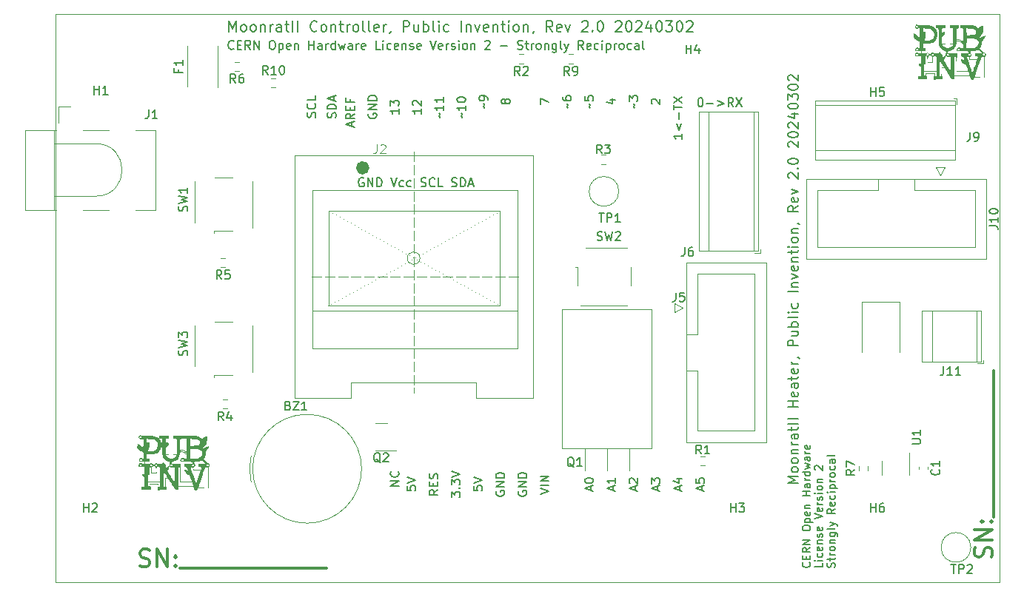
<source format=gbr>
%TF.GenerationSoftware,KiCad,Pcbnew,7.0.5*%
%TF.CreationDate,2024-03-02T19:22:20-05:00*%
%TF.ProjectId,moonratII,6d6f6f6e-7261-4744-9949-2e6b69636164,1.0*%
%TF.SameCoordinates,Original*%
%TF.FileFunction,Legend,Top*%
%TF.FilePolarity,Positive*%
%FSLAX46Y46*%
G04 Gerber Fmt 4.6, Leading zero omitted, Abs format (unit mm)*
G04 Created by KiCad (PCBNEW 7.0.5) date 2024-03-02 19:22:20*
%MOMM*%
%LPD*%
G01*
G04 APERTURE LIST*
%ADD10C,0.152400*%
%ADD11C,0.300000*%
%ADD12C,0.150000*%
%ADD13C,0.100000*%
%ADD14C,0.120000*%
%ADD15C,0.778420*%
%TA.AperFunction,Profile*%
%ADD16C,0.100000*%
%TD*%
G04 APERTURE END LIST*
D10*
X134952193Y-138657308D02*
X133809193Y-138657308D01*
X133809193Y-138657308D02*
X134625622Y-138276308D01*
X134625622Y-138276308D02*
X133809193Y-137895308D01*
X133809193Y-137895308D02*
X134952193Y-137895308D01*
X134952193Y-137187736D02*
X134897765Y-137296593D01*
X134897765Y-137296593D02*
X134843336Y-137351022D01*
X134843336Y-137351022D02*
X134734479Y-137405450D01*
X134734479Y-137405450D02*
X134407907Y-137405450D01*
X134407907Y-137405450D02*
X134299050Y-137351022D01*
X134299050Y-137351022D02*
X134244622Y-137296593D01*
X134244622Y-137296593D02*
X134190193Y-137187736D01*
X134190193Y-137187736D02*
X134190193Y-137024450D01*
X134190193Y-137024450D02*
X134244622Y-136915593D01*
X134244622Y-136915593D02*
X134299050Y-136861165D01*
X134299050Y-136861165D02*
X134407907Y-136806736D01*
X134407907Y-136806736D02*
X134734479Y-136806736D01*
X134734479Y-136806736D02*
X134843336Y-136861165D01*
X134843336Y-136861165D02*
X134897765Y-136915593D01*
X134897765Y-136915593D02*
X134952193Y-137024450D01*
X134952193Y-137024450D02*
X134952193Y-137187736D01*
X134952193Y-136153593D02*
X134897765Y-136262450D01*
X134897765Y-136262450D02*
X134843336Y-136316879D01*
X134843336Y-136316879D02*
X134734479Y-136371307D01*
X134734479Y-136371307D02*
X134407907Y-136371307D01*
X134407907Y-136371307D02*
X134299050Y-136316879D01*
X134299050Y-136316879D02*
X134244622Y-136262450D01*
X134244622Y-136262450D02*
X134190193Y-136153593D01*
X134190193Y-136153593D02*
X134190193Y-135990307D01*
X134190193Y-135990307D02*
X134244622Y-135881450D01*
X134244622Y-135881450D02*
X134299050Y-135827022D01*
X134299050Y-135827022D02*
X134407907Y-135772593D01*
X134407907Y-135772593D02*
X134734479Y-135772593D01*
X134734479Y-135772593D02*
X134843336Y-135827022D01*
X134843336Y-135827022D02*
X134897765Y-135881450D01*
X134897765Y-135881450D02*
X134952193Y-135990307D01*
X134952193Y-135990307D02*
X134952193Y-136153593D01*
X134190193Y-135282736D02*
X134952193Y-135282736D01*
X134299050Y-135282736D02*
X134244622Y-135228307D01*
X134244622Y-135228307D02*
X134190193Y-135119450D01*
X134190193Y-135119450D02*
X134190193Y-134956164D01*
X134190193Y-134956164D02*
X134244622Y-134847307D01*
X134244622Y-134847307D02*
X134353479Y-134792879D01*
X134353479Y-134792879D02*
X134952193Y-134792879D01*
X134952193Y-134248593D02*
X134190193Y-134248593D01*
X134407907Y-134248593D02*
X134299050Y-134194164D01*
X134299050Y-134194164D02*
X134244622Y-134139736D01*
X134244622Y-134139736D02*
X134190193Y-134030878D01*
X134190193Y-134030878D02*
X134190193Y-133922021D01*
X134952193Y-133051165D02*
X134353479Y-133051165D01*
X134353479Y-133051165D02*
X134244622Y-133105593D01*
X134244622Y-133105593D02*
X134190193Y-133214450D01*
X134190193Y-133214450D02*
X134190193Y-133432165D01*
X134190193Y-133432165D02*
X134244622Y-133541022D01*
X134897765Y-133051165D02*
X134952193Y-133160022D01*
X134952193Y-133160022D02*
X134952193Y-133432165D01*
X134952193Y-133432165D02*
X134897765Y-133541022D01*
X134897765Y-133541022D02*
X134788907Y-133595450D01*
X134788907Y-133595450D02*
X134680050Y-133595450D01*
X134680050Y-133595450D02*
X134571193Y-133541022D01*
X134571193Y-133541022D02*
X134516765Y-133432165D01*
X134516765Y-133432165D02*
X134516765Y-133160022D01*
X134516765Y-133160022D02*
X134462336Y-133051165D01*
X134190193Y-132670164D02*
X134190193Y-132234736D01*
X133809193Y-132506879D02*
X134788907Y-132506879D01*
X134788907Y-132506879D02*
X134897765Y-132452450D01*
X134897765Y-132452450D02*
X134952193Y-132343593D01*
X134952193Y-132343593D02*
X134952193Y-132234736D01*
X134952193Y-131853736D02*
X133809193Y-131853736D01*
X134952193Y-131309450D02*
X133809193Y-131309450D01*
X134952193Y-129894307D02*
X133809193Y-129894307D01*
X134353479Y-129894307D02*
X134353479Y-129241164D01*
X134952193Y-129241164D02*
X133809193Y-129241164D01*
X134897765Y-128261449D02*
X134952193Y-128370306D01*
X134952193Y-128370306D02*
X134952193Y-128588021D01*
X134952193Y-128588021D02*
X134897765Y-128696878D01*
X134897765Y-128696878D02*
X134788907Y-128751306D01*
X134788907Y-128751306D02*
X134353479Y-128751306D01*
X134353479Y-128751306D02*
X134244622Y-128696878D01*
X134244622Y-128696878D02*
X134190193Y-128588021D01*
X134190193Y-128588021D02*
X134190193Y-128370306D01*
X134190193Y-128370306D02*
X134244622Y-128261449D01*
X134244622Y-128261449D02*
X134353479Y-128207021D01*
X134353479Y-128207021D02*
X134462336Y-128207021D01*
X134462336Y-128207021D02*
X134571193Y-128751306D01*
X134952193Y-127227307D02*
X134353479Y-127227307D01*
X134353479Y-127227307D02*
X134244622Y-127281735D01*
X134244622Y-127281735D02*
X134190193Y-127390592D01*
X134190193Y-127390592D02*
X134190193Y-127608307D01*
X134190193Y-127608307D02*
X134244622Y-127717164D01*
X134897765Y-127227307D02*
X134952193Y-127336164D01*
X134952193Y-127336164D02*
X134952193Y-127608307D01*
X134952193Y-127608307D02*
X134897765Y-127717164D01*
X134897765Y-127717164D02*
X134788907Y-127771592D01*
X134788907Y-127771592D02*
X134680050Y-127771592D01*
X134680050Y-127771592D02*
X134571193Y-127717164D01*
X134571193Y-127717164D02*
X134516765Y-127608307D01*
X134516765Y-127608307D02*
X134516765Y-127336164D01*
X134516765Y-127336164D02*
X134462336Y-127227307D01*
X134190193Y-126846306D02*
X134190193Y-126410878D01*
X133809193Y-126683021D02*
X134788907Y-126683021D01*
X134788907Y-126683021D02*
X134897765Y-126628592D01*
X134897765Y-126628592D02*
X134952193Y-126519735D01*
X134952193Y-126519735D02*
X134952193Y-126410878D01*
X134897765Y-125594449D02*
X134952193Y-125703306D01*
X134952193Y-125703306D02*
X134952193Y-125921021D01*
X134952193Y-125921021D02*
X134897765Y-126029878D01*
X134897765Y-126029878D02*
X134788907Y-126084306D01*
X134788907Y-126084306D02*
X134353479Y-126084306D01*
X134353479Y-126084306D02*
X134244622Y-126029878D01*
X134244622Y-126029878D02*
X134190193Y-125921021D01*
X134190193Y-125921021D02*
X134190193Y-125703306D01*
X134190193Y-125703306D02*
X134244622Y-125594449D01*
X134244622Y-125594449D02*
X134353479Y-125540021D01*
X134353479Y-125540021D02*
X134462336Y-125540021D01*
X134462336Y-125540021D02*
X134571193Y-126084306D01*
X134952193Y-125050164D02*
X134190193Y-125050164D01*
X134407907Y-125050164D02*
X134299050Y-124995735D01*
X134299050Y-124995735D02*
X134244622Y-124941307D01*
X134244622Y-124941307D02*
X134190193Y-124832449D01*
X134190193Y-124832449D02*
X134190193Y-124723592D01*
X134897765Y-124288164D02*
X134952193Y-124288164D01*
X134952193Y-124288164D02*
X135061050Y-124342593D01*
X135061050Y-124342593D02*
X135115479Y-124397021D01*
X134952193Y-122927450D02*
X133809193Y-122927450D01*
X133809193Y-122927450D02*
X133809193Y-122492021D01*
X133809193Y-122492021D02*
X133863622Y-122383164D01*
X133863622Y-122383164D02*
X133918050Y-122328735D01*
X133918050Y-122328735D02*
X134026907Y-122274307D01*
X134026907Y-122274307D02*
X134190193Y-122274307D01*
X134190193Y-122274307D02*
X134299050Y-122328735D01*
X134299050Y-122328735D02*
X134353479Y-122383164D01*
X134353479Y-122383164D02*
X134407907Y-122492021D01*
X134407907Y-122492021D02*
X134407907Y-122927450D01*
X134190193Y-121294593D02*
X134952193Y-121294593D01*
X134190193Y-121784450D02*
X134788907Y-121784450D01*
X134788907Y-121784450D02*
X134897765Y-121730021D01*
X134897765Y-121730021D02*
X134952193Y-121621164D01*
X134952193Y-121621164D02*
X134952193Y-121457878D01*
X134952193Y-121457878D02*
X134897765Y-121349021D01*
X134897765Y-121349021D02*
X134843336Y-121294593D01*
X134952193Y-120750307D02*
X133809193Y-120750307D01*
X134244622Y-120750307D02*
X134190193Y-120641450D01*
X134190193Y-120641450D02*
X134190193Y-120423735D01*
X134190193Y-120423735D02*
X134244622Y-120314878D01*
X134244622Y-120314878D02*
X134299050Y-120260450D01*
X134299050Y-120260450D02*
X134407907Y-120206021D01*
X134407907Y-120206021D02*
X134734479Y-120206021D01*
X134734479Y-120206021D02*
X134843336Y-120260450D01*
X134843336Y-120260450D02*
X134897765Y-120314878D01*
X134897765Y-120314878D02*
X134952193Y-120423735D01*
X134952193Y-120423735D02*
X134952193Y-120641450D01*
X134952193Y-120641450D02*
X134897765Y-120750307D01*
X134952193Y-119552878D02*
X134897765Y-119661735D01*
X134897765Y-119661735D02*
X134788907Y-119716164D01*
X134788907Y-119716164D02*
X133809193Y-119716164D01*
X134952193Y-119117450D02*
X134190193Y-119117450D01*
X133809193Y-119117450D02*
X133863622Y-119171878D01*
X133863622Y-119171878D02*
X133918050Y-119117450D01*
X133918050Y-119117450D02*
X133863622Y-119063021D01*
X133863622Y-119063021D02*
X133809193Y-119117450D01*
X133809193Y-119117450D02*
X133918050Y-119117450D01*
X134897765Y-118083307D02*
X134952193Y-118192164D01*
X134952193Y-118192164D02*
X134952193Y-118409878D01*
X134952193Y-118409878D02*
X134897765Y-118518735D01*
X134897765Y-118518735D02*
X134843336Y-118573164D01*
X134843336Y-118573164D02*
X134734479Y-118627592D01*
X134734479Y-118627592D02*
X134407907Y-118627592D01*
X134407907Y-118627592D02*
X134299050Y-118573164D01*
X134299050Y-118573164D02*
X134244622Y-118518735D01*
X134244622Y-118518735D02*
X134190193Y-118409878D01*
X134190193Y-118409878D02*
X134190193Y-118192164D01*
X134190193Y-118192164D02*
X134244622Y-118083307D01*
X134952193Y-116722593D02*
X133809193Y-116722593D01*
X134190193Y-116178307D02*
X134952193Y-116178307D01*
X134299050Y-116178307D02*
X134244622Y-116123878D01*
X134244622Y-116123878D02*
X134190193Y-116015021D01*
X134190193Y-116015021D02*
X134190193Y-115851735D01*
X134190193Y-115851735D02*
X134244622Y-115742878D01*
X134244622Y-115742878D02*
X134353479Y-115688450D01*
X134353479Y-115688450D02*
X134952193Y-115688450D01*
X134190193Y-115253021D02*
X134952193Y-114980878D01*
X134952193Y-114980878D02*
X134190193Y-114708735D01*
X134897765Y-113837878D02*
X134952193Y-113946735D01*
X134952193Y-113946735D02*
X134952193Y-114164450D01*
X134952193Y-114164450D02*
X134897765Y-114273307D01*
X134897765Y-114273307D02*
X134788907Y-114327735D01*
X134788907Y-114327735D02*
X134353479Y-114327735D01*
X134353479Y-114327735D02*
X134244622Y-114273307D01*
X134244622Y-114273307D02*
X134190193Y-114164450D01*
X134190193Y-114164450D02*
X134190193Y-113946735D01*
X134190193Y-113946735D02*
X134244622Y-113837878D01*
X134244622Y-113837878D02*
X134353479Y-113783450D01*
X134353479Y-113783450D02*
X134462336Y-113783450D01*
X134462336Y-113783450D02*
X134571193Y-114327735D01*
X134190193Y-113293593D02*
X134952193Y-113293593D01*
X134299050Y-113293593D02*
X134244622Y-113239164D01*
X134244622Y-113239164D02*
X134190193Y-113130307D01*
X134190193Y-113130307D02*
X134190193Y-112967021D01*
X134190193Y-112967021D02*
X134244622Y-112858164D01*
X134244622Y-112858164D02*
X134353479Y-112803736D01*
X134353479Y-112803736D02*
X134952193Y-112803736D01*
X134190193Y-112422735D02*
X134190193Y-111987307D01*
X133809193Y-112259450D02*
X134788907Y-112259450D01*
X134788907Y-112259450D02*
X134897765Y-112205021D01*
X134897765Y-112205021D02*
X134952193Y-112096164D01*
X134952193Y-112096164D02*
X134952193Y-111987307D01*
X134952193Y-111606307D02*
X134190193Y-111606307D01*
X133809193Y-111606307D02*
X133863622Y-111660735D01*
X133863622Y-111660735D02*
X133918050Y-111606307D01*
X133918050Y-111606307D02*
X133863622Y-111551878D01*
X133863622Y-111551878D02*
X133809193Y-111606307D01*
X133809193Y-111606307D02*
X133918050Y-111606307D01*
X134952193Y-110898735D02*
X134897765Y-111007592D01*
X134897765Y-111007592D02*
X134843336Y-111062021D01*
X134843336Y-111062021D02*
X134734479Y-111116449D01*
X134734479Y-111116449D02*
X134407907Y-111116449D01*
X134407907Y-111116449D02*
X134299050Y-111062021D01*
X134299050Y-111062021D02*
X134244622Y-111007592D01*
X134244622Y-111007592D02*
X134190193Y-110898735D01*
X134190193Y-110898735D02*
X134190193Y-110735449D01*
X134190193Y-110735449D02*
X134244622Y-110626592D01*
X134244622Y-110626592D02*
X134299050Y-110572164D01*
X134299050Y-110572164D02*
X134407907Y-110517735D01*
X134407907Y-110517735D02*
X134734479Y-110517735D01*
X134734479Y-110517735D02*
X134843336Y-110572164D01*
X134843336Y-110572164D02*
X134897765Y-110626592D01*
X134897765Y-110626592D02*
X134952193Y-110735449D01*
X134952193Y-110735449D02*
X134952193Y-110898735D01*
X134190193Y-110027878D02*
X134952193Y-110027878D01*
X134299050Y-110027878D02*
X134244622Y-109973449D01*
X134244622Y-109973449D02*
X134190193Y-109864592D01*
X134190193Y-109864592D02*
X134190193Y-109701306D01*
X134190193Y-109701306D02*
X134244622Y-109592449D01*
X134244622Y-109592449D02*
X134353479Y-109538021D01*
X134353479Y-109538021D02*
X134952193Y-109538021D01*
X134897765Y-108939306D02*
X134952193Y-108939306D01*
X134952193Y-108939306D02*
X135061050Y-108993735D01*
X135061050Y-108993735D02*
X135115479Y-109048163D01*
X134952193Y-106925449D02*
X134407907Y-107306449D01*
X134952193Y-107578592D02*
X133809193Y-107578592D01*
X133809193Y-107578592D02*
X133809193Y-107143163D01*
X133809193Y-107143163D02*
X133863622Y-107034306D01*
X133863622Y-107034306D02*
X133918050Y-106979877D01*
X133918050Y-106979877D02*
X134026907Y-106925449D01*
X134026907Y-106925449D02*
X134190193Y-106925449D01*
X134190193Y-106925449D02*
X134299050Y-106979877D01*
X134299050Y-106979877D02*
X134353479Y-107034306D01*
X134353479Y-107034306D02*
X134407907Y-107143163D01*
X134407907Y-107143163D02*
X134407907Y-107578592D01*
X134897765Y-106000163D02*
X134952193Y-106109020D01*
X134952193Y-106109020D02*
X134952193Y-106326735D01*
X134952193Y-106326735D02*
X134897765Y-106435592D01*
X134897765Y-106435592D02*
X134788907Y-106490020D01*
X134788907Y-106490020D02*
X134353479Y-106490020D01*
X134353479Y-106490020D02*
X134244622Y-106435592D01*
X134244622Y-106435592D02*
X134190193Y-106326735D01*
X134190193Y-106326735D02*
X134190193Y-106109020D01*
X134190193Y-106109020D02*
X134244622Y-106000163D01*
X134244622Y-106000163D02*
X134353479Y-105945735D01*
X134353479Y-105945735D02*
X134462336Y-105945735D01*
X134462336Y-105945735D02*
X134571193Y-106490020D01*
X134190193Y-105564735D02*
X134952193Y-105292592D01*
X134952193Y-105292592D02*
X134190193Y-105020449D01*
X133918050Y-103768592D02*
X133863622Y-103714164D01*
X133863622Y-103714164D02*
X133809193Y-103605307D01*
X133809193Y-103605307D02*
X133809193Y-103333164D01*
X133809193Y-103333164D02*
X133863622Y-103224307D01*
X133863622Y-103224307D02*
X133918050Y-103169878D01*
X133918050Y-103169878D02*
X134026907Y-103115449D01*
X134026907Y-103115449D02*
X134135765Y-103115449D01*
X134135765Y-103115449D02*
X134299050Y-103169878D01*
X134299050Y-103169878D02*
X134952193Y-103823021D01*
X134952193Y-103823021D02*
X134952193Y-103115449D01*
X134843336Y-102625593D02*
X134897765Y-102571164D01*
X134897765Y-102571164D02*
X134952193Y-102625593D01*
X134952193Y-102625593D02*
X134897765Y-102680021D01*
X134897765Y-102680021D02*
X134843336Y-102625593D01*
X134843336Y-102625593D02*
X134952193Y-102625593D01*
X133809193Y-101863592D02*
X133809193Y-101754735D01*
X133809193Y-101754735D02*
X133863622Y-101645878D01*
X133863622Y-101645878D02*
X133918050Y-101591450D01*
X133918050Y-101591450D02*
X134026907Y-101537021D01*
X134026907Y-101537021D02*
X134244622Y-101482592D01*
X134244622Y-101482592D02*
X134516765Y-101482592D01*
X134516765Y-101482592D02*
X134734479Y-101537021D01*
X134734479Y-101537021D02*
X134843336Y-101591450D01*
X134843336Y-101591450D02*
X134897765Y-101645878D01*
X134897765Y-101645878D02*
X134952193Y-101754735D01*
X134952193Y-101754735D02*
X134952193Y-101863592D01*
X134952193Y-101863592D02*
X134897765Y-101972450D01*
X134897765Y-101972450D02*
X134843336Y-102026878D01*
X134843336Y-102026878D02*
X134734479Y-102081307D01*
X134734479Y-102081307D02*
X134516765Y-102135735D01*
X134516765Y-102135735D02*
X134244622Y-102135735D01*
X134244622Y-102135735D02*
X134026907Y-102081307D01*
X134026907Y-102081307D02*
X133918050Y-102026878D01*
X133918050Y-102026878D02*
X133863622Y-101972450D01*
X133863622Y-101972450D02*
X133809193Y-101863592D01*
X133918050Y-100176307D02*
X133863622Y-100121879D01*
X133863622Y-100121879D02*
X133809193Y-100013022D01*
X133809193Y-100013022D02*
X133809193Y-99740879D01*
X133809193Y-99740879D02*
X133863622Y-99632022D01*
X133863622Y-99632022D02*
X133918050Y-99577593D01*
X133918050Y-99577593D02*
X134026907Y-99523164D01*
X134026907Y-99523164D02*
X134135765Y-99523164D01*
X134135765Y-99523164D02*
X134299050Y-99577593D01*
X134299050Y-99577593D02*
X134952193Y-100230736D01*
X134952193Y-100230736D02*
X134952193Y-99523164D01*
X133809193Y-98815593D02*
X133809193Y-98706736D01*
X133809193Y-98706736D02*
X133863622Y-98597879D01*
X133863622Y-98597879D02*
X133918050Y-98543451D01*
X133918050Y-98543451D02*
X134026907Y-98489022D01*
X134026907Y-98489022D02*
X134244622Y-98434593D01*
X134244622Y-98434593D02*
X134516765Y-98434593D01*
X134516765Y-98434593D02*
X134734479Y-98489022D01*
X134734479Y-98489022D02*
X134843336Y-98543451D01*
X134843336Y-98543451D02*
X134897765Y-98597879D01*
X134897765Y-98597879D02*
X134952193Y-98706736D01*
X134952193Y-98706736D02*
X134952193Y-98815593D01*
X134952193Y-98815593D02*
X134897765Y-98924451D01*
X134897765Y-98924451D02*
X134843336Y-98978879D01*
X134843336Y-98978879D02*
X134734479Y-99033308D01*
X134734479Y-99033308D02*
X134516765Y-99087736D01*
X134516765Y-99087736D02*
X134244622Y-99087736D01*
X134244622Y-99087736D02*
X134026907Y-99033308D01*
X134026907Y-99033308D02*
X133918050Y-98978879D01*
X133918050Y-98978879D02*
X133863622Y-98924451D01*
X133863622Y-98924451D02*
X133809193Y-98815593D01*
X133918050Y-97999165D02*
X133863622Y-97944737D01*
X133863622Y-97944737D02*
X133809193Y-97835880D01*
X133809193Y-97835880D02*
X133809193Y-97563737D01*
X133809193Y-97563737D02*
X133863622Y-97454880D01*
X133863622Y-97454880D02*
X133918050Y-97400451D01*
X133918050Y-97400451D02*
X134026907Y-97346022D01*
X134026907Y-97346022D02*
X134135765Y-97346022D01*
X134135765Y-97346022D02*
X134299050Y-97400451D01*
X134299050Y-97400451D02*
X134952193Y-98053594D01*
X134952193Y-98053594D02*
X134952193Y-97346022D01*
X134190193Y-96366309D02*
X134952193Y-96366309D01*
X133754765Y-96638451D02*
X134571193Y-96910594D01*
X134571193Y-96910594D02*
X134571193Y-96203023D01*
X133809193Y-95549880D02*
X133809193Y-95441023D01*
X133809193Y-95441023D02*
X133863622Y-95332166D01*
X133863622Y-95332166D02*
X133918050Y-95277738D01*
X133918050Y-95277738D02*
X134026907Y-95223309D01*
X134026907Y-95223309D02*
X134244622Y-95168880D01*
X134244622Y-95168880D02*
X134516765Y-95168880D01*
X134516765Y-95168880D02*
X134734479Y-95223309D01*
X134734479Y-95223309D02*
X134843336Y-95277738D01*
X134843336Y-95277738D02*
X134897765Y-95332166D01*
X134897765Y-95332166D02*
X134952193Y-95441023D01*
X134952193Y-95441023D02*
X134952193Y-95549880D01*
X134952193Y-95549880D02*
X134897765Y-95658738D01*
X134897765Y-95658738D02*
X134843336Y-95713166D01*
X134843336Y-95713166D02*
X134734479Y-95767595D01*
X134734479Y-95767595D02*
X134516765Y-95822023D01*
X134516765Y-95822023D02*
X134244622Y-95822023D01*
X134244622Y-95822023D02*
X134026907Y-95767595D01*
X134026907Y-95767595D02*
X133918050Y-95713166D01*
X133918050Y-95713166D02*
X133863622Y-95658738D01*
X133863622Y-95658738D02*
X133809193Y-95549880D01*
X133809193Y-94787881D02*
X133809193Y-94080309D01*
X133809193Y-94080309D02*
X134244622Y-94461309D01*
X134244622Y-94461309D02*
X134244622Y-94298024D01*
X134244622Y-94298024D02*
X134299050Y-94189167D01*
X134299050Y-94189167D02*
X134353479Y-94134738D01*
X134353479Y-94134738D02*
X134462336Y-94080309D01*
X134462336Y-94080309D02*
X134734479Y-94080309D01*
X134734479Y-94080309D02*
X134843336Y-94134738D01*
X134843336Y-94134738D02*
X134897765Y-94189167D01*
X134897765Y-94189167D02*
X134952193Y-94298024D01*
X134952193Y-94298024D02*
X134952193Y-94624595D01*
X134952193Y-94624595D02*
X134897765Y-94733452D01*
X134897765Y-94733452D02*
X134843336Y-94787881D01*
X133809193Y-93372738D02*
X133809193Y-93263881D01*
X133809193Y-93263881D02*
X133863622Y-93155024D01*
X133863622Y-93155024D02*
X133918050Y-93100596D01*
X133918050Y-93100596D02*
X134026907Y-93046167D01*
X134026907Y-93046167D02*
X134244622Y-92991738D01*
X134244622Y-92991738D02*
X134516765Y-92991738D01*
X134516765Y-92991738D02*
X134734479Y-93046167D01*
X134734479Y-93046167D02*
X134843336Y-93100596D01*
X134843336Y-93100596D02*
X134897765Y-93155024D01*
X134897765Y-93155024D02*
X134952193Y-93263881D01*
X134952193Y-93263881D02*
X134952193Y-93372738D01*
X134952193Y-93372738D02*
X134897765Y-93481596D01*
X134897765Y-93481596D02*
X134843336Y-93536024D01*
X134843336Y-93536024D02*
X134734479Y-93590453D01*
X134734479Y-93590453D02*
X134516765Y-93644881D01*
X134516765Y-93644881D02*
X134244622Y-93644881D01*
X134244622Y-93644881D02*
X134026907Y-93590453D01*
X134026907Y-93590453D02*
X133918050Y-93536024D01*
X133918050Y-93536024D02*
X133863622Y-93481596D01*
X133863622Y-93481596D02*
X133809193Y-93372738D01*
X133918050Y-92556310D02*
X133863622Y-92501882D01*
X133863622Y-92501882D02*
X133809193Y-92393025D01*
X133809193Y-92393025D02*
X133809193Y-92120882D01*
X133809193Y-92120882D02*
X133863622Y-92012025D01*
X133863622Y-92012025D02*
X133918050Y-91957596D01*
X133918050Y-91957596D02*
X134026907Y-91903167D01*
X134026907Y-91903167D02*
X134135765Y-91903167D01*
X134135765Y-91903167D02*
X134299050Y-91957596D01*
X134299050Y-91957596D02*
X134952193Y-92610739D01*
X134952193Y-92610739D02*
X134952193Y-91903167D01*
D11*
X59681320Y-148121114D02*
X59967034Y-148216352D01*
X59967034Y-148216352D02*
X60443225Y-148216352D01*
X60443225Y-148216352D02*
X60633701Y-148121114D01*
X60633701Y-148121114D02*
X60728939Y-148025875D01*
X60728939Y-148025875D02*
X60824177Y-147835399D01*
X60824177Y-147835399D02*
X60824177Y-147644923D01*
X60824177Y-147644923D02*
X60728939Y-147454447D01*
X60728939Y-147454447D02*
X60633701Y-147359209D01*
X60633701Y-147359209D02*
X60443225Y-147263971D01*
X60443225Y-147263971D02*
X60062272Y-147168733D01*
X60062272Y-147168733D02*
X59871796Y-147073494D01*
X59871796Y-147073494D02*
X59776558Y-146978256D01*
X59776558Y-146978256D02*
X59681320Y-146787780D01*
X59681320Y-146787780D02*
X59681320Y-146597304D01*
X59681320Y-146597304D02*
X59776558Y-146406828D01*
X59776558Y-146406828D02*
X59871796Y-146311590D01*
X59871796Y-146311590D02*
X60062272Y-146216352D01*
X60062272Y-146216352D02*
X60538463Y-146216352D01*
X60538463Y-146216352D02*
X60824177Y-146311590D01*
X61681320Y-148216352D02*
X61681320Y-146216352D01*
X61681320Y-146216352D02*
X62824177Y-148216352D01*
X62824177Y-148216352D02*
X62824177Y-146216352D01*
X63776558Y-148025875D02*
X63871796Y-148121114D01*
X63871796Y-148121114D02*
X63776558Y-148216352D01*
X63776558Y-148216352D02*
X63681320Y-148121114D01*
X63681320Y-148121114D02*
X63776558Y-148025875D01*
X63776558Y-148025875D02*
X63776558Y-148216352D01*
X63776558Y-146978256D02*
X63871796Y-147073494D01*
X63871796Y-147073494D02*
X63776558Y-147168733D01*
X63776558Y-147168733D02*
X63681320Y-147073494D01*
X63681320Y-147073494D02*
X63776558Y-146978256D01*
X63776558Y-146978256D02*
X63776558Y-147168733D01*
X64252749Y-148406828D02*
X65776558Y-148406828D01*
X65776559Y-148406828D02*
X67300368Y-148406828D01*
X67300369Y-148406828D02*
X68824178Y-148406828D01*
X68824179Y-148406828D02*
X70347988Y-148406828D01*
X70347989Y-148406828D02*
X71871798Y-148406828D01*
X71871799Y-148406828D02*
X73395608Y-148406828D01*
X73395609Y-148406828D02*
X74919418Y-148406828D01*
X74919419Y-148406828D02*
X76443228Y-148406828D01*
X76443229Y-148406828D02*
X77967038Y-148406828D01*
X77967039Y-148406828D02*
X79490848Y-148406828D01*
X79490849Y-148406828D02*
X81014658Y-148406828D01*
X157045400Y-147136393D02*
X157140638Y-146850679D01*
X157140638Y-146850679D02*
X157140638Y-146374488D01*
X157140638Y-146374488D02*
X157045400Y-146184012D01*
X157045400Y-146184012D02*
X156950161Y-146088774D01*
X156950161Y-146088774D02*
X156759685Y-145993536D01*
X156759685Y-145993536D02*
X156569209Y-145993536D01*
X156569209Y-145993536D02*
X156378733Y-146088774D01*
X156378733Y-146088774D02*
X156283495Y-146184012D01*
X156283495Y-146184012D02*
X156188257Y-146374488D01*
X156188257Y-146374488D02*
X156093019Y-146755441D01*
X156093019Y-146755441D02*
X155997780Y-146945917D01*
X155997780Y-146945917D02*
X155902542Y-147041155D01*
X155902542Y-147041155D02*
X155712066Y-147136393D01*
X155712066Y-147136393D02*
X155521590Y-147136393D01*
X155521590Y-147136393D02*
X155331114Y-147041155D01*
X155331114Y-147041155D02*
X155235876Y-146945917D01*
X155235876Y-146945917D02*
X155140638Y-146755441D01*
X155140638Y-146755441D02*
X155140638Y-146279250D01*
X155140638Y-146279250D02*
X155235876Y-145993536D01*
X157140638Y-145136393D02*
X155140638Y-145136393D01*
X155140638Y-145136393D02*
X157140638Y-143993536D01*
X157140638Y-143993536D02*
X155140638Y-143993536D01*
X156950161Y-143041155D02*
X157045400Y-142945917D01*
X157045400Y-142945917D02*
X157140638Y-143041155D01*
X157140638Y-143041155D02*
X157045400Y-143136393D01*
X157045400Y-143136393D02*
X156950161Y-143041155D01*
X156950161Y-143041155D02*
X157140638Y-143041155D01*
X155902542Y-143041155D02*
X155997780Y-142945917D01*
X155997780Y-142945917D02*
X156093019Y-143041155D01*
X156093019Y-143041155D02*
X155997780Y-143136393D01*
X155997780Y-143136393D02*
X155902542Y-143041155D01*
X155902542Y-143041155D02*
X156093019Y-143041155D01*
X157331114Y-142564965D02*
X157331114Y-141041155D01*
X157331114Y-141041155D02*
X157331114Y-139517345D01*
X157331114Y-139517345D02*
X157331114Y-137993535D01*
X157331114Y-137993535D02*
X157331114Y-136469725D01*
X157331114Y-136469725D02*
X157331114Y-134945915D01*
X157331114Y-134945915D02*
X157331114Y-133422105D01*
X157331114Y-133422105D02*
X157331114Y-131898295D01*
X157331114Y-131898295D02*
X157331114Y-130374485D01*
X157331114Y-130374485D02*
X157331114Y-128850675D01*
X157331114Y-128850675D02*
X157331114Y-127326865D01*
X157331114Y-127326865D02*
X157331114Y-125803055D01*
D12*
X136236157Y-147711363D02*
X136278491Y-147753696D01*
X136278491Y-147753696D02*
X136320824Y-147880696D01*
X136320824Y-147880696D02*
X136320824Y-147965363D01*
X136320824Y-147965363D02*
X136278491Y-148092363D01*
X136278491Y-148092363D02*
X136193824Y-148177030D01*
X136193824Y-148177030D02*
X136109157Y-148219363D01*
X136109157Y-148219363D02*
X135939824Y-148261696D01*
X135939824Y-148261696D02*
X135812824Y-148261696D01*
X135812824Y-148261696D02*
X135643491Y-148219363D01*
X135643491Y-148219363D02*
X135558824Y-148177030D01*
X135558824Y-148177030D02*
X135474157Y-148092363D01*
X135474157Y-148092363D02*
X135431824Y-147965363D01*
X135431824Y-147965363D02*
X135431824Y-147880696D01*
X135431824Y-147880696D02*
X135474157Y-147753696D01*
X135474157Y-147753696D02*
X135516491Y-147711363D01*
X135855157Y-147330363D02*
X135855157Y-147034030D01*
X136320824Y-146907030D02*
X136320824Y-147330363D01*
X136320824Y-147330363D02*
X135431824Y-147330363D01*
X135431824Y-147330363D02*
X135431824Y-146907030D01*
X136320824Y-146018030D02*
X135897491Y-146314363D01*
X136320824Y-146526030D02*
X135431824Y-146526030D01*
X135431824Y-146526030D02*
X135431824Y-146187363D01*
X135431824Y-146187363D02*
X135474157Y-146102697D01*
X135474157Y-146102697D02*
X135516491Y-146060363D01*
X135516491Y-146060363D02*
X135601157Y-146018030D01*
X135601157Y-146018030D02*
X135728157Y-146018030D01*
X135728157Y-146018030D02*
X135812824Y-146060363D01*
X135812824Y-146060363D02*
X135855157Y-146102697D01*
X135855157Y-146102697D02*
X135897491Y-146187363D01*
X135897491Y-146187363D02*
X135897491Y-146526030D01*
X136320824Y-145637030D02*
X135431824Y-145637030D01*
X135431824Y-145637030D02*
X136320824Y-145129030D01*
X136320824Y-145129030D02*
X135431824Y-145129030D01*
X135431824Y-143859031D02*
X135431824Y-143689697D01*
X135431824Y-143689697D02*
X135474157Y-143605031D01*
X135474157Y-143605031D02*
X135558824Y-143520364D01*
X135558824Y-143520364D02*
X135728157Y-143478031D01*
X135728157Y-143478031D02*
X136024491Y-143478031D01*
X136024491Y-143478031D02*
X136193824Y-143520364D01*
X136193824Y-143520364D02*
X136278491Y-143605031D01*
X136278491Y-143605031D02*
X136320824Y-143689697D01*
X136320824Y-143689697D02*
X136320824Y-143859031D01*
X136320824Y-143859031D02*
X136278491Y-143943697D01*
X136278491Y-143943697D02*
X136193824Y-144028364D01*
X136193824Y-144028364D02*
X136024491Y-144070697D01*
X136024491Y-144070697D02*
X135728157Y-144070697D01*
X135728157Y-144070697D02*
X135558824Y-144028364D01*
X135558824Y-144028364D02*
X135474157Y-143943697D01*
X135474157Y-143943697D02*
X135431824Y-143859031D01*
X135728157Y-143097031D02*
X136617157Y-143097031D01*
X135770491Y-143097031D02*
X135728157Y-143012364D01*
X135728157Y-143012364D02*
X135728157Y-142843031D01*
X135728157Y-142843031D02*
X135770491Y-142758364D01*
X135770491Y-142758364D02*
X135812824Y-142716031D01*
X135812824Y-142716031D02*
X135897491Y-142673698D01*
X135897491Y-142673698D02*
X136151491Y-142673698D01*
X136151491Y-142673698D02*
X136236157Y-142716031D01*
X136236157Y-142716031D02*
X136278491Y-142758364D01*
X136278491Y-142758364D02*
X136320824Y-142843031D01*
X136320824Y-142843031D02*
X136320824Y-143012364D01*
X136320824Y-143012364D02*
X136278491Y-143097031D01*
X136278491Y-141954031D02*
X136320824Y-142038698D01*
X136320824Y-142038698D02*
X136320824Y-142208031D01*
X136320824Y-142208031D02*
X136278491Y-142292698D01*
X136278491Y-142292698D02*
X136193824Y-142335031D01*
X136193824Y-142335031D02*
X135855157Y-142335031D01*
X135855157Y-142335031D02*
X135770491Y-142292698D01*
X135770491Y-142292698D02*
X135728157Y-142208031D01*
X135728157Y-142208031D02*
X135728157Y-142038698D01*
X135728157Y-142038698D02*
X135770491Y-141954031D01*
X135770491Y-141954031D02*
X135855157Y-141911698D01*
X135855157Y-141911698D02*
X135939824Y-141911698D01*
X135939824Y-141911698D02*
X136024491Y-142335031D01*
X135728157Y-141530698D02*
X136320824Y-141530698D01*
X135812824Y-141530698D02*
X135770491Y-141488365D01*
X135770491Y-141488365D02*
X135728157Y-141403698D01*
X135728157Y-141403698D02*
X135728157Y-141276698D01*
X135728157Y-141276698D02*
X135770491Y-141192031D01*
X135770491Y-141192031D02*
X135855157Y-141149698D01*
X135855157Y-141149698D02*
X136320824Y-141149698D01*
X136320824Y-140049032D02*
X135431824Y-140049032D01*
X135855157Y-140049032D02*
X135855157Y-139541032D01*
X136320824Y-139541032D02*
X135431824Y-139541032D01*
X136320824Y-138736699D02*
X135855157Y-138736699D01*
X135855157Y-138736699D02*
X135770491Y-138779032D01*
X135770491Y-138779032D02*
X135728157Y-138863699D01*
X135728157Y-138863699D02*
X135728157Y-139033032D01*
X135728157Y-139033032D02*
X135770491Y-139117699D01*
X136278491Y-138736699D02*
X136320824Y-138821366D01*
X136320824Y-138821366D02*
X136320824Y-139033032D01*
X136320824Y-139033032D02*
X136278491Y-139117699D01*
X136278491Y-139117699D02*
X136193824Y-139160032D01*
X136193824Y-139160032D02*
X136109157Y-139160032D01*
X136109157Y-139160032D02*
X136024491Y-139117699D01*
X136024491Y-139117699D02*
X135982157Y-139033032D01*
X135982157Y-139033032D02*
X135982157Y-138821366D01*
X135982157Y-138821366D02*
X135939824Y-138736699D01*
X136320824Y-138313366D02*
X135728157Y-138313366D01*
X135897491Y-138313366D02*
X135812824Y-138271033D01*
X135812824Y-138271033D02*
X135770491Y-138228699D01*
X135770491Y-138228699D02*
X135728157Y-138144033D01*
X135728157Y-138144033D02*
X135728157Y-138059366D01*
X136320824Y-137382033D02*
X135431824Y-137382033D01*
X136278491Y-137382033D02*
X136320824Y-137466700D01*
X136320824Y-137466700D02*
X136320824Y-137636033D01*
X136320824Y-137636033D02*
X136278491Y-137720700D01*
X136278491Y-137720700D02*
X136236157Y-137763033D01*
X136236157Y-137763033D02*
X136151491Y-137805366D01*
X136151491Y-137805366D02*
X135897491Y-137805366D01*
X135897491Y-137805366D02*
X135812824Y-137763033D01*
X135812824Y-137763033D02*
X135770491Y-137720700D01*
X135770491Y-137720700D02*
X135728157Y-137636033D01*
X135728157Y-137636033D02*
X135728157Y-137466700D01*
X135728157Y-137466700D02*
X135770491Y-137382033D01*
X135728157Y-137043367D02*
X136320824Y-136874033D01*
X136320824Y-136874033D02*
X135897491Y-136704700D01*
X135897491Y-136704700D02*
X136320824Y-136535367D01*
X136320824Y-136535367D02*
X135728157Y-136366033D01*
X136320824Y-135646367D02*
X135855157Y-135646367D01*
X135855157Y-135646367D02*
X135770491Y-135688700D01*
X135770491Y-135688700D02*
X135728157Y-135773367D01*
X135728157Y-135773367D02*
X135728157Y-135942700D01*
X135728157Y-135942700D02*
X135770491Y-136027367D01*
X136278491Y-135646367D02*
X136320824Y-135731034D01*
X136320824Y-135731034D02*
X136320824Y-135942700D01*
X136320824Y-135942700D02*
X136278491Y-136027367D01*
X136278491Y-136027367D02*
X136193824Y-136069700D01*
X136193824Y-136069700D02*
X136109157Y-136069700D01*
X136109157Y-136069700D02*
X136024491Y-136027367D01*
X136024491Y-136027367D02*
X135982157Y-135942700D01*
X135982157Y-135942700D02*
X135982157Y-135731034D01*
X135982157Y-135731034D02*
X135939824Y-135646367D01*
X136320824Y-135223034D02*
X135728157Y-135223034D01*
X135897491Y-135223034D02*
X135812824Y-135180701D01*
X135812824Y-135180701D02*
X135770491Y-135138367D01*
X135770491Y-135138367D02*
X135728157Y-135053701D01*
X135728157Y-135053701D02*
X135728157Y-134969034D01*
X136278491Y-134334034D02*
X136320824Y-134418701D01*
X136320824Y-134418701D02*
X136320824Y-134588034D01*
X136320824Y-134588034D02*
X136278491Y-134672701D01*
X136278491Y-134672701D02*
X136193824Y-134715034D01*
X136193824Y-134715034D02*
X135855157Y-134715034D01*
X135855157Y-134715034D02*
X135770491Y-134672701D01*
X135770491Y-134672701D02*
X135728157Y-134588034D01*
X135728157Y-134588034D02*
X135728157Y-134418701D01*
X135728157Y-134418701D02*
X135770491Y-134334034D01*
X135770491Y-134334034D02*
X135855157Y-134291701D01*
X135855157Y-134291701D02*
X135939824Y-134291701D01*
X135939824Y-134291701D02*
X136024491Y-134715034D01*
X137752114Y-147796030D02*
X137752114Y-148219363D01*
X137752114Y-148219363D02*
X136863114Y-148219363D01*
X137752114Y-147499696D02*
X137159447Y-147499696D01*
X136863114Y-147499696D02*
X136905447Y-147542029D01*
X136905447Y-147542029D02*
X136947781Y-147499696D01*
X136947781Y-147499696D02*
X136905447Y-147457363D01*
X136905447Y-147457363D02*
X136863114Y-147499696D01*
X136863114Y-147499696D02*
X136947781Y-147499696D01*
X137709781Y-146695363D02*
X137752114Y-146780030D01*
X137752114Y-146780030D02*
X137752114Y-146949363D01*
X137752114Y-146949363D02*
X137709781Y-147034030D01*
X137709781Y-147034030D02*
X137667447Y-147076363D01*
X137667447Y-147076363D02*
X137582781Y-147118696D01*
X137582781Y-147118696D02*
X137328781Y-147118696D01*
X137328781Y-147118696D02*
X137244114Y-147076363D01*
X137244114Y-147076363D02*
X137201781Y-147034030D01*
X137201781Y-147034030D02*
X137159447Y-146949363D01*
X137159447Y-146949363D02*
X137159447Y-146780030D01*
X137159447Y-146780030D02*
X137201781Y-146695363D01*
X137709781Y-145975696D02*
X137752114Y-146060363D01*
X137752114Y-146060363D02*
X137752114Y-146229696D01*
X137752114Y-146229696D02*
X137709781Y-146314363D01*
X137709781Y-146314363D02*
X137625114Y-146356696D01*
X137625114Y-146356696D02*
X137286447Y-146356696D01*
X137286447Y-146356696D02*
X137201781Y-146314363D01*
X137201781Y-146314363D02*
X137159447Y-146229696D01*
X137159447Y-146229696D02*
X137159447Y-146060363D01*
X137159447Y-146060363D02*
X137201781Y-145975696D01*
X137201781Y-145975696D02*
X137286447Y-145933363D01*
X137286447Y-145933363D02*
X137371114Y-145933363D01*
X137371114Y-145933363D02*
X137455781Y-146356696D01*
X137159447Y-145552363D02*
X137752114Y-145552363D01*
X137244114Y-145552363D02*
X137201781Y-145510030D01*
X137201781Y-145510030D02*
X137159447Y-145425363D01*
X137159447Y-145425363D02*
X137159447Y-145298363D01*
X137159447Y-145298363D02*
X137201781Y-145213696D01*
X137201781Y-145213696D02*
X137286447Y-145171363D01*
X137286447Y-145171363D02*
X137752114Y-145171363D01*
X137709781Y-144790363D02*
X137752114Y-144705697D01*
X137752114Y-144705697D02*
X137752114Y-144536363D01*
X137752114Y-144536363D02*
X137709781Y-144451697D01*
X137709781Y-144451697D02*
X137625114Y-144409363D01*
X137625114Y-144409363D02*
X137582781Y-144409363D01*
X137582781Y-144409363D02*
X137498114Y-144451697D01*
X137498114Y-144451697D02*
X137455781Y-144536363D01*
X137455781Y-144536363D02*
X137455781Y-144663363D01*
X137455781Y-144663363D02*
X137413447Y-144748030D01*
X137413447Y-144748030D02*
X137328781Y-144790363D01*
X137328781Y-144790363D02*
X137286447Y-144790363D01*
X137286447Y-144790363D02*
X137201781Y-144748030D01*
X137201781Y-144748030D02*
X137159447Y-144663363D01*
X137159447Y-144663363D02*
X137159447Y-144536363D01*
X137159447Y-144536363D02*
X137201781Y-144451697D01*
X137709781Y-143689696D02*
X137752114Y-143774363D01*
X137752114Y-143774363D02*
X137752114Y-143943696D01*
X137752114Y-143943696D02*
X137709781Y-144028363D01*
X137709781Y-144028363D02*
X137625114Y-144070696D01*
X137625114Y-144070696D02*
X137286447Y-144070696D01*
X137286447Y-144070696D02*
X137201781Y-144028363D01*
X137201781Y-144028363D02*
X137159447Y-143943696D01*
X137159447Y-143943696D02*
X137159447Y-143774363D01*
X137159447Y-143774363D02*
X137201781Y-143689696D01*
X137201781Y-143689696D02*
X137286447Y-143647363D01*
X137286447Y-143647363D02*
X137371114Y-143647363D01*
X137371114Y-143647363D02*
X137455781Y-144070696D01*
X136863114Y-142716030D02*
X137752114Y-142419697D01*
X137752114Y-142419697D02*
X136863114Y-142123363D01*
X137709781Y-141488363D02*
X137752114Y-141573030D01*
X137752114Y-141573030D02*
X137752114Y-141742363D01*
X137752114Y-141742363D02*
X137709781Y-141827030D01*
X137709781Y-141827030D02*
X137625114Y-141869363D01*
X137625114Y-141869363D02*
X137286447Y-141869363D01*
X137286447Y-141869363D02*
X137201781Y-141827030D01*
X137201781Y-141827030D02*
X137159447Y-141742363D01*
X137159447Y-141742363D02*
X137159447Y-141573030D01*
X137159447Y-141573030D02*
X137201781Y-141488363D01*
X137201781Y-141488363D02*
X137286447Y-141446030D01*
X137286447Y-141446030D02*
X137371114Y-141446030D01*
X137371114Y-141446030D02*
X137455781Y-141869363D01*
X137752114Y-141065030D02*
X137159447Y-141065030D01*
X137328781Y-141065030D02*
X137244114Y-141022697D01*
X137244114Y-141022697D02*
X137201781Y-140980363D01*
X137201781Y-140980363D02*
X137159447Y-140895697D01*
X137159447Y-140895697D02*
X137159447Y-140811030D01*
X137709781Y-140557030D02*
X137752114Y-140472364D01*
X137752114Y-140472364D02*
X137752114Y-140303030D01*
X137752114Y-140303030D02*
X137709781Y-140218364D01*
X137709781Y-140218364D02*
X137625114Y-140176030D01*
X137625114Y-140176030D02*
X137582781Y-140176030D01*
X137582781Y-140176030D02*
X137498114Y-140218364D01*
X137498114Y-140218364D02*
X137455781Y-140303030D01*
X137455781Y-140303030D02*
X137455781Y-140430030D01*
X137455781Y-140430030D02*
X137413447Y-140514697D01*
X137413447Y-140514697D02*
X137328781Y-140557030D01*
X137328781Y-140557030D02*
X137286447Y-140557030D01*
X137286447Y-140557030D02*
X137201781Y-140514697D01*
X137201781Y-140514697D02*
X137159447Y-140430030D01*
X137159447Y-140430030D02*
X137159447Y-140303030D01*
X137159447Y-140303030D02*
X137201781Y-140218364D01*
X137752114Y-139795030D02*
X137159447Y-139795030D01*
X136863114Y-139795030D02*
X136905447Y-139837363D01*
X136905447Y-139837363D02*
X136947781Y-139795030D01*
X136947781Y-139795030D02*
X136905447Y-139752697D01*
X136905447Y-139752697D02*
X136863114Y-139795030D01*
X136863114Y-139795030D02*
X136947781Y-139795030D01*
X137752114Y-139244697D02*
X137709781Y-139329364D01*
X137709781Y-139329364D02*
X137667447Y-139371697D01*
X137667447Y-139371697D02*
X137582781Y-139414030D01*
X137582781Y-139414030D02*
X137328781Y-139414030D01*
X137328781Y-139414030D02*
X137244114Y-139371697D01*
X137244114Y-139371697D02*
X137201781Y-139329364D01*
X137201781Y-139329364D02*
X137159447Y-139244697D01*
X137159447Y-139244697D02*
X137159447Y-139117697D01*
X137159447Y-139117697D02*
X137201781Y-139033030D01*
X137201781Y-139033030D02*
X137244114Y-138990697D01*
X137244114Y-138990697D02*
X137328781Y-138948364D01*
X137328781Y-138948364D02*
X137582781Y-138948364D01*
X137582781Y-138948364D02*
X137667447Y-138990697D01*
X137667447Y-138990697D02*
X137709781Y-139033030D01*
X137709781Y-139033030D02*
X137752114Y-139117697D01*
X137752114Y-139117697D02*
X137752114Y-139244697D01*
X137159447Y-138567364D02*
X137752114Y-138567364D01*
X137244114Y-138567364D02*
X137201781Y-138525031D01*
X137201781Y-138525031D02*
X137159447Y-138440364D01*
X137159447Y-138440364D02*
X137159447Y-138313364D01*
X137159447Y-138313364D02*
X137201781Y-138228697D01*
X137201781Y-138228697D02*
X137286447Y-138186364D01*
X137286447Y-138186364D02*
X137752114Y-138186364D01*
X136947781Y-137128031D02*
X136905447Y-137085698D01*
X136905447Y-137085698D02*
X136863114Y-137001031D01*
X136863114Y-137001031D02*
X136863114Y-136789365D01*
X136863114Y-136789365D02*
X136905447Y-136704698D01*
X136905447Y-136704698D02*
X136947781Y-136662365D01*
X136947781Y-136662365D02*
X137032447Y-136620031D01*
X137032447Y-136620031D02*
X137117114Y-136620031D01*
X137117114Y-136620031D02*
X137244114Y-136662365D01*
X137244114Y-136662365D02*
X137752114Y-137170365D01*
X137752114Y-137170365D02*
X137752114Y-136620031D01*
X139141071Y-148261696D02*
X139183404Y-148134696D01*
X139183404Y-148134696D02*
X139183404Y-147923030D01*
X139183404Y-147923030D02*
X139141071Y-147838363D01*
X139141071Y-147838363D02*
X139098737Y-147796030D01*
X139098737Y-147796030D02*
X139014071Y-147753696D01*
X139014071Y-147753696D02*
X138929404Y-147753696D01*
X138929404Y-147753696D02*
X138844737Y-147796030D01*
X138844737Y-147796030D02*
X138802404Y-147838363D01*
X138802404Y-147838363D02*
X138760071Y-147923030D01*
X138760071Y-147923030D02*
X138717737Y-148092363D01*
X138717737Y-148092363D02*
X138675404Y-148177030D01*
X138675404Y-148177030D02*
X138633071Y-148219363D01*
X138633071Y-148219363D02*
X138548404Y-148261696D01*
X138548404Y-148261696D02*
X138463737Y-148261696D01*
X138463737Y-148261696D02*
X138379071Y-148219363D01*
X138379071Y-148219363D02*
X138336737Y-148177030D01*
X138336737Y-148177030D02*
X138294404Y-148092363D01*
X138294404Y-148092363D02*
X138294404Y-147880696D01*
X138294404Y-147880696D02*
X138336737Y-147753696D01*
X138590737Y-147499696D02*
X138590737Y-147161029D01*
X138294404Y-147372696D02*
X139056404Y-147372696D01*
X139056404Y-147372696D02*
X139141071Y-147330363D01*
X139141071Y-147330363D02*
X139183404Y-147245696D01*
X139183404Y-147245696D02*
X139183404Y-147161029D01*
X139183404Y-146864696D02*
X138590737Y-146864696D01*
X138760071Y-146864696D02*
X138675404Y-146822363D01*
X138675404Y-146822363D02*
X138633071Y-146780029D01*
X138633071Y-146780029D02*
X138590737Y-146695363D01*
X138590737Y-146695363D02*
X138590737Y-146610696D01*
X139183404Y-146187363D02*
X139141071Y-146272030D01*
X139141071Y-146272030D02*
X139098737Y-146314363D01*
X139098737Y-146314363D02*
X139014071Y-146356696D01*
X139014071Y-146356696D02*
X138760071Y-146356696D01*
X138760071Y-146356696D02*
X138675404Y-146314363D01*
X138675404Y-146314363D02*
X138633071Y-146272030D01*
X138633071Y-146272030D02*
X138590737Y-146187363D01*
X138590737Y-146187363D02*
X138590737Y-146060363D01*
X138590737Y-146060363D02*
X138633071Y-145975696D01*
X138633071Y-145975696D02*
X138675404Y-145933363D01*
X138675404Y-145933363D02*
X138760071Y-145891030D01*
X138760071Y-145891030D02*
X139014071Y-145891030D01*
X139014071Y-145891030D02*
X139098737Y-145933363D01*
X139098737Y-145933363D02*
X139141071Y-145975696D01*
X139141071Y-145975696D02*
X139183404Y-146060363D01*
X139183404Y-146060363D02*
X139183404Y-146187363D01*
X138590737Y-145510030D02*
X139183404Y-145510030D01*
X138675404Y-145510030D02*
X138633071Y-145467697D01*
X138633071Y-145467697D02*
X138590737Y-145383030D01*
X138590737Y-145383030D02*
X138590737Y-145256030D01*
X138590737Y-145256030D02*
X138633071Y-145171363D01*
X138633071Y-145171363D02*
X138717737Y-145129030D01*
X138717737Y-145129030D02*
X139183404Y-145129030D01*
X138590737Y-144324697D02*
X139310404Y-144324697D01*
X139310404Y-144324697D02*
X139395071Y-144367030D01*
X139395071Y-144367030D02*
X139437404Y-144409364D01*
X139437404Y-144409364D02*
X139479737Y-144494030D01*
X139479737Y-144494030D02*
X139479737Y-144621030D01*
X139479737Y-144621030D02*
X139437404Y-144705697D01*
X139141071Y-144324697D02*
X139183404Y-144409364D01*
X139183404Y-144409364D02*
X139183404Y-144578697D01*
X139183404Y-144578697D02*
X139141071Y-144663364D01*
X139141071Y-144663364D02*
X139098737Y-144705697D01*
X139098737Y-144705697D02*
X139014071Y-144748030D01*
X139014071Y-144748030D02*
X138760071Y-144748030D01*
X138760071Y-144748030D02*
X138675404Y-144705697D01*
X138675404Y-144705697D02*
X138633071Y-144663364D01*
X138633071Y-144663364D02*
X138590737Y-144578697D01*
X138590737Y-144578697D02*
X138590737Y-144409364D01*
X138590737Y-144409364D02*
X138633071Y-144324697D01*
X139183404Y-143774364D02*
X139141071Y-143859031D01*
X139141071Y-143859031D02*
X139056404Y-143901364D01*
X139056404Y-143901364D02*
X138294404Y-143901364D01*
X138590737Y-143520364D02*
X139183404Y-143308697D01*
X138590737Y-143097030D02*
X139183404Y-143308697D01*
X139183404Y-143308697D02*
X139395071Y-143393364D01*
X139395071Y-143393364D02*
X139437404Y-143435697D01*
X139437404Y-143435697D02*
X139479737Y-143520364D01*
X139183404Y-141573031D02*
X138760071Y-141869364D01*
X139183404Y-142081031D02*
X138294404Y-142081031D01*
X138294404Y-142081031D02*
X138294404Y-141742364D01*
X138294404Y-141742364D02*
X138336737Y-141657698D01*
X138336737Y-141657698D02*
X138379071Y-141615364D01*
X138379071Y-141615364D02*
X138463737Y-141573031D01*
X138463737Y-141573031D02*
X138590737Y-141573031D01*
X138590737Y-141573031D02*
X138675404Y-141615364D01*
X138675404Y-141615364D02*
X138717737Y-141657698D01*
X138717737Y-141657698D02*
X138760071Y-141742364D01*
X138760071Y-141742364D02*
X138760071Y-142081031D01*
X139141071Y-140853364D02*
X139183404Y-140938031D01*
X139183404Y-140938031D02*
X139183404Y-141107364D01*
X139183404Y-141107364D02*
X139141071Y-141192031D01*
X139141071Y-141192031D02*
X139056404Y-141234364D01*
X139056404Y-141234364D02*
X138717737Y-141234364D01*
X138717737Y-141234364D02*
X138633071Y-141192031D01*
X138633071Y-141192031D02*
X138590737Y-141107364D01*
X138590737Y-141107364D02*
X138590737Y-140938031D01*
X138590737Y-140938031D02*
X138633071Y-140853364D01*
X138633071Y-140853364D02*
X138717737Y-140811031D01*
X138717737Y-140811031D02*
X138802404Y-140811031D01*
X138802404Y-140811031D02*
X138887071Y-141234364D01*
X139141071Y-140049031D02*
X139183404Y-140133698D01*
X139183404Y-140133698D02*
X139183404Y-140303031D01*
X139183404Y-140303031D02*
X139141071Y-140387698D01*
X139141071Y-140387698D02*
X139098737Y-140430031D01*
X139098737Y-140430031D02*
X139014071Y-140472364D01*
X139014071Y-140472364D02*
X138760071Y-140472364D01*
X138760071Y-140472364D02*
X138675404Y-140430031D01*
X138675404Y-140430031D02*
X138633071Y-140387698D01*
X138633071Y-140387698D02*
X138590737Y-140303031D01*
X138590737Y-140303031D02*
X138590737Y-140133698D01*
X138590737Y-140133698D02*
X138633071Y-140049031D01*
X139183404Y-139668031D02*
X138590737Y-139668031D01*
X138294404Y-139668031D02*
X138336737Y-139710364D01*
X138336737Y-139710364D02*
X138379071Y-139668031D01*
X138379071Y-139668031D02*
X138336737Y-139625698D01*
X138336737Y-139625698D02*
X138294404Y-139668031D01*
X138294404Y-139668031D02*
X138379071Y-139668031D01*
X138590737Y-139244698D02*
X139479737Y-139244698D01*
X138633071Y-139244698D02*
X138590737Y-139160031D01*
X138590737Y-139160031D02*
X138590737Y-138990698D01*
X138590737Y-138990698D02*
X138633071Y-138906031D01*
X138633071Y-138906031D02*
X138675404Y-138863698D01*
X138675404Y-138863698D02*
X138760071Y-138821365D01*
X138760071Y-138821365D02*
X139014071Y-138821365D01*
X139014071Y-138821365D02*
X139098737Y-138863698D01*
X139098737Y-138863698D02*
X139141071Y-138906031D01*
X139141071Y-138906031D02*
X139183404Y-138990698D01*
X139183404Y-138990698D02*
X139183404Y-139160031D01*
X139183404Y-139160031D02*
X139141071Y-139244698D01*
X139183404Y-138440365D02*
X138590737Y-138440365D01*
X138760071Y-138440365D02*
X138675404Y-138398032D01*
X138675404Y-138398032D02*
X138633071Y-138355698D01*
X138633071Y-138355698D02*
X138590737Y-138271032D01*
X138590737Y-138271032D02*
X138590737Y-138186365D01*
X139183404Y-137763032D02*
X139141071Y-137847699D01*
X139141071Y-137847699D02*
X139098737Y-137890032D01*
X139098737Y-137890032D02*
X139014071Y-137932365D01*
X139014071Y-137932365D02*
X138760071Y-137932365D01*
X138760071Y-137932365D02*
X138675404Y-137890032D01*
X138675404Y-137890032D02*
X138633071Y-137847699D01*
X138633071Y-137847699D02*
X138590737Y-137763032D01*
X138590737Y-137763032D02*
X138590737Y-137636032D01*
X138590737Y-137636032D02*
X138633071Y-137551365D01*
X138633071Y-137551365D02*
X138675404Y-137509032D01*
X138675404Y-137509032D02*
X138760071Y-137466699D01*
X138760071Y-137466699D02*
X139014071Y-137466699D01*
X139014071Y-137466699D02*
X139098737Y-137509032D01*
X139098737Y-137509032D02*
X139141071Y-137551365D01*
X139141071Y-137551365D02*
X139183404Y-137636032D01*
X139183404Y-137636032D02*
X139183404Y-137763032D01*
X139141071Y-136704699D02*
X139183404Y-136789366D01*
X139183404Y-136789366D02*
X139183404Y-136958699D01*
X139183404Y-136958699D02*
X139141071Y-137043366D01*
X139141071Y-137043366D02*
X139098737Y-137085699D01*
X139098737Y-137085699D02*
X139014071Y-137128032D01*
X139014071Y-137128032D02*
X138760071Y-137128032D01*
X138760071Y-137128032D02*
X138675404Y-137085699D01*
X138675404Y-137085699D02*
X138633071Y-137043366D01*
X138633071Y-137043366D02*
X138590737Y-136958699D01*
X138590737Y-136958699D02*
X138590737Y-136789366D01*
X138590737Y-136789366D02*
X138633071Y-136704699D01*
X139183404Y-135942699D02*
X138717737Y-135942699D01*
X138717737Y-135942699D02*
X138633071Y-135985032D01*
X138633071Y-135985032D02*
X138590737Y-136069699D01*
X138590737Y-136069699D02*
X138590737Y-136239032D01*
X138590737Y-136239032D02*
X138633071Y-136323699D01*
X139141071Y-135942699D02*
X139183404Y-136027366D01*
X139183404Y-136027366D02*
X139183404Y-136239032D01*
X139183404Y-136239032D02*
X139141071Y-136323699D01*
X139141071Y-136323699D02*
X139056404Y-136366032D01*
X139056404Y-136366032D02*
X138971737Y-136366032D01*
X138971737Y-136366032D02*
X138887071Y-136323699D01*
X138887071Y-136323699D02*
X138844737Y-136239032D01*
X138844737Y-136239032D02*
X138844737Y-136027366D01*
X138844737Y-136027366D02*
X138802404Y-135942699D01*
X139183404Y-135392366D02*
X139141071Y-135477033D01*
X139141071Y-135477033D02*
X139056404Y-135519366D01*
X139056404Y-135519366D02*
X138294404Y-135519366D01*
D10*
X69890548Y-86972582D02*
X69890548Y-85753382D01*
X69890548Y-85753382D02*
X70296948Y-86624239D01*
X70296948Y-86624239D02*
X70703348Y-85753382D01*
X70703348Y-85753382D02*
X70703348Y-86972582D01*
X71458091Y-86972582D02*
X71341976Y-86914525D01*
X71341976Y-86914525D02*
X71283919Y-86856467D01*
X71283919Y-86856467D02*
X71225862Y-86740353D01*
X71225862Y-86740353D02*
X71225862Y-86392010D01*
X71225862Y-86392010D02*
X71283919Y-86275896D01*
X71283919Y-86275896D02*
X71341976Y-86217839D01*
X71341976Y-86217839D02*
X71458091Y-86159782D01*
X71458091Y-86159782D02*
X71632262Y-86159782D01*
X71632262Y-86159782D02*
X71748376Y-86217839D01*
X71748376Y-86217839D02*
X71806434Y-86275896D01*
X71806434Y-86275896D02*
X71864491Y-86392010D01*
X71864491Y-86392010D02*
X71864491Y-86740353D01*
X71864491Y-86740353D02*
X71806434Y-86856467D01*
X71806434Y-86856467D02*
X71748376Y-86914525D01*
X71748376Y-86914525D02*
X71632262Y-86972582D01*
X71632262Y-86972582D02*
X71458091Y-86972582D01*
X72561177Y-86972582D02*
X72445062Y-86914525D01*
X72445062Y-86914525D02*
X72387005Y-86856467D01*
X72387005Y-86856467D02*
X72328948Y-86740353D01*
X72328948Y-86740353D02*
X72328948Y-86392010D01*
X72328948Y-86392010D02*
X72387005Y-86275896D01*
X72387005Y-86275896D02*
X72445062Y-86217839D01*
X72445062Y-86217839D02*
X72561177Y-86159782D01*
X72561177Y-86159782D02*
X72735348Y-86159782D01*
X72735348Y-86159782D02*
X72851462Y-86217839D01*
X72851462Y-86217839D02*
X72909520Y-86275896D01*
X72909520Y-86275896D02*
X72967577Y-86392010D01*
X72967577Y-86392010D02*
X72967577Y-86740353D01*
X72967577Y-86740353D02*
X72909520Y-86856467D01*
X72909520Y-86856467D02*
X72851462Y-86914525D01*
X72851462Y-86914525D02*
X72735348Y-86972582D01*
X72735348Y-86972582D02*
X72561177Y-86972582D01*
X73490091Y-86159782D02*
X73490091Y-86972582D01*
X73490091Y-86275896D02*
X73548148Y-86217839D01*
X73548148Y-86217839D02*
X73664263Y-86159782D01*
X73664263Y-86159782D02*
X73838434Y-86159782D01*
X73838434Y-86159782D02*
X73954548Y-86217839D01*
X73954548Y-86217839D02*
X74012606Y-86333953D01*
X74012606Y-86333953D02*
X74012606Y-86972582D01*
X74593177Y-86972582D02*
X74593177Y-86159782D01*
X74593177Y-86392010D02*
X74651234Y-86275896D01*
X74651234Y-86275896D02*
X74709292Y-86217839D01*
X74709292Y-86217839D02*
X74825406Y-86159782D01*
X74825406Y-86159782D02*
X74941520Y-86159782D01*
X75870435Y-86972582D02*
X75870435Y-86333953D01*
X75870435Y-86333953D02*
X75812377Y-86217839D01*
X75812377Y-86217839D02*
X75696263Y-86159782D01*
X75696263Y-86159782D02*
X75464035Y-86159782D01*
X75464035Y-86159782D02*
X75347920Y-86217839D01*
X75870435Y-86914525D02*
X75754320Y-86972582D01*
X75754320Y-86972582D02*
X75464035Y-86972582D01*
X75464035Y-86972582D02*
X75347920Y-86914525D01*
X75347920Y-86914525D02*
X75289863Y-86798410D01*
X75289863Y-86798410D02*
X75289863Y-86682296D01*
X75289863Y-86682296D02*
X75347920Y-86566182D01*
X75347920Y-86566182D02*
X75464035Y-86508125D01*
X75464035Y-86508125D02*
X75754320Y-86508125D01*
X75754320Y-86508125D02*
X75870435Y-86450067D01*
X76276835Y-86159782D02*
X76741292Y-86159782D01*
X76451006Y-85753382D02*
X76451006Y-86798410D01*
X76451006Y-86798410D02*
X76509063Y-86914525D01*
X76509063Y-86914525D02*
X76625178Y-86972582D01*
X76625178Y-86972582D02*
X76741292Y-86972582D01*
X77147692Y-86972582D02*
X77147692Y-85753382D01*
X77728263Y-86972582D02*
X77728263Y-85753382D01*
X79934434Y-86856467D02*
X79876377Y-86914525D01*
X79876377Y-86914525D02*
X79702205Y-86972582D01*
X79702205Y-86972582D02*
X79586091Y-86972582D01*
X79586091Y-86972582D02*
X79411920Y-86914525D01*
X79411920Y-86914525D02*
X79295805Y-86798410D01*
X79295805Y-86798410D02*
X79237748Y-86682296D01*
X79237748Y-86682296D02*
X79179691Y-86450067D01*
X79179691Y-86450067D02*
X79179691Y-86275896D01*
X79179691Y-86275896D02*
X79237748Y-86043667D01*
X79237748Y-86043667D02*
X79295805Y-85927553D01*
X79295805Y-85927553D02*
X79411920Y-85811439D01*
X79411920Y-85811439D02*
X79586091Y-85753382D01*
X79586091Y-85753382D02*
X79702205Y-85753382D01*
X79702205Y-85753382D02*
X79876377Y-85811439D01*
X79876377Y-85811439D02*
X79934434Y-85869496D01*
X80631120Y-86972582D02*
X80515005Y-86914525D01*
X80515005Y-86914525D02*
X80456948Y-86856467D01*
X80456948Y-86856467D02*
X80398891Y-86740353D01*
X80398891Y-86740353D02*
X80398891Y-86392010D01*
X80398891Y-86392010D02*
X80456948Y-86275896D01*
X80456948Y-86275896D02*
X80515005Y-86217839D01*
X80515005Y-86217839D02*
X80631120Y-86159782D01*
X80631120Y-86159782D02*
X80805291Y-86159782D01*
X80805291Y-86159782D02*
X80921405Y-86217839D01*
X80921405Y-86217839D02*
X80979463Y-86275896D01*
X80979463Y-86275896D02*
X81037520Y-86392010D01*
X81037520Y-86392010D02*
X81037520Y-86740353D01*
X81037520Y-86740353D02*
X80979463Y-86856467D01*
X80979463Y-86856467D02*
X80921405Y-86914525D01*
X80921405Y-86914525D02*
X80805291Y-86972582D01*
X80805291Y-86972582D02*
X80631120Y-86972582D01*
X81560034Y-86159782D02*
X81560034Y-86972582D01*
X81560034Y-86275896D02*
X81618091Y-86217839D01*
X81618091Y-86217839D02*
X81734206Y-86159782D01*
X81734206Y-86159782D02*
X81908377Y-86159782D01*
X81908377Y-86159782D02*
X82024491Y-86217839D01*
X82024491Y-86217839D02*
X82082549Y-86333953D01*
X82082549Y-86333953D02*
X82082549Y-86972582D01*
X82488949Y-86159782D02*
X82953406Y-86159782D01*
X82663120Y-85753382D02*
X82663120Y-86798410D01*
X82663120Y-86798410D02*
X82721177Y-86914525D01*
X82721177Y-86914525D02*
X82837292Y-86972582D01*
X82837292Y-86972582D02*
X82953406Y-86972582D01*
X83359806Y-86972582D02*
X83359806Y-86159782D01*
X83359806Y-86392010D02*
X83417863Y-86275896D01*
X83417863Y-86275896D02*
X83475921Y-86217839D01*
X83475921Y-86217839D02*
X83592035Y-86159782D01*
X83592035Y-86159782D02*
X83708149Y-86159782D01*
X84288721Y-86972582D02*
X84172606Y-86914525D01*
X84172606Y-86914525D02*
X84114549Y-86856467D01*
X84114549Y-86856467D02*
X84056492Y-86740353D01*
X84056492Y-86740353D02*
X84056492Y-86392010D01*
X84056492Y-86392010D02*
X84114549Y-86275896D01*
X84114549Y-86275896D02*
X84172606Y-86217839D01*
X84172606Y-86217839D02*
X84288721Y-86159782D01*
X84288721Y-86159782D02*
X84462892Y-86159782D01*
X84462892Y-86159782D02*
X84579006Y-86217839D01*
X84579006Y-86217839D02*
X84637064Y-86275896D01*
X84637064Y-86275896D02*
X84695121Y-86392010D01*
X84695121Y-86392010D02*
X84695121Y-86740353D01*
X84695121Y-86740353D02*
X84637064Y-86856467D01*
X84637064Y-86856467D02*
X84579006Y-86914525D01*
X84579006Y-86914525D02*
X84462892Y-86972582D01*
X84462892Y-86972582D02*
X84288721Y-86972582D01*
X85391807Y-86972582D02*
X85275692Y-86914525D01*
X85275692Y-86914525D02*
X85217635Y-86798410D01*
X85217635Y-86798410D02*
X85217635Y-85753382D01*
X86030436Y-86972582D02*
X85914321Y-86914525D01*
X85914321Y-86914525D02*
X85856264Y-86798410D01*
X85856264Y-86798410D02*
X85856264Y-85753382D01*
X86959350Y-86914525D02*
X86843236Y-86972582D01*
X86843236Y-86972582D02*
X86611008Y-86972582D01*
X86611008Y-86972582D02*
X86494893Y-86914525D01*
X86494893Y-86914525D02*
X86436836Y-86798410D01*
X86436836Y-86798410D02*
X86436836Y-86333953D01*
X86436836Y-86333953D02*
X86494893Y-86217839D01*
X86494893Y-86217839D02*
X86611008Y-86159782D01*
X86611008Y-86159782D02*
X86843236Y-86159782D01*
X86843236Y-86159782D02*
X86959350Y-86217839D01*
X86959350Y-86217839D02*
X87017408Y-86333953D01*
X87017408Y-86333953D02*
X87017408Y-86450067D01*
X87017408Y-86450067D02*
X86436836Y-86566182D01*
X87539922Y-86972582D02*
X87539922Y-86159782D01*
X87539922Y-86392010D02*
X87597979Y-86275896D01*
X87597979Y-86275896D02*
X87656037Y-86217839D01*
X87656037Y-86217839D02*
X87772151Y-86159782D01*
X87772151Y-86159782D02*
X87888265Y-86159782D01*
X88352722Y-86914525D02*
X88352722Y-86972582D01*
X88352722Y-86972582D02*
X88294665Y-87088696D01*
X88294665Y-87088696D02*
X88236608Y-87146753D01*
X89804150Y-86972582D02*
X89804150Y-85753382D01*
X89804150Y-85753382D02*
X90268607Y-85753382D01*
X90268607Y-85753382D02*
X90384722Y-85811439D01*
X90384722Y-85811439D02*
X90442779Y-85869496D01*
X90442779Y-85869496D02*
X90500836Y-85985610D01*
X90500836Y-85985610D02*
X90500836Y-86159782D01*
X90500836Y-86159782D02*
X90442779Y-86275896D01*
X90442779Y-86275896D02*
X90384722Y-86333953D01*
X90384722Y-86333953D02*
X90268607Y-86392010D01*
X90268607Y-86392010D02*
X89804150Y-86392010D01*
X91545865Y-86159782D02*
X91545865Y-86972582D01*
X91023350Y-86159782D02*
X91023350Y-86798410D01*
X91023350Y-86798410D02*
X91081407Y-86914525D01*
X91081407Y-86914525D02*
X91197522Y-86972582D01*
X91197522Y-86972582D02*
X91371693Y-86972582D01*
X91371693Y-86972582D02*
X91487807Y-86914525D01*
X91487807Y-86914525D02*
X91545865Y-86856467D01*
X92126436Y-86972582D02*
X92126436Y-85753382D01*
X92126436Y-86217839D02*
X92242551Y-86159782D01*
X92242551Y-86159782D02*
X92474779Y-86159782D01*
X92474779Y-86159782D02*
X92590893Y-86217839D01*
X92590893Y-86217839D02*
X92648951Y-86275896D01*
X92648951Y-86275896D02*
X92707008Y-86392010D01*
X92707008Y-86392010D02*
X92707008Y-86740353D01*
X92707008Y-86740353D02*
X92648951Y-86856467D01*
X92648951Y-86856467D02*
X92590893Y-86914525D01*
X92590893Y-86914525D02*
X92474779Y-86972582D01*
X92474779Y-86972582D02*
X92242551Y-86972582D01*
X92242551Y-86972582D02*
X92126436Y-86914525D01*
X93403694Y-86972582D02*
X93287579Y-86914525D01*
X93287579Y-86914525D02*
X93229522Y-86798410D01*
X93229522Y-86798410D02*
X93229522Y-85753382D01*
X93868151Y-86972582D02*
X93868151Y-86159782D01*
X93868151Y-85753382D02*
X93810094Y-85811439D01*
X93810094Y-85811439D02*
X93868151Y-85869496D01*
X93868151Y-85869496D02*
X93926208Y-85811439D01*
X93926208Y-85811439D02*
X93868151Y-85753382D01*
X93868151Y-85753382D02*
X93868151Y-85869496D01*
X94971237Y-86914525D02*
X94855122Y-86972582D01*
X94855122Y-86972582D02*
X94622894Y-86972582D01*
X94622894Y-86972582D02*
X94506779Y-86914525D01*
X94506779Y-86914525D02*
X94448722Y-86856467D01*
X94448722Y-86856467D02*
X94390665Y-86740353D01*
X94390665Y-86740353D02*
X94390665Y-86392010D01*
X94390665Y-86392010D02*
X94448722Y-86275896D01*
X94448722Y-86275896D02*
X94506779Y-86217839D01*
X94506779Y-86217839D02*
X94622894Y-86159782D01*
X94622894Y-86159782D02*
X94855122Y-86159782D01*
X94855122Y-86159782D02*
X94971237Y-86217839D01*
X96422665Y-86972582D02*
X96422665Y-85753382D01*
X97003236Y-86159782D02*
X97003236Y-86972582D01*
X97003236Y-86275896D02*
X97061293Y-86217839D01*
X97061293Y-86217839D02*
X97177408Y-86159782D01*
X97177408Y-86159782D02*
X97351579Y-86159782D01*
X97351579Y-86159782D02*
X97467693Y-86217839D01*
X97467693Y-86217839D02*
X97525751Y-86333953D01*
X97525751Y-86333953D02*
X97525751Y-86972582D01*
X97990208Y-86159782D02*
X98280494Y-86972582D01*
X98280494Y-86972582D02*
X98570779Y-86159782D01*
X99499693Y-86914525D02*
X99383579Y-86972582D01*
X99383579Y-86972582D02*
X99151351Y-86972582D01*
X99151351Y-86972582D02*
X99035236Y-86914525D01*
X99035236Y-86914525D02*
X98977179Y-86798410D01*
X98977179Y-86798410D02*
X98977179Y-86333953D01*
X98977179Y-86333953D02*
X99035236Y-86217839D01*
X99035236Y-86217839D02*
X99151351Y-86159782D01*
X99151351Y-86159782D02*
X99383579Y-86159782D01*
X99383579Y-86159782D02*
X99499693Y-86217839D01*
X99499693Y-86217839D02*
X99557751Y-86333953D01*
X99557751Y-86333953D02*
X99557751Y-86450067D01*
X99557751Y-86450067D02*
X98977179Y-86566182D01*
X100080265Y-86159782D02*
X100080265Y-86972582D01*
X100080265Y-86275896D02*
X100138322Y-86217839D01*
X100138322Y-86217839D02*
X100254437Y-86159782D01*
X100254437Y-86159782D02*
X100428608Y-86159782D01*
X100428608Y-86159782D02*
X100544722Y-86217839D01*
X100544722Y-86217839D02*
X100602780Y-86333953D01*
X100602780Y-86333953D02*
X100602780Y-86972582D01*
X101009180Y-86159782D02*
X101473637Y-86159782D01*
X101183351Y-85753382D02*
X101183351Y-86798410D01*
X101183351Y-86798410D02*
X101241408Y-86914525D01*
X101241408Y-86914525D02*
X101357523Y-86972582D01*
X101357523Y-86972582D02*
X101473637Y-86972582D01*
X101880037Y-86972582D02*
X101880037Y-86159782D01*
X101880037Y-85753382D02*
X101821980Y-85811439D01*
X101821980Y-85811439D02*
X101880037Y-85869496D01*
X101880037Y-85869496D02*
X101938094Y-85811439D01*
X101938094Y-85811439D02*
X101880037Y-85753382D01*
X101880037Y-85753382D02*
X101880037Y-85869496D01*
X102634780Y-86972582D02*
X102518665Y-86914525D01*
X102518665Y-86914525D02*
X102460608Y-86856467D01*
X102460608Y-86856467D02*
X102402551Y-86740353D01*
X102402551Y-86740353D02*
X102402551Y-86392010D01*
X102402551Y-86392010D02*
X102460608Y-86275896D01*
X102460608Y-86275896D02*
X102518665Y-86217839D01*
X102518665Y-86217839D02*
X102634780Y-86159782D01*
X102634780Y-86159782D02*
X102808951Y-86159782D01*
X102808951Y-86159782D02*
X102925065Y-86217839D01*
X102925065Y-86217839D02*
X102983123Y-86275896D01*
X102983123Y-86275896D02*
X103041180Y-86392010D01*
X103041180Y-86392010D02*
X103041180Y-86740353D01*
X103041180Y-86740353D02*
X102983123Y-86856467D01*
X102983123Y-86856467D02*
X102925065Y-86914525D01*
X102925065Y-86914525D02*
X102808951Y-86972582D01*
X102808951Y-86972582D02*
X102634780Y-86972582D01*
X103563694Y-86159782D02*
X103563694Y-86972582D01*
X103563694Y-86275896D02*
X103621751Y-86217839D01*
X103621751Y-86217839D02*
X103737866Y-86159782D01*
X103737866Y-86159782D02*
X103912037Y-86159782D01*
X103912037Y-86159782D02*
X104028151Y-86217839D01*
X104028151Y-86217839D02*
X104086209Y-86333953D01*
X104086209Y-86333953D02*
X104086209Y-86972582D01*
X104724837Y-86914525D02*
X104724837Y-86972582D01*
X104724837Y-86972582D02*
X104666780Y-87088696D01*
X104666780Y-87088696D02*
X104608723Y-87146753D01*
X106872951Y-86972582D02*
X106466551Y-86392010D01*
X106176265Y-86972582D02*
X106176265Y-85753382D01*
X106176265Y-85753382D02*
X106640722Y-85753382D01*
X106640722Y-85753382D02*
X106756837Y-85811439D01*
X106756837Y-85811439D02*
X106814894Y-85869496D01*
X106814894Y-85869496D02*
X106872951Y-85985610D01*
X106872951Y-85985610D02*
X106872951Y-86159782D01*
X106872951Y-86159782D02*
X106814894Y-86275896D01*
X106814894Y-86275896D02*
X106756837Y-86333953D01*
X106756837Y-86333953D02*
X106640722Y-86392010D01*
X106640722Y-86392010D02*
X106176265Y-86392010D01*
X107859922Y-86914525D02*
X107743808Y-86972582D01*
X107743808Y-86972582D02*
X107511580Y-86972582D01*
X107511580Y-86972582D02*
X107395465Y-86914525D01*
X107395465Y-86914525D02*
X107337408Y-86798410D01*
X107337408Y-86798410D02*
X107337408Y-86333953D01*
X107337408Y-86333953D02*
X107395465Y-86217839D01*
X107395465Y-86217839D02*
X107511580Y-86159782D01*
X107511580Y-86159782D02*
X107743808Y-86159782D01*
X107743808Y-86159782D02*
X107859922Y-86217839D01*
X107859922Y-86217839D02*
X107917980Y-86333953D01*
X107917980Y-86333953D02*
X107917980Y-86450067D01*
X107917980Y-86450067D02*
X107337408Y-86566182D01*
X108324380Y-86159782D02*
X108614666Y-86972582D01*
X108614666Y-86972582D02*
X108904951Y-86159782D01*
X110240265Y-85869496D02*
X110298322Y-85811439D01*
X110298322Y-85811439D02*
X110414437Y-85753382D01*
X110414437Y-85753382D02*
X110704722Y-85753382D01*
X110704722Y-85753382D02*
X110820837Y-85811439D01*
X110820837Y-85811439D02*
X110878894Y-85869496D01*
X110878894Y-85869496D02*
X110936951Y-85985610D01*
X110936951Y-85985610D02*
X110936951Y-86101725D01*
X110936951Y-86101725D02*
X110878894Y-86275896D01*
X110878894Y-86275896D02*
X110182208Y-86972582D01*
X110182208Y-86972582D02*
X110936951Y-86972582D01*
X111459465Y-86856467D02*
X111517522Y-86914525D01*
X111517522Y-86914525D02*
X111459465Y-86972582D01*
X111459465Y-86972582D02*
X111401408Y-86914525D01*
X111401408Y-86914525D02*
X111459465Y-86856467D01*
X111459465Y-86856467D02*
X111459465Y-86972582D01*
X112272265Y-85753382D02*
X112388379Y-85753382D01*
X112388379Y-85753382D02*
X112504493Y-85811439D01*
X112504493Y-85811439D02*
X112562551Y-85869496D01*
X112562551Y-85869496D02*
X112620608Y-85985610D01*
X112620608Y-85985610D02*
X112678665Y-86217839D01*
X112678665Y-86217839D02*
X112678665Y-86508125D01*
X112678665Y-86508125D02*
X112620608Y-86740353D01*
X112620608Y-86740353D02*
X112562551Y-86856467D01*
X112562551Y-86856467D02*
X112504493Y-86914525D01*
X112504493Y-86914525D02*
X112388379Y-86972582D01*
X112388379Y-86972582D02*
X112272265Y-86972582D01*
X112272265Y-86972582D02*
X112156151Y-86914525D01*
X112156151Y-86914525D02*
X112098093Y-86856467D01*
X112098093Y-86856467D02*
X112040036Y-86740353D01*
X112040036Y-86740353D02*
X111981979Y-86508125D01*
X111981979Y-86508125D02*
X111981979Y-86217839D01*
X111981979Y-86217839D02*
X112040036Y-85985610D01*
X112040036Y-85985610D02*
X112098093Y-85869496D01*
X112098093Y-85869496D02*
X112156151Y-85811439D01*
X112156151Y-85811439D02*
X112272265Y-85753382D01*
X114072036Y-85869496D02*
X114130093Y-85811439D01*
X114130093Y-85811439D02*
X114246208Y-85753382D01*
X114246208Y-85753382D02*
X114536493Y-85753382D01*
X114536493Y-85753382D02*
X114652608Y-85811439D01*
X114652608Y-85811439D02*
X114710665Y-85869496D01*
X114710665Y-85869496D02*
X114768722Y-85985610D01*
X114768722Y-85985610D02*
X114768722Y-86101725D01*
X114768722Y-86101725D02*
X114710665Y-86275896D01*
X114710665Y-86275896D02*
X114013979Y-86972582D01*
X114013979Y-86972582D02*
X114768722Y-86972582D01*
X115523465Y-85753382D02*
X115639579Y-85753382D01*
X115639579Y-85753382D02*
X115755693Y-85811439D01*
X115755693Y-85811439D02*
X115813751Y-85869496D01*
X115813751Y-85869496D02*
X115871808Y-85985610D01*
X115871808Y-85985610D02*
X115929865Y-86217839D01*
X115929865Y-86217839D02*
X115929865Y-86508125D01*
X115929865Y-86508125D02*
X115871808Y-86740353D01*
X115871808Y-86740353D02*
X115813751Y-86856467D01*
X115813751Y-86856467D02*
X115755693Y-86914525D01*
X115755693Y-86914525D02*
X115639579Y-86972582D01*
X115639579Y-86972582D02*
X115523465Y-86972582D01*
X115523465Y-86972582D02*
X115407351Y-86914525D01*
X115407351Y-86914525D02*
X115349293Y-86856467D01*
X115349293Y-86856467D02*
X115291236Y-86740353D01*
X115291236Y-86740353D02*
X115233179Y-86508125D01*
X115233179Y-86508125D02*
X115233179Y-86217839D01*
X115233179Y-86217839D02*
X115291236Y-85985610D01*
X115291236Y-85985610D02*
X115349293Y-85869496D01*
X115349293Y-85869496D02*
X115407351Y-85811439D01*
X115407351Y-85811439D02*
X115523465Y-85753382D01*
X116394322Y-85869496D02*
X116452379Y-85811439D01*
X116452379Y-85811439D02*
X116568494Y-85753382D01*
X116568494Y-85753382D02*
X116858779Y-85753382D01*
X116858779Y-85753382D02*
X116974894Y-85811439D01*
X116974894Y-85811439D02*
X117032951Y-85869496D01*
X117032951Y-85869496D02*
X117091008Y-85985610D01*
X117091008Y-85985610D02*
X117091008Y-86101725D01*
X117091008Y-86101725D02*
X117032951Y-86275896D01*
X117032951Y-86275896D02*
X116336265Y-86972582D01*
X116336265Y-86972582D02*
X117091008Y-86972582D01*
X118136037Y-86159782D02*
X118136037Y-86972582D01*
X117845751Y-85695325D02*
X117555465Y-86566182D01*
X117555465Y-86566182D02*
X118310208Y-86566182D01*
X119006894Y-85753382D02*
X119123008Y-85753382D01*
X119123008Y-85753382D02*
X119239122Y-85811439D01*
X119239122Y-85811439D02*
X119297180Y-85869496D01*
X119297180Y-85869496D02*
X119355237Y-85985610D01*
X119355237Y-85985610D02*
X119413294Y-86217839D01*
X119413294Y-86217839D02*
X119413294Y-86508125D01*
X119413294Y-86508125D02*
X119355237Y-86740353D01*
X119355237Y-86740353D02*
X119297180Y-86856467D01*
X119297180Y-86856467D02*
X119239122Y-86914525D01*
X119239122Y-86914525D02*
X119123008Y-86972582D01*
X119123008Y-86972582D02*
X119006894Y-86972582D01*
X119006894Y-86972582D02*
X118890780Y-86914525D01*
X118890780Y-86914525D02*
X118832722Y-86856467D01*
X118832722Y-86856467D02*
X118774665Y-86740353D01*
X118774665Y-86740353D02*
X118716608Y-86508125D01*
X118716608Y-86508125D02*
X118716608Y-86217839D01*
X118716608Y-86217839D02*
X118774665Y-85985610D01*
X118774665Y-85985610D02*
X118832722Y-85869496D01*
X118832722Y-85869496D02*
X118890780Y-85811439D01*
X118890780Y-85811439D02*
X119006894Y-85753382D01*
X119819694Y-85753382D02*
X120574437Y-85753382D01*
X120574437Y-85753382D02*
X120168037Y-86217839D01*
X120168037Y-86217839D02*
X120342208Y-86217839D01*
X120342208Y-86217839D02*
X120458323Y-86275896D01*
X120458323Y-86275896D02*
X120516380Y-86333953D01*
X120516380Y-86333953D02*
X120574437Y-86450067D01*
X120574437Y-86450067D02*
X120574437Y-86740353D01*
X120574437Y-86740353D02*
X120516380Y-86856467D01*
X120516380Y-86856467D02*
X120458323Y-86914525D01*
X120458323Y-86914525D02*
X120342208Y-86972582D01*
X120342208Y-86972582D02*
X119993865Y-86972582D01*
X119993865Y-86972582D02*
X119877751Y-86914525D01*
X119877751Y-86914525D02*
X119819694Y-86856467D01*
X121329180Y-85753382D02*
X121445294Y-85753382D01*
X121445294Y-85753382D02*
X121561408Y-85811439D01*
X121561408Y-85811439D02*
X121619466Y-85869496D01*
X121619466Y-85869496D02*
X121677523Y-85985610D01*
X121677523Y-85985610D02*
X121735580Y-86217839D01*
X121735580Y-86217839D02*
X121735580Y-86508125D01*
X121735580Y-86508125D02*
X121677523Y-86740353D01*
X121677523Y-86740353D02*
X121619466Y-86856467D01*
X121619466Y-86856467D02*
X121561408Y-86914525D01*
X121561408Y-86914525D02*
X121445294Y-86972582D01*
X121445294Y-86972582D02*
X121329180Y-86972582D01*
X121329180Y-86972582D02*
X121213066Y-86914525D01*
X121213066Y-86914525D02*
X121155008Y-86856467D01*
X121155008Y-86856467D02*
X121096951Y-86740353D01*
X121096951Y-86740353D02*
X121038894Y-86508125D01*
X121038894Y-86508125D02*
X121038894Y-86217839D01*
X121038894Y-86217839D02*
X121096951Y-85985610D01*
X121096951Y-85985610D02*
X121155008Y-85869496D01*
X121155008Y-85869496D02*
X121213066Y-85811439D01*
X121213066Y-85811439D02*
X121329180Y-85753382D01*
X122200037Y-85869496D02*
X122258094Y-85811439D01*
X122258094Y-85811439D02*
X122374209Y-85753382D01*
X122374209Y-85753382D02*
X122664494Y-85753382D01*
X122664494Y-85753382D02*
X122780609Y-85811439D01*
X122780609Y-85811439D02*
X122838666Y-85869496D01*
X122838666Y-85869496D02*
X122896723Y-85985610D01*
X122896723Y-85985610D02*
X122896723Y-86101725D01*
X122896723Y-86101725D02*
X122838666Y-86275896D01*
X122838666Y-86275896D02*
X122141980Y-86972582D01*
X122141980Y-86972582D02*
X122896723Y-86972582D01*
D12*
X70408207Y-88904294D02*
X70360588Y-88951914D01*
X70360588Y-88951914D02*
X70217731Y-88999533D01*
X70217731Y-88999533D02*
X70122493Y-88999533D01*
X70122493Y-88999533D02*
X69979636Y-88951914D01*
X69979636Y-88951914D02*
X69884398Y-88856675D01*
X69884398Y-88856675D02*
X69836779Y-88761437D01*
X69836779Y-88761437D02*
X69789160Y-88570961D01*
X69789160Y-88570961D02*
X69789160Y-88428104D01*
X69789160Y-88428104D02*
X69836779Y-88237628D01*
X69836779Y-88237628D02*
X69884398Y-88142390D01*
X69884398Y-88142390D02*
X69979636Y-88047152D01*
X69979636Y-88047152D02*
X70122493Y-87999533D01*
X70122493Y-87999533D02*
X70217731Y-87999533D01*
X70217731Y-87999533D02*
X70360588Y-88047152D01*
X70360588Y-88047152D02*
X70408207Y-88094771D01*
X70836779Y-88475723D02*
X71170112Y-88475723D01*
X71312969Y-88999533D02*
X70836779Y-88999533D01*
X70836779Y-88999533D02*
X70836779Y-87999533D01*
X70836779Y-87999533D02*
X71312969Y-87999533D01*
X72312969Y-88999533D02*
X71979636Y-88523342D01*
X71741541Y-88999533D02*
X71741541Y-87999533D01*
X71741541Y-87999533D02*
X72122493Y-87999533D01*
X72122493Y-87999533D02*
X72217731Y-88047152D01*
X72217731Y-88047152D02*
X72265350Y-88094771D01*
X72265350Y-88094771D02*
X72312969Y-88190009D01*
X72312969Y-88190009D02*
X72312969Y-88332866D01*
X72312969Y-88332866D02*
X72265350Y-88428104D01*
X72265350Y-88428104D02*
X72217731Y-88475723D01*
X72217731Y-88475723D02*
X72122493Y-88523342D01*
X72122493Y-88523342D02*
X71741541Y-88523342D01*
X72741541Y-88999533D02*
X72741541Y-87999533D01*
X72741541Y-87999533D02*
X73312969Y-88999533D01*
X73312969Y-88999533D02*
X73312969Y-87999533D01*
X74741541Y-87999533D02*
X74932017Y-87999533D01*
X74932017Y-87999533D02*
X75027255Y-88047152D01*
X75027255Y-88047152D02*
X75122493Y-88142390D01*
X75122493Y-88142390D02*
X75170112Y-88332866D01*
X75170112Y-88332866D02*
X75170112Y-88666199D01*
X75170112Y-88666199D02*
X75122493Y-88856675D01*
X75122493Y-88856675D02*
X75027255Y-88951914D01*
X75027255Y-88951914D02*
X74932017Y-88999533D01*
X74932017Y-88999533D02*
X74741541Y-88999533D01*
X74741541Y-88999533D02*
X74646303Y-88951914D01*
X74646303Y-88951914D02*
X74551065Y-88856675D01*
X74551065Y-88856675D02*
X74503446Y-88666199D01*
X74503446Y-88666199D02*
X74503446Y-88332866D01*
X74503446Y-88332866D02*
X74551065Y-88142390D01*
X74551065Y-88142390D02*
X74646303Y-88047152D01*
X74646303Y-88047152D02*
X74741541Y-87999533D01*
X75598684Y-88332866D02*
X75598684Y-89332866D01*
X75598684Y-88380485D02*
X75693922Y-88332866D01*
X75693922Y-88332866D02*
X75884398Y-88332866D01*
X75884398Y-88332866D02*
X75979636Y-88380485D01*
X75979636Y-88380485D02*
X76027255Y-88428104D01*
X76027255Y-88428104D02*
X76074874Y-88523342D01*
X76074874Y-88523342D02*
X76074874Y-88809056D01*
X76074874Y-88809056D02*
X76027255Y-88904294D01*
X76027255Y-88904294D02*
X75979636Y-88951914D01*
X75979636Y-88951914D02*
X75884398Y-88999533D01*
X75884398Y-88999533D02*
X75693922Y-88999533D01*
X75693922Y-88999533D02*
X75598684Y-88951914D01*
X76884398Y-88951914D02*
X76789160Y-88999533D01*
X76789160Y-88999533D02*
X76598684Y-88999533D01*
X76598684Y-88999533D02*
X76503446Y-88951914D01*
X76503446Y-88951914D02*
X76455827Y-88856675D01*
X76455827Y-88856675D02*
X76455827Y-88475723D01*
X76455827Y-88475723D02*
X76503446Y-88380485D01*
X76503446Y-88380485D02*
X76598684Y-88332866D01*
X76598684Y-88332866D02*
X76789160Y-88332866D01*
X76789160Y-88332866D02*
X76884398Y-88380485D01*
X76884398Y-88380485D02*
X76932017Y-88475723D01*
X76932017Y-88475723D02*
X76932017Y-88570961D01*
X76932017Y-88570961D02*
X76455827Y-88666199D01*
X77360589Y-88332866D02*
X77360589Y-88999533D01*
X77360589Y-88428104D02*
X77408208Y-88380485D01*
X77408208Y-88380485D02*
X77503446Y-88332866D01*
X77503446Y-88332866D02*
X77646303Y-88332866D01*
X77646303Y-88332866D02*
X77741541Y-88380485D01*
X77741541Y-88380485D02*
X77789160Y-88475723D01*
X77789160Y-88475723D02*
X77789160Y-88999533D01*
X79027256Y-88999533D02*
X79027256Y-87999533D01*
X79027256Y-88475723D02*
X79598684Y-88475723D01*
X79598684Y-88999533D02*
X79598684Y-87999533D01*
X80503446Y-88999533D02*
X80503446Y-88475723D01*
X80503446Y-88475723D02*
X80455827Y-88380485D01*
X80455827Y-88380485D02*
X80360589Y-88332866D01*
X80360589Y-88332866D02*
X80170113Y-88332866D01*
X80170113Y-88332866D02*
X80074875Y-88380485D01*
X80503446Y-88951914D02*
X80408208Y-88999533D01*
X80408208Y-88999533D02*
X80170113Y-88999533D01*
X80170113Y-88999533D02*
X80074875Y-88951914D01*
X80074875Y-88951914D02*
X80027256Y-88856675D01*
X80027256Y-88856675D02*
X80027256Y-88761437D01*
X80027256Y-88761437D02*
X80074875Y-88666199D01*
X80074875Y-88666199D02*
X80170113Y-88618580D01*
X80170113Y-88618580D02*
X80408208Y-88618580D01*
X80408208Y-88618580D02*
X80503446Y-88570961D01*
X80979637Y-88999533D02*
X80979637Y-88332866D01*
X80979637Y-88523342D02*
X81027256Y-88428104D01*
X81027256Y-88428104D02*
X81074875Y-88380485D01*
X81074875Y-88380485D02*
X81170113Y-88332866D01*
X81170113Y-88332866D02*
X81265351Y-88332866D01*
X82027256Y-88999533D02*
X82027256Y-87999533D01*
X82027256Y-88951914D02*
X81932018Y-88999533D01*
X81932018Y-88999533D02*
X81741542Y-88999533D01*
X81741542Y-88999533D02*
X81646304Y-88951914D01*
X81646304Y-88951914D02*
X81598685Y-88904294D01*
X81598685Y-88904294D02*
X81551066Y-88809056D01*
X81551066Y-88809056D02*
X81551066Y-88523342D01*
X81551066Y-88523342D02*
X81598685Y-88428104D01*
X81598685Y-88428104D02*
X81646304Y-88380485D01*
X81646304Y-88380485D02*
X81741542Y-88332866D01*
X81741542Y-88332866D02*
X81932018Y-88332866D01*
X81932018Y-88332866D02*
X82027256Y-88380485D01*
X82408209Y-88332866D02*
X82598685Y-88999533D01*
X82598685Y-88999533D02*
X82789161Y-88523342D01*
X82789161Y-88523342D02*
X82979637Y-88999533D01*
X82979637Y-88999533D02*
X83170113Y-88332866D01*
X83979637Y-88999533D02*
X83979637Y-88475723D01*
X83979637Y-88475723D02*
X83932018Y-88380485D01*
X83932018Y-88380485D02*
X83836780Y-88332866D01*
X83836780Y-88332866D02*
X83646304Y-88332866D01*
X83646304Y-88332866D02*
X83551066Y-88380485D01*
X83979637Y-88951914D02*
X83884399Y-88999533D01*
X83884399Y-88999533D02*
X83646304Y-88999533D01*
X83646304Y-88999533D02*
X83551066Y-88951914D01*
X83551066Y-88951914D02*
X83503447Y-88856675D01*
X83503447Y-88856675D02*
X83503447Y-88761437D01*
X83503447Y-88761437D02*
X83551066Y-88666199D01*
X83551066Y-88666199D02*
X83646304Y-88618580D01*
X83646304Y-88618580D02*
X83884399Y-88618580D01*
X83884399Y-88618580D02*
X83979637Y-88570961D01*
X84455828Y-88999533D02*
X84455828Y-88332866D01*
X84455828Y-88523342D02*
X84503447Y-88428104D01*
X84503447Y-88428104D02*
X84551066Y-88380485D01*
X84551066Y-88380485D02*
X84646304Y-88332866D01*
X84646304Y-88332866D02*
X84741542Y-88332866D01*
X85455828Y-88951914D02*
X85360590Y-88999533D01*
X85360590Y-88999533D02*
X85170114Y-88999533D01*
X85170114Y-88999533D02*
X85074876Y-88951914D01*
X85074876Y-88951914D02*
X85027257Y-88856675D01*
X85027257Y-88856675D02*
X85027257Y-88475723D01*
X85027257Y-88475723D02*
X85074876Y-88380485D01*
X85074876Y-88380485D02*
X85170114Y-88332866D01*
X85170114Y-88332866D02*
X85360590Y-88332866D01*
X85360590Y-88332866D02*
X85455828Y-88380485D01*
X85455828Y-88380485D02*
X85503447Y-88475723D01*
X85503447Y-88475723D02*
X85503447Y-88570961D01*
X85503447Y-88570961D02*
X85027257Y-88666199D01*
X87170114Y-88999533D02*
X86693924Y-88999533D01*
X86693924Y-88999533D02*
X86693924Y-87999533D01*
X87503448Y-88999533D02*
X87503448Y-88332866D01*
X87503448Y-87999533D02*
X87455829Y-88047152D01*
X87455829Y-88047152D02*
X87503448Y-88094771D01*
X87503448Y-88094771D02*
X87551067Y-88047152D01*
X87551067Y-88047152D02*
X87503448Y-87999533D01*
X87503448Y-87999533D02*
X87503448Y-88094771D01*
X88408209Y-88951914D02*
X88312971Y-88999533D01*
X88312971Y-88999533D02*
X88122495Y-88999533D01*
X88122495Y-88999533D02*
X88027257Y-88951914D01*
X88027257Y-88951914D02*
X87979638Y-88904294D01*
X87979638Y-88904294D02*
X87932019Y-88809056D01*
X87932019Y-88809056D02*
X87932019Y-88523342D01*
X87932019Y-88523342D02*
X87979638Y-88428104D01*
X87979638Y-88428104D02*
X88027257Y-88380485D01*
X88027257Y-88380485D02*
X88122495Y-88332866D01*
X88122495Y-88332866D02*
X88312971Y-88332866D01*
X88312971Y-88332866D02*
X88408209Y-88380485D01*
X89217733Y-88951914D02*
X89122495Y-88999533D01*
X89122495Y-88999533D02*
X88932019Y-88999533D01*
X88932019Y-88999533D02*
X88836781Y-88951914D01*
X88836781Y-88951914D02*
X88789162Y-88856675D01*
X88789162Y-88856675D02*
X88789162Y-88475723D01*
X88789162Y-88475723D02*
X88836781Y-88380485D01*
X88836781Y-88380485D02*
X88932019Y-88332866D01*
X88932019Y-88332866D02*
X89122495Y-88332866D01*
X89122495Y-88332866D02*
X89217733Y-88380485D01*
X89217733Y-88380485D02*
X89265352Y-88475723D01*
X89265352Y-88475723D02*
X89265352Y-88570961D01*
X89265352Y-88570961D02*
X88789162Y-88666199D01*
X89693924Y-88332866D02*
X89693924Y-88999533D01*
X89693924Y-88428104D02*
X89741543Y-88380485D01*
X89741543Y-88380485D02*
X89836781Y-88332866D01*
X89836781Y-88332866D02*
X89979638Y-88332866D01*
X89979638Y-88332866D02*
X90074876Y-88380485D01*
X90074876Y-88380485D02*
X90122495Y-88475723D01*
X90122495Y-88475723D02*
X90122495Y-88999533D01*
X90551067Y-88951914D02*
X90646305Y-88999533D01*
X90646305Y-88999533D02*
X90836781Y-88999533D01*
X90836781Y-88999533D02*
X90932019Y-88951914D01*
X90932019Y-88951914D02*
X90979638Y-88856675D01*
X90979638Y-88856675D02*
X90979638Y-88809056D01*
X90979638Y-88809056D02*
X90932019Y-88713818D01*
X90932019Y-88713818D02*
X90836781Y-88666199D01*
X90836781Y-88666199D02*
X90693924Y-88666199D01*
X90693924Y-88666199D02*
X90598686Y-88618580D01*
X90598686Y-88618580D02*
X90551067Y-88523342D01*
X90551067Y-88523342D02*
X90551067Y-88475723D01*
X90551067Y-88475723D02*
X90598686Y-88380485D01*
X90598686Y-88380485D02*
X90693924Y-88332866D01*
X90693924Y-88332866D02*
X90836781Y-88332866D01*
X90836781Y-88332866D02*
X90932019Y-88380485D01*
X91789162Y-88951914D02*
X91693924Y-88999533D01*
X91693924Y-88999533D02*
X91503448Y-88999533D01*
X91503448Y-88999533D02*
X91408210Y-88951914D01*
X91408210Y-88951914D02*
X91360591Y-88856675D01*
X91360591Y-88856675D02*
X91360591Y-88475723D01*
X91360591Y-88475723D02*
X91408210Y-88380485D01*
X91408210Y-88380485D02*
X91503448Y-88332866D01*
X91503448Y-88332866D02*
X91693924Y-88332866D01*
X91693924Y-88332866D02*
X91789162Y-88380485D01*
X91789162Y-88380485D02*
X91836781Y-88475723D01*
X91836781Y-88475723D02*
X91836781Y-88570961D01*
X91836781Y-88570961D02*
X91360591Y-88666199D01*
X92884401Y-87999533D02*
X93217734Y-88999533D01*
X93217734Y-88999533D02*
X93551067Y-87999533D01*
X94265353Y-88951914D02*
X94170115Y-88999533D01*
X94170115Y-88999533D02*
X93979639Y-88999533D01*
X93979639Y-88999533D02*
X93884401Y-88951914D01*
X93884401Y-88951914D02*
X93836782Y-88856675D01*
X93836782Y-88856675D02*
X93836782Y-88475723D01*
X93836782Y-88475723D02*
X93884401Y-88380485D01*
X93884401Y-88380485D02*
X93979639Y-88332866D01*
X93979639Y-88332866D02*
X94170115Y-88332866D01*
X94170115Y-88332866D02*
X94265353Y-88380485D01*
X94265353Y-88380485D02*
X94312972Y-88475723D01*
X94312972Y-88475723D02*
X94312972Y-88570961D01*
X94312972Y-88570961D02*
X93836782Y-88666199D01*
X94741544Y-88999533D02*
X94741544Y-88332866D01*
X94741544Y-88523342D02*
X94789163Y-88428104D01*
X94789163Y-88428104D02*
X94836782Y-88380485D01*
X94836782Y-88380485D02*
X94932020Y-88332866D01*
X94932020Y-88332866D02*
X95027258Y-88332866D01*
X95312973Y-88951914D02*
X95408211Y-88999533D01*
X95408211Y-88999533D02*
X95598687Y-88999533D01*
X95598687Y-88999533D02*
X95693925Y-88951914D01*
X95693925Y-88951914D02*
X95741544Y-88856675D01*
X95741544Y-88856675D02*
X95741544Y-88809056D01*
X95741544Y-88809056D02*
X95693925Y-88713818D01*
X95693925Y-88713818D02*
X95598687Y-88666199D01*
X95598687Y-88666199D02*
X95455830Y-88666199D01*
X95455830Y-88666199D02*
X95360592Y-88618580D01*
X95360592Y-88618580D02*
X95312973Y-88523342D01*
X95312973Y-88523342D02*
X95312973Y-88475723D01*
X95312973Y-88475723D02*
X95360592Y-88380485D01*
X95360592Y-88380485D02*
X95455830Y-88332866D01*
X95455830Y-88332866D02*
X95598687Y-88332866D01*
X95598687Y-88332866D02*
X95693925Y-88380485D01*
X96170116Y-88999533D02*
X96170116Y-88332866D01*
X96170116Y-87999533D02*
X96122497Y-88047152D01*
X96122497Y-88047152D02*
X96170116Y-88094771D01*
X96170116Y-88094771D02*
X96217735Y-88047152D01*
X96217735Y-88047152D02*
X96170116Y-87999533D01*
X96170116Y-87999533D02*
X96170116Y-88094771D01*
X96789163Y-88999533D02*
X96693925Y-88951914D01*
X96693925Y-88951914D02*
X96646306Y-88904294D01*
X96646306Y-88904294D02*
X96598687Y-88809056D01*
X96598687Y-88809056D02*
X96598687Y-88523342D01*
X96598687Y-88523342D02*
X96646306Y-88428104D01*
X96646306Y-88428104D02*
X96693925Y-88380485D01*
X96693925Y-88380485D02*
X96789163Y-88332866D01*
X96789163Y-88332866D02*
X96932020Y-88332866D01*
X96932020Y-88332866D02*
X97027258Y-88380485D01*
X97027258Y-88380485D02*
X97074877Y-88428104D01*
X97074877Y-88428104D02*
X97122496Y-88523342D01*
X97122496Y-88523342D02*
X97122496Y-88809056D01*
X97122496Y-88809056D02*
X97074877Y-88904294D01*
X97074877Y-88904294D02*
X97027258Y-88951914D01*
X97027258Y-88951914D02*
X96932020Y-88999533D01*
X96932020Y-88999533D02*
X96789163Y-88999533D01*
X97551068Y-88332866D02*
X97551068Y-88999533D01*
X97551068Y-88428104D02*
X97598687Y-88380485D01*
X97598687Y-88380485D02*
X97693925Y-88332866D01*
X97693925Y-88332866D02*
X97836782Y-88332866D01*
X97836782Y-88332866D02*
X97932020Y-88380485D01*
X97932020Y-88380485D02*
X97979639Y-88475723D01*
X97979639Y-88475723D02*
X97979639Y-88999533D01*
X99170116Y-88094771D02*
X99217735Y-88047152D01*
X99217735Y-88047152D02*
X99312973Y-87999533D01*
X99312973Y-87999533D02*
X99551068Y-87999533D01*
X99551068Y-87999533D02*
X99646306Y-88047152D01*
X99646306Y-88047152D02*
X99693925Y-88094771D01*
X99693925Y-88094771D02*
X99741544Y-88190009D01*
X99741544Y-88190009D02*
X99741544Y-88285247D01*
X99741544Y-88285247D02*
X99693925Y-88428104D01*
X99693925Y-88428104D02*
X99122497Y-88999533D01*
X99122497Y-88999533D02*
X99741544Y-88999533D01*
X100932021Y-88618580D02*
X101693926Y-88618580D01*
X102884402Y-88951914D02*
X103027259Y-88999533D01*
X103027259Y-88999533D02*
X103265354Y-88999533D01*
X103265354Y-88999533D02*
X103360592Y-88951914D01*
X103360592Y-88951914D02*
X103408211Y-88904294D01*
X103408211Y-88904294D02*
X103455830Y-88809056D01*
X103455830Y-88809056D02*
X103455830Y-88713818D01*
X103455830Y-88713818D02*
X103408211Y-88618580D01*
X103408211Y-88618580D02*
X103360592Y-88570961D01*
X103360592Y-88570961D02*
X103265354Y-88523342D01*
X103265354Y-88523342D02*
X103074878Y-88475723D01*
X103074878Y-88475723D02*
X102979640Y-88428104D01*
X102979640Y-88428104D02*
X102932021Y-88380485D01*
X102932021Y-88380485D02*
X102884402Y-88285247D01*
X102884402Y-88285247D02*
X102884402Y-88190009D01*
X102884402Y-88190009D02*
X102932021Y-88094771D01*
X102932021Y-88094771D02*
X102979640Y-88047152D01*
X102979640Y-88047152D02*
X103074878Y-87999533D01*
X103074878Y-87999533D02*
X103312973Y-87999533D01*
X103312973Y-87999533D02*
X103455830Y-88047152D01*
X103741545Y-88332866D02*
X104122497Y-88332866D01*
X103884402Y-87999533D02*
X103884402Y-88856675D01*
X103884402Y-88856675D02*
X103932021Y-88951914D01*
X103932021Y-88951914D02*
X104027259Y-88999533D01*
X104027259Y-88999533D02*
X104122497Y-88999533D01*
X104455831Y-88999533D02*
X104455831Y-88332866D01*
X104455831Y-88523342D02*
X104503450Y-88428104D01*
X104503450Y-88428104D02*
X104551069Y-88380485D01*
X104551069Y-88380485D02*
X104646307Y-88332866D01*
X104646307Y-88332866D02*
X104741545Y-88332866D01*
X105217736Y-88999533D02*
X105122498Y-88951914D01*
X105122498Y-88951914D02*
X105074879Y-88904294D01*
X105074879Y-88904294D02*
X105027260Y-88809056D01*
X105027260Y-88809056D02*
X105027260Y-88523342D01*
X105027260Y-88523342D02*
X105074879Y-88428104D01*
X105074879Y-88428104D02*
X105122498Y-88380485D01*
X105122498Y-88380485D02*
X105217736Y-88332866D01*
X105217736Y-88332866D02*
X105360593Y-88332866D01*
X105360593Y-88332866D02*
X105455831Y-88380485D01*
X105455831Y-88380485D02*
X105503450Y-88428104D01*
X105503450Y-88428104D02*
X105551069Y-88523342D01*
X105551069Y-88523342D02*
X105551069Y-88809056D01*
X105551069Y-88809056D02*
X105503450Y-88904294D01*
X105503450Y-88904294D02*
X105455831Y-88951914D01*
X105455831Y-88951914D02*
X105360593Y-88999533D01*
X105360593Y-88999533D02*
X105217736Y-88999533D01*
X105979641Y-88332866D02*
X105979641Y-88999533D01*
X105979641Y-88428104D02*
X106027260Y-88380485D01*
X106027260Y-88380485D02*
X106122498Y-88332866D01*
X106122498Y-88332866D02*
X106265355Y-88332866D01*
X106265355Y-88332866D02*
X106360593Y-88380485D01*
X106360593Y-88380485D02*
X106408212Y-88475723D01*
X106408212Y-88475723D02*
X106408212Y-88999533D01*
X107312974Y-88332866D02*
X107312974Y-89142390D01*
X107312974Y-89142390D02*
X107265355Y-89237628D01*
X107265355Y-89237628D02*
X107217736Y-89285247D01*
X107217736Y-89285247D02*
X107122498Y-89332866D01*
X107122498Y-89332866D02*
X106979641Y-89332866D01*
X106979641Y-89332866D02*
X106884403Y-89285247D01*
X107312974Y-88951914D02*
X107217736Y-88999533D01*
X107217736Y-88999533D02*
X107027260Y-88999533D01*
X107027260Y-88999533D02*
X106932022Y-88951914D01*
X106932022Y-88951914D02*
X106884403Y-88904294D01*
X106884403Y-88904294D02*
X106836784Y-88809056D01*
X106836784Y-88809056D02*
X106836784Y-88523342D01*
X106836784Y-88523342D02*
X106884403Y-88428104D01*
X106884403Y-88428104D02*
X106932022Y-88380485D01*
X106932022Y-88380485D02*
X107027260Y-88332866D01*
X107027260Y-88332866D02*
X107217736Y-88332866D01*
X107217736Y-88332866D02*
X107312974Y-88380485D01*
X107932022Y-88999533D02*
X107836784Y-88951914D01*
X107836784Y-88951914D02*
X107789165Y-88856675D01*
X107789165Y-88856675D02*
X107789165Y-87999533D01*
X108217737Y-88332866D02*
X108455832Y-88999533D01*
X108693927Y-88332866D02*
X108455832Y-88999533D01*
X108455832Y-88999533D02*
X108360594Y-89237628D01*
X108360594Y-89237628D02*
X108312975Y-89285247D01*
X108312975Y-89285247D02*
X108217737Y-89332866D01*
X110408213Y-88999533D02*
X110074880Y-88523342D01*
X109836785Y-88999533D02*
X109836785Y-87999533D01*
X109836785Y-87999533D02*
X110217737Y-87999533D01*
X110217737Y-87999533D02*
X110312975Y-88047152D01*
X110312975Y-88047152D02*
X110360594Y-88094771D01*
X110360594Y-88094771D02*
X110408213Y-88190009D01*
X110408213Y-88190009D02*
X110408213Y-88332866D01*
X110408213Y-88332866D02*
X110360594Y-88428104D01*
X110360594Y-88428104D02*
X110312975Y-88475723D01*
X110312975Y-88475723D02*
X110217737Y-88523342D01*
X110217737Y-88523342D02*
X109836785Y-88523342D01*
X111217737Y-88951914D02*
X111122499Y-88999533D01*
X111122499Y-88999533D02*
X110932023Y-88999533D01*
X110932023Y-88999533D02*
X110836785Y-88951914D01*
X110836785Y-88951914D02*
X110789166Y-88856675D01*
X110789166Y-88856675D02*
X110789166Y-88475723D01*
X110789166Y-88475723D02*
X110836785Y-88380485D01*
X110836785Y-88380485D02*
X110932023Y-88332866D01*
X110932023Y-88332866D02*
X111122499Y-88332866D01*
X111122499Y-88332866D02*
X111217737Y-88380485D01*
X111217737Y-88380485D02*
X111265356Y-88475723D01*
X111265356Y-88475723D02*
X111265356Y-88570961D01*
X111265356Y-88570961D02*
X110789166Y-88666199D01*
X112122499Y-88951914D02*
X112027261Y-88999533D01*
X112027261Y-88999533D02*
X111836785Y-88999533D01*
X111836785Y-88999533D02*
X111741547Y-88951914D01*
X111741547Y-88951914D02*
X111693928Y-88904294D01*
X111693928Y-88904294D02*
X111646309Y-88809056D01*
X111646309Y-88809056D02*
X111646309Y-88523342D01*
X111646309Y-88523342D02*
X111693928Y-88428104D01*
X111693928Y-88428104D02*
X111741547Y-88380485D01*
X111741547Y-88380485D02*
X111836785Y-88332866D01*
X111836785Y-88332866D02*
X112027261Y-88332866D01*
X112027261Y-88332866D02*
X112122499Y-88380485D01*
X112551071Y-88999533D02*
X112551071Y-88332866D01*
X112551071Y-87999533D02*
X112503452Y-88047152D01*
X112503452Y-88047152D02*
X112551071Y-88094771D01*
X112551071Y-88094771D02*
X112598690Y-88047152D01*
X112598690Y-88047152D02*
X112551071Y-87999533D01*
X112551071Y-87999533D02*
X112551071Y-88094771D01*
X113027261Y-88332866D02*
X113027261Y-89332866D01*
X113027261Y-88380485D02*
X113122499Y-88332866D01*
X113122499Y-88332866D02*
X113312975Y-88332866D01*
X113312975Y-88332866D02*
X113408213Y-88380485D01*
X113408213Y-88380485D02*
X113455832Y-88428104D01*
X113455832Y-88428104D02*
X113503451Y-88523342D01*
X113503451Y-88523342D02*
X113503451Y-88809056D01*
X113503451Y-88809056D02*
X113455832Y-88904294D01*
X113455832Y-88904294D02*
X113408213Y-88951914D01*
X113408213Y-88951914D02*
X113312975Y-88999533D01*
X113312975Y-88999533D02*
X113122499Y-88999533D01*
X113122499Y-88999533D02*
X113027261Y-88951914D01*
X113932023Y-88999533D02*
X113932023Y-88332866D01*
X113932023Y-88523342D02*
X113979642Y-88428104D01*
X113979642Y-88428104D02*
X114027261Y-88380485D01*
X114027261Y-88380485D02*
X114122499Y-88332866D01*
X114122499Y-88332866D02*
X114217737Y-88332866D01*
X114693928Y-88999533D02*
X114598690Y-88951914D01*
X114598690Y-88951914D02*
X114551071Y-88904294D01*
X114551071Y-88904294D02*
X114503452Y-88809056D01*
X114503452Y-88809056D02*
X114503452Y-88523342D01*
X114503452Y-88523342D02*
X114551071Y-88428104D01*
X114551071Y-88428104D02*
X114598690Y-88380485D01*
X114598690Y-88380485D02*
X114693928Y-88332866D01*
X114693928Y-88332866D02*
X114836785Y-88332866D01*
X114836785Y-88332866D02*
X114932023Y-88380485D01*
X114932023Y-88380485D02*
X114979642Y-88428104D01*
X114979642Y-88428104D02*
X115027261Y-88523342D01*
X115027261Y-88523342D02*
X115027261Y-88809056D01*
X115027261Y-88809056D02*
X114979642Y-88904294D01*
X114979642Y-88904294D02*
X114932023Y-88951914D01*
X114932023Y-88951914D02*
X114836785Y-88999533D01*
X114836785Y-88999533D02*
X114693928Y-88999533D01*
X115884404Y-88951914D02*
X115789166Y-88999533D01*
X115789166Y-88999533D02*
X115598690Y-88999533D01*
X115598690Y-88999533D02*
X115503452Y-88951914D01*
X115503452Y-88951914D02*
X115455833Y-88904294D01*
X115455833Y-88904294D02*
X115408214Y-88809056D01*
X115408214Y-88809056D02*
X115408214Y-88523342D01*
X115408214Y-88523342D02*
X115455833Y-88428104D01*
X115455833Y-88428104D02*
X115503452Y-88380485D01*
X115503452Y-88380485D02*
X115598690Y-88332866D01*
X115598690Y-88332866D02*
X115789166Y-88332866D01*
X115789166Y-88332866D02*
X115884404Y-88380485D01*
X116741547Y-88999533D02*
X116741547Y-88475723D01*
X116741547Y-88475723D02*
X116693928Y-88380485D01*
X116693928Y-88380485D02*
X116598690Y-88332866D01*
X116598690Y-88332866D02*
X116408214Y-88332866D01*
X116408214Y-88332866D02*
X116312976Y-88380485D01*
X116741547Y-88951914D02*
X116646309Y-88999533D01*
X116646309Y-88999533D02*
X116408214Y-88999533D01*
X116408214Y-88999533D02*
X116312976Y-88951914D01*
X116312976Y-88951914D02*
X116265357Y-88856675D01*
X116265357Y-88856675D02*
X116265357Y-88761437D01*
X116265357Y-88761437D02*
X116312976Y-88666199D01*
X116312976Y-88666199D02*
X116408214Y-88618580D01*
X116408214Y-88618580D02*
X116646309Y-88618580D01*
X116646309Y-88618580D02*
X116741547Y-88570961D01*
X117360595Y-88999533D02*
X117265357Y-88951914D01*
X117265357Y-88951914D02*
X117217738Y-88856675D01*
X117217738Y-88856675D02*
X117217738Y-87999533D01*
%TO.C,H2*%
X53238095Y-141954819D02*
X53238095Y-140954819D01*
X53238095Y-141431009D02*
X53809523Y-141431009D01*
X53809523Y-141954819D02*
X53809523Y-140954819D01*
X54238095Y-141050057D02*
X54285714Y-141002438D01*
X54285714Y-141002438D02*
X54380952Y-140954819D01*
X54380952Y-140954819D02*
X54619047Y-140954819D01*
X54619047Y-140954819D02*
X54714285Y-141002438D01*
X54714285Y-141002438D02*
X54761904Y-141050057D01*
X54761904Y-141050057D02*
X54809523Y-141145295D01*
X54809523Y-141145295D02*
X54809523Y-141240533D01*
X54809523Y-141240533D02*
X54761904Y-141383390D01*
X54761904Y-141383390D02*
X54190476Y-141954819D01*
X54190476Y-141954819D02*
X54809523Y-141954819D01*
%TO.C,R2*%
X103133333Y-91964533D02*
X102800000Y-91488342D01*
X102561905Y-91964533D02*
X102561905Y-90964533D01*
X102561905Y-90964533D02*
X102942857Y-90964533D01*
X102942857Y-90964533D02*
X103038095Y-91012152D01*
X103038095Y-91012152D02*
X103085714Y-91059771D01*
X103085714Y-91059771D02*
X103133333Y-91155009D01*
X103133333Y-91155009D02*
X103133333Y-91297866D01*
X103133333Y-91297866D02*
X103085714Y-91393104D01*
X103085714Y-91393104D02*
X103038095Y-91440723D01*
X103038095Y-91440723D02*
X102942857Y-91488342D01*
X102942857Y-91488342D02*
X102561905Y-91488342D01*
X103514286Y-91059771D02*
X103561905Y-91012152D01*
X103561905Y-91012152D02*
X103657143Y-90964533D01*
X103657143Y-90964533D02*
X103895238Y-90964533D01*
X103895238Y-90964533D02*
X103990476Y-91012152D01*
X103990476Y-91012152D02*
X104038095Y-91059771D01*
X104038095Y-91059771D02*
X104085714Y-91155009D01*
X104085714Y-91155009D02*
X104085714Y-91250247D01*
X104085714Y-91250247D02*
X104038095Y-91393104D01*
X104038095Y-91393104D02*
X103466667Y-91964533D01*
X103466667Y-91964533D02*
X104085714Y-91964533D01*
%TO.C,TP2*%
X152438095Y-147954819D02*
X153009523Y-147954819D01*
X152723809Y-148954819D02*
X152723809Y-147954819D01*
X153342857Y-148954819D02*
X153342857Y-147954819D01*
X153342857Y-147954819D02*
X153723809Y-147954819D01*
X153723809Y-147954819D02*
X153819047Y-148002438D01*
X153819047Y-148002438D02*
X153866666Y-148050057D01*
X153866666Y-148050057D02*
X153914285Y-148145295D01*
X153914285Y-148145295D02*
X153914285Y-148288152D01*
X153914285Y-148288152D02*
X153866666Y-148383390D01*
X153866666Y-148383390D02*
X153819047Y-148431009D01*
X153819047Y-148431009D02*
X153723809Y-148478628D01*
X153723809Y-148478628D02*
X153342857Y-148478628D01*
X154295238Y-148050057D02*
X154342857Y-148002438D01*
X154342857Y-148002438D02*
X154438095Y-147954819D01*
X154438095Y-147954819D02*
X154676190Y-147954819D01*
X154676190Y-147954819D02*
X154771428Y-148002438D01*
X154771428Y-148002438D02*
X154819047Y-148050057D01*
X154819047Y-148050057D02*
X154866666Y-148145295D01*
X154866666Y-148145295D02*
X154866666Y-148240533D01*
X154866666Y-148240533D02*
X154819047Y-148383390D01*
X154819047Y-148383390D02*
X154247619Y-148954819D01*
X154247619Y-148954819D02*
X154866666Y-148954819D01*
%TO.C,SW1*%
X65070400Y-107523332D02*
X65118019Y-107380475D01*
X65118019Y-107380475D02*
X65118019Y-107142380D01*
X65118019Y-107142380D02*
X65070400Y-107047142D01*
X65070400Y-107047142D02*
X65022780Y-106999523D01*
X65022780Y-106999523D02*
X64927542Y-106951904D01*
X64927542Y-106951904D02*
X64832304Y-106951904D01*
X64832304Y-106951904D02*
X64737066Y-106999523D01*
X64737066Y-106999523D02*
X64689447Y-107047142D01*
X64689447Y-107047142D02*
X64641828Y-107142380D01*
X64641828Y-107142380D02*
X64594209Y-107332856D01*
X64594209Y-107332856D02*
X64546590Y-107428094D01*
X64546590Y-107428094D02*
X64498971Y-107475713D01*
X64498971Y-107475713D02*
X64403733Y-107523332D01*
X64403733Y-107523332D02*
X64308495Y-107523332D01*
X64308495Y-107523332D02*
X64213257Y-107475713D01*
X64213257Y-107475713D02*
X64165638Y-107428094D01*
X64165638Y-107428094D02*
X64118019Y-107332856D01*
X64118019Y-107332856D02*
X64118019Y-107094761D01*
X64118019Y-107094761D02*
X64165638Y-106951904D01*
X64118019Y-106618570D02*
X65118019Y-106380475D01*
X65118019Y-106380475D02*
X64403733Y-106189999D01*
X64403733Y-106189999D02*
X65118019Y-105999523D01*
X65118019Y-105999523D02*
X64118019Y-105761428D01*
X65118019Y-104856666D02*
X65118019Y-105428094D01*
X65118019Y-105142380D02*
X64118019Y-105142380D01*
X64118019Y-105142380D02*
X64260876Y-105237618D01*
X64260876Y-105237618D02*
X64356114Y-105332856D01*
X64356114Y-105332856D02*
X64403733Y-105428094D01*
%TO.C,H3*%
X127238095Y-141954819D02*
X127238095Y-140954819D01*
X127238095Y-141431009D02*
X127809523Y-141431009D01*
X127809523Y-141954819D02*
X127809523Y-140954819D01*
X128190476Y-140954819D02*
X128809523Y-140954819D01*
X128809523Y-140954819D02*
X128476190Y-141335771D01*
X128476190Y-141335771D02*
X128619047Y-141335771D01*
X128619047Y-141335771D02*
X128714285Y-141383390D01*
X128714285Y-141383390D02*
X128761904Y-141431009D01*
X128761904Y-141431009D02*
X128809523Y-141526247D01*
X128809523Y-141526247D02*
X128809523Y-141764342D01*
X128809523Y-141764342D02*
X128761904Y-141859580D01*
X128761904Y-141859580D02*
X128714285Y-141907200D01*
X128714285Y-141907200D02*
X128619047Y-141954819D01*
X128619047Y-141954819D02*
X128333333Y-141954819D01*
X128333333Y-141954819D02*
X128238095Y-141907200D01*
X128238095Y-141907200D02*
X128190476Y-141859580D01*
%TO.C,J9*%
X154606666Y-98514819D02*
X154606666Y-99229104D01*
X154606666Y-99229104D02*
X154559047Y-99371961D01*
X154559047Y-99371961D02*
X154463809Y-99467200D01*
X154463809Y-99467200D02*
X154320952Y-99514819D01*
X154320952Y-99514819D02*
X154225714Y-99514819D01*
X155130476Y-99514819D02*
X155320952Y-99514819D01*
X155320952Y-99514819D02*
X155416190Y-99467200D01*
X155416190Y-99467200D02*
X155463809Y-99419580D01*
X155463809Y-99419580D02*
X155559047Y-99276723D01*
X155559047Y-99276723D02*
X155606666Y-99086247D01*
X155606666Y-99086247D02*
X155606666Y-98705295D01*
X155606666Y-98705295D02*
X155559047Y-98610057D01*
X155559047Y-98610057D02*
X155511428Y-98562438D01*
X155511428Y-98562438D02*
X155416190Y-98514819D01*
X155416190Y-98514819D02*
X155225714Y-98514819D01*
X155225714Y-98514819D02*
X155130476Y-98562438D01*
X155130476Y-98562438D02*
X155082857Y-98610057D01*
X155082857Y-98610057D02*
X155035238Y-98705295D01*
X155035238Y-98705295D02*
X155035238Y-98943390D01*
X155035238Y-98943390D02*
X155082857Y-99038628D01*
X155082857Y-99038628D02*
X155130476Y-99086247D01*
X155130476Y-99086247D02*
X155225714Y-99133866D01*
X155225714Y-99133866D02*
X155416190Y-99133866D01*
X155416190Y-99133866D02*
X155511428Y-99086247D01*
X155511428Y-99086247D02*
X155559047Y-99038628D01*
X155559047Y-99038628D02*
X155606666Y-98943390D01*
%TO.C,R7*%
X141424819Y-137096380D02*
X140948628Y-137429713D01*
X141424819Y-137667808D02*
X140424819Y-137667808D01*
X140424819Y-137667808D02*
X140424819Y-137286856D01*
X140424819Y-137286856D02*
X140472438Y-137191618D01*
X140472438Y-137191618D02*
X140520057Y-137143999D01*
X140520057Y-137143999D02*
X140615295Y-137096380D01*
X140615295Y-137096380D02*
X140758152Y-137096380D01*
X140758152Y-137096380D02*
X140853390Y-137143999D01*
X140853390Y-137143999D02*
X140901009Y-137191618D01*
X140901009Y-137191618D02*
X140948628Y-137286856D01*
X140948628Y-137286856D02*
X140948628Y-137667808D01*
X140424819Y-136763046D02*
X140424819Y-136096380D01*
X140424819Y-136096380D02*
X141424819Y-136524951D01*
%TO.C,J10*%
X156804819Y-109204523D02*
X157519104Y-109204523D01*
X157519104Y-109204523D02*
X157661961Y-109252142D01*
X157661961Y-109252142D02*
X157757200Y-109347380D01*
X157757200Y-109347380D02*
X157804819Y-109490237D01*
X157804819Y-109490237D02*
X157804819Y-109585475D01*
X157804819Y-108204523D02*
X157804819Y-108775951D01*
X157804819Y-108490237D02*
X156804819Y-108490237D01*
X156804819Y-108490237D02*
X156947676Y-108585475D01*
X156947676Y-108585475D02*
X157042914Y-108680713D01*
X157042914Y-108680713D02*
X157090533Y-108775951D01*
X156804819Y-107585475D02*
X156804819Y-107490237D01*
X156804819Y-107490237D02*
X156852438Y-107394999D01*
X156852438Y-107394999D02*
X156900057Y-107347380D01*
X156900057Y-107347380D02*
X156995295Y-107299761D01*
X156995295Y-107299761D02*
X157185771Y-107252142D01*
X157185771Y-107252142D02*
X157423866Y-107252142D01*
X157423866Y-107252142D02*
X157614342Y-107299761D01*
X157614342Y-107299761D02*
X157709580Y-107347380D01*
X157709580Y-107347380D02*
X157757200Y-107394999D01*
X157757200Y-107394999D02*
X157804819Y-107490237D01*
X157804819Y-107490237D02*
X157804819Y-107585475D01*
X157804819Y-107585475D02*
X157757200Y-107680713D01*
X157757200Y-107680713D02*
X157709580Y-107728332D01*
X157709580Y-107728332D02*
X157614342Y-107775951D01*
X157614342Y-107775951D02*
X157423866Y-107823570D01*
X157423866Y-107823570D02*
X157185771Y-107823570D01*
X157185771Y-107823570D02*
X156995295Y-107775951D01*
X156995295Y-107775951D02*
X156900057Y-107728332D01*
X156900057Y-107728332D02*
X156852438Y-107680713D01*
X156852438Y-107680713D02*
X156804819Y-107585475D01*
%TO.C,J1*%
X60666666Y-95904819D02*
X60666666Y-96619104D01*
X60666666Y-96619104D02*
X60619047Y-96761961D01*
X60619047Y-96761961D02*
X60523809Y-96857200D01*
X60523809Y-96857200D02*
X60380952Y-96904819D01*
X60380952Y-96904819D02*
X60285714Y-96904819D01*
X61666666Y-96904819D02*
X61095238Y-96904819D01*
X61380952Y-96904819D02*
X61380952Y-95904819D01*
X61380952Y-95904819D02*
X61285714Y-96047676D01*
X61285714Y-96047676D02*
X61190476Y-96142914D01*
X61190476Y-96142914D02*
X61095238Y-96190533D01*
%TO.C,R10*%
X74311642Y-91875533D02*
X73978309Y-91399342D01*
X73740214Y-91875533D02*
X73740214Y-90875533D01*
X73740214Y-90875533D02*
X74121166Y-90875533D01*
X74121166Y-90875533D02*
X74216404Y-90923152D01*
X74216404Y-90923152D02*
X74264023Y-90970771D01*
X74264023Y-90970771D02*
X74311642Y-91066009D01*
X74311642Y-91066009D02*
X74311642Y-91208866D01*
X74311642Y-91208866D02*
X74264023Y-91304104D01*
X74264023Y-91304104D02*
X74216404Y-91351723D01*
X74216404Y-91351723D02*
X74121166Y-91399342D01*
X74121166Y-91399342D02*
X73740214Y-91399342D01*
X75264023Y-91875533D02*
X74692595Y-91875533D01*
X74978309Y-91875533D02*
X74978309Y-90875533D01*
X74978309Y-90875533D02*
X74883071Y-91018390D01*
X74883071Y-91018390D02*
X74787833Y-91113628D01*
X74787833Y-91113628D02*
X74692595Y-91161247D01*
X75883071Y-90875533D02*
X75978309Y-90875533D01*
X75978309Y-90875533D02*
X76073547Y-90923152D01*
X76073547Y-90923152D02*
X76121166Y-90970771D01*
X76121166Y-90970771D02*
X76168785Y-91066009D01*
X76168785Y-91066009D02*
X76216404Y-91256485D01*
X76216404Y-91256485D02*
X76216404Y-91494580D01*
X76216404Y-91494580D02*
X76168785Y-91685056D01*
X76168785Y-91685056D02*
X76121166Y-91780294D01*
X76121166Y-91780294D02*
X76073547Y-91827914D01*
X76073547Y-91827914D02*
X75978309Y-91875533D01*
X75978309Y-91875533D02*
X75883071Y-91875533D01*
X75883071Y-91875533D02*
X75787833Y-91827914D01*
X75787833Y-91827914D02*
X75740214Y-91780294D01*
X75740214Y-91780294D02*
X75692595Y-91685056D01*
X75692595Y-91685056D02*
X75644976Y-91494580D01*
X75644976Y-91494580D02*
X75644976Y-91256485D01*
X75644976Y-91256485D02*
X75692595Y-91066009D01*
X75692595Y-91066009D02*
X75740214Y-90970771D01*
X75740214Y-90970771D02*
X75787833Y-90923152D01*
X75787833Y-90923152D02*
X75883071Y-90875533D01*
%TO.C,R3*%
X112505833Y-100909819D02*
X112172500Y-100433628D01*
X111934405Y-100909819D02*
X111934405Y-99909819D01*
X111934405Y-99909819D02*
X112315357Y-99909819D01*
X112315357Y-99909819D02*
X112410595Y-99957438D01*
X112410595Y-99957438D02*
X112458214Y-100005057D01*
X112458214Y-100005057D02*
X112505833Y-100100295D01*
X112505833Y-100100295D02*
X112505833Y-100243152D01*
X112505833Y-100243152D02*
X112458214Y-100338390D01*
X112458214Y-100338390D02*
X112410595Y-100386009D01*
X112410595Y-100386009D02*
X112315357Y-100433628D01*
X112315357Y-100433628D02*
X111934405Y-100433628D01*
X112839167Y-99909819D02*
X113458214Y-99909819D01*
X113458214Y-99909819D02*
X113124881Y-100290771D01*
X113124881Y-100290771D02*
X113267738Y-100290771D01*
X113267738Y-100290771D02*
X113362976Y-100338390D01*
X113362976Y-100338390D02*
X113410595Y-100386009D01*
X113410595Y-100386009D02*
X113458214Y-100481247D01*
X113458214Y-100481247D02*
X113458214Y-100719342D01*
X113458214Y-100719342D02*
X113410595Y-100814580D01*
X113410595Y-100814580D02*
X113362976Y-100862200D01*
X113362976Y-100862200D02*
X113267738Y-100909819D01*
X113267738Y-100909819D02*
X112982024Y-100909819D01*
X112982024Y-100909819D02*
X112886786Y-100862200D01*
X112886786Y-100862200D02*
X112839167Y-100814580D01*
%TO.C,SW3*%
X65070400Y-124023332D02*
X65118019Y-123880475D01*
X65118019Y-123880475D02*
X65118019Y-123642380D01*
X65118019Y-123642380D02*
X65070400Y-123547142D01*
X65070400Y-123547142D02*
X65022780Y-123499523D01*
X65022780Y-123499523D02*
X64927542Y-123451904D01*
X64927542Y-123451904D02*
X64832304Y-123451904D01*
X64832304Y-123451904D02*
X64737066Y-123499523D01*
X64737066Y-123499523D02*
X64689447Y-123547142D01*
X64689447Y-123547142D02*
X64641828Y-123642380D01*
X64641828Y-123642380D02*
X64594209Y-123832856D01*
X64594209Y-123832856D02*
X64546590Y-123928094D01*
X64546590Y-123928094D02*
X64498971Y-123975713D01*
X64498971Y-123975713D02*
X64403733Y-124023332D01*
X64403733Y-124023332D02*
X64308495Y-124023332D01*
X64308495Y-124023332D02*
X64213257Y-123975713D01*
X64213257Y-123975713D02*
X64165638Y-123928094D01*
X64165638Y-123928094D02*
X64118019Y-123832856D01*
X64118019Y-123832856D02*
X64118019Y-123594761D01*
X64118019Y-123594761D02*
X64165638Y-123451904D01*
X64118019Y-123118570D02*
X65118019Y-122880475D01*
X65118019Y-122880475D02*
X64403733Y-122689999D01*
X64403733Y-122689999D02*
X65118019Y-122499523D01*
X65118019Y-122499523D02*
X64118019Y-122261428D01*
X64118019Y-121975713D02*
X64118019Y-121356666D01*
X64118019Y-121356666D02*
X64498971Y-121689999D01*
X64498971Y-121689999D02*
X64498971Y-121547142D01*
X64498971Y-121547142D02*
X64546590Y-121451904D01*
X64546590Y-121451904D02*
X64594209Y-121404285D01*
X64594209Y-121404285D02*
X64689447Y-121356666D01*
X64689447Y-121356666D02*
X64927542Y-121356666D01*
X64927542Y-121356666D02*
X65022780Y-121404285D01*
X65022780Y-121404285D02*
X65070400Y-121451904D01*
X65070400Y-121451904D02*
X65118019Y-121547142D01*
X65118019Y-121547142D02*
X65118019Y-121832856D01*
X65118019Y-121832856D02*
X65070400Y-121928094D01*
X65070400Y-121928094D02*
X65022780Y-121975713D01*
%TO.C,F1*%
X64071716Y-91297626D02*
X64071716Y-91630959D01*
X64595526Y-91630959D02*
X63595526Y-91630959D01*
X63595526Y-91630959D02*
X63595526Y-91154769D01*
X64595526Y-90250007D02*
X64595526Y-90821435D01*
X64595526Y-90535721D02*
X63595526Y-90535721D01*
X63595526Y-90535721D02*
X63738383Y-90630959D01*
X63738383Y-90630959D02*
X63833621Y-90726197D01*
X63833621Y-90726197D02*
X63881240Y-90821435D01*
%TO.C,J6*%
X121966666Y-111654819D02*
X121966666Y-112369104D01*
X121966666Y-112369104D02*
X121919047Y-112511961D01*
X121919047Y-112511961D02*
X121823809Y-112607200D01*
X121823809Y-112607200D02*
X121680952Y-112654819D01*
X121680952Y-112654819D02*
X121585714Y-112654819D01*
X122871428Y-111654819D02*
X122680952Y-111654819D01*
X122680952Y-111654819D02*
X122585714Y-111702438D01*
X122585714Y-111702438D02*
X122538095Y-111750057D01*
X122538095Y-111750057D02*
X122442857Y-111892914D01*
X122442857Y-111892914D02*
X122395238Y-112083390D01*
X122395238Y-112083390D02*
X122395238Y-112464342D01*
X122395238Y-112464342D02*
X122442857Y-112559580D01*
X122442857Y-112559580D02*
X122490476Y-112607200D01*
X122490476Y-112607200D02*
X122585714Y-112654819D01*
X122585714Y-112654819D02*
X122776190Y-112654819D01*
X122776190Y-112654819D02*
X122871428Y-112607200D01*
X122871428Y-112607200D02*
X122919047Y-112559580D01*
X122919047Y-112559580D02*
X122966666Y-112464342D01*
X122966666Y-112464342D02*
X122966666Y-112226247D01*
X122966666Y-112226247D02*
X122919047Y-112131009D01*
X122919047Y-112131009D02*
X122871428Y-112083390D01*
X122871428Y-112083390D02*
X122776190Y-112035771D01*
X122776190Y-112035771D02*
X122585714Y-112035771D01*
X122585714Y-112035771D02*
X122490476Y-112083390D01*
X122490476Y-112083390D02*
X122442857Y-112131009D01*
X122442857Y-112131009D02*
X122395238Y-112226247D01*
%TO.C,TP1*%
X112188088Y-107754819D02*
X112759516Y-107754819D01*
X112473802Y-108754819D02*
X112473802Y-107754819D01*
X113092850Y-108754819D02*
X113092850Y-107754819D01*
X113092850Y-107754819D02*
X113473802Y-107754819D01*
X113473802Y-107754819D02*
X113569040Y-107802438D01*
X113569040Y-107802438D02*
X113616659Y-107850057D01*
X113616659Y-107850057D02*
X113664278Y-107945295D01*
X113664278Y-107945295D02*
X113664278Y-108088152D01*
X113664278Y-108088152D02*
X113616659Y-108183390D01*
X113616659Y-108183390D02*
X113569040Y-108231009D01*
X113569040Y-108231009D02*
X113473802Y-108278628D01*
X113473802Y-108278628D02*
X113092850Y-108278628D01*
X114616659Y-108754819D02*
X114045231Y-108754819D01*
X114330945Y-108754819D02*
X114330945Y-107754819D01*
X114330945Y-107754819D02*
X114235707Y-107897676D01*
X114235707Y-107897676D02*
X114140469Y-107992914D01*
X114140469Y-107992914D02*
X114045231Y-108040533D01*
%TO.C,J11*%
X151590476Y-125284533D02*
X151590476Y-125998818D01*
X151590476Y-125998818D02*
X151542857Y-126141675D01*
X151542857Y-126141675D02*
X151447619Y-126236914D01*
X151447619Y-126236914D02*
X151304762Y-126284533D01*
X151304762Y-126284533D02*
X151209524Y-126284533D01*
X152590476Y-126284533D02*
X152019048Y-126284533D01*
X152304762Y-126284533D02*
X152304762Y-125284533D01*
X152304762Y-125284533D02*
X152209524Y-125427390D01*
X152209524Y-125427390D02*
X152114286Y-125522628D01*
X152114286Y-125522628D02*
X152019048Y-125570247D01*
X153542857Y-126284533D02*
X152971429Y-126284533D01*
X153257143Y-126284533D02*
X153257143Y-125284533D01*
X153257143Y-125284533D02*
X153161905Y-125427390D01*
X153161905Y-125427390D02*
X153066667Y-125522628D01*
X153066667Y-125522628D02*
X152971429Y-125570247D01*
%TO.C,H6*%
X143238095Y-141954819D02*
X143238095Y-140954819D01*
X143238095Y-141431009D02*
X143809523Y-141431009D01*
X143809523Y-141954819D02*
X143809523Y-140954819D01*
X144714285Y-140954819D02*
X144523809Y-140954819D01*
X144523809Y-140954819D02*
X144428571Y-141002438D01*
X144428571Y-141002438D02*
X144380952Y-141050057D01*
X144380952Y-141050057D02*
X144285714Y-141192914D01*
X144285714Y-141192914D02*
X144238095Y-141383390D01*
X144238095Y-141383390D02*
X144238095Y-141764342D01*
X144238095Y-141764342D02*
X144285714Y-141859580D01*
X144285714Y-141859580D02*
X144333333Y-141907200D01*
X144333333Y-141907200D02*
X144428571Y-141954819D01*
X144428571Y-141954819D02*
X144619047Y-141954819D01*
X144619047Y-141954819D02*
X144714285Y-141907200D01*
X144714285Y-141907200D02*
X144761904Y-141859580D01*
X144761904Y-141859580D02*
X144809523Y-141764342D01*
X144809523Y-141764342D02*
X144809523Y-141526247D01*
X144809523Y-141526247D02*
X144761904Y-141431009D01*
X144761904Y-141431009D02*
X144714285Y-141383390D01*
X144714285Y-141383390D02*
X144619047Y-141335771D01*
X144619047Y-141335771D02*
X144428571Y-141335771D01*
X144428571Y-141335771D02*
X144333333Y-141383390D01*
X144333333Y-141383390D02*
X144285714Y-141431009D01*
X144285714Y-141431009D02*
X144238095Y-141526247D01*
%TO.C,Q1*%
X109324761Y-136809771D02*
X109229523Y-136762152D01*
X109229523Y-136762152D02*
X109134285Y-136666914D01*
X109134285Y-136666914D02*
X108991428Y-136524056D01*
X108991428Y-136524056D02*
X108896190Y-136476437D01*
X108896190Y-136476437D02*
X108800952Y-136476437D01*
X108848571Y-136714533D02*
X108753333Y-136666914D01*
X108753333Y-136666914D02*
X108658095Y-136571675D01*
X108658095Y-136571675D02*
X108610476Y-136381199D01*
X108610476Y-136381199D02*
X108610476Y-136047866D01*
X108610476Y-136047866D02*
X108658095Y-135857390D01*
X108658095Y-135857390D02*
X108753333Y-135762152D01*
X108753333Y-135762152D02*
X108848571Y-135714533D01*
X108848571Y-135714533D02*
X109039047Y-135714533D01*
X109039047Y-135714533D02*
X109134285Y-135762152D01*
X109134285Y-135762152D02*
X109229523Y-135857390D01*
X109229523Y-135857390D02*
X109277142Y-136047866D01*
X109277142Y-136047866D02*
X109277142Y-136381199D01*
X109277142Y-136381199D02*
X109229523Y-136571675D01*
X109229523Y-136571675D02*
X109134285Y-136666914D01*
X109134285Y-136666914D02*
X109039047Y-136714533D01*
X109039047Y-136714533D02*
X108848571Y-136714533D01*
X110229523Y-136714533D02*
X109658095Y-136714533D01*
X109943809Y-136714533D02*
X109943809Y-135714533D01*
X109943809Y-135714533D02*
X109848571Y-135857390D01*
X109848571Y-135857390D02*
X109753333Y-135952628D01*
X109753333Y-135952628D02*
X109658095Y-136000247D01*
%TO.C,H4*%
X122138095Y-89484533D02*
X122138095Y-88484533D01*
X122138095Y-88960723D02*
X122709523Y-88960723D01*
X122709523Y-89484533D02*
X122709523Y-88484533D01*
X123614285Y-88817866D02*
X123614285Y-89484533D01*
X123376190Y-88436914D02*
X123138095Y-89151199D01*
X123138095Y-89151199D02*
X123757142Y-89151199D01*
%TO.C,H1*%
X54438095Y-94154819D02*
X54438095Y-93154819D01*
X54438095Y-93631009D02*
X55009523Y-93631009D01*
X55009523Y-94154819D02*
X55009523Y-93154819D01*
X56009523Y-94154819D02*
X55438095Y-94154819D01*
X55723809Y-94154819D02*
X55723809Y-93154819D01*
X55723809Y-93154819D02*
X55628571Y-93297676D01*
X55628571Y-93297676D02*
X55533333Y-93392914D01*
X55533333Y-93392914D02*
X55438095Y-93440533D01*
%TO.C,BZ1*%
X76619047Y-129761009D02*
X76761904Y-129808628D01*
X76761904Y-129808628D02*
X76809523Y-129856247D01*
X76809523Y-129856247D02*
X76857142Y-129951485D01*
X76857142Y-129951485D02*
X76857142Y-130094342D01*
X76857142Y-130094342D02*
X76809523Y-130189580D01*
X76809523Y-130189580D02*
X76761904Y-130237200D01*
X76761904Y-130237200D02*
X76666666Y-130284819D01*
X76666666Y-130284819D02*
X76285714Y-130284819D01*
X76285714Y-130284819D02*
X76285714Y-129284819D01*
X76285714Y-129284819D02*
X76619047Y-129284819D01*
X76619047Y-129284819D02*
X76714285Y-129332438D01*
X76714285Y-129332438D02*
X76761904Y-129380057D01*
X76761904Y-129380057D02*
X76809523Y-129475295D01*
X76809523Y-129475295D02*
X76809523Y-129570533D01*
X76809523Y-129570533D02*
X76761904Y-129665771D01*
X76761904Y-129665771D02*
X76714285Y-129713390D01*
X76714285Y-129713390D02*
X76619047Y-129761009D01*
X76619047Y-129761009D02*
X76285714Y-129761009D01*
X77190476Y-129284819D02*
X77857142Y-129284819D01*
X77857142Y-129284819D02*
X77190476Y-130284819D01*
X77190476Y-130284819D02*
X77857142Y-130284819D01*
X78761904Y-130284819D02*
X78190476Y-130284819D01*
X78476190Y-130284819D02*
X78476190Y-129284819D01*
X78476190Y-129284819D02*
X78380952Y-129427676D01*
X78380952Y-129427676D02*
X78285714Y-129522914D01*
X78285714Y-129522914D02*
X78190476Y-129570533D01*
%TO.C,R4*%
X69233333Y-131484819D02*
X68900000Y-131008628D01*
X68661905Y-131484819D02*
X68661905Y-130484819D01*
X68661905Y-130484819D02*
X69042857Y-130484819D01*
X69042857Y-130484819D02*
X69138095Y-130532438D01*
X69138095Y-130532438D02*
X69185714Y-130580057D01*
X69185714Y-130580057D02*
X69233333Y-130675295D01*
X69233333Y-130675295D02*
X69233333Y-130818152D01*
X69233333Y-130818152D02*
X69185714Y-130913390D01*
X69185714Y-130913390D02*
X69138095Y-130961009D01*
X69138095Y-130961009D02*
X69042857Y-131008628D01*
X69042857Y-131008628D02*
X68661905Y-131008628D01*
X70090476Y-130818152D02*
X70090476Y-131484819D01*
X69852381Y-130437200D02*
X69614286Y-131151485D01*
X69614286Y-131151485D02*
X70233333Y-131151485D01*
D13*
%TO.C,J2*%
X86766666Y-99887133D02*
X86766666Y-100601418D01*
X86766666Y-100601418D02*
X86719047Y-100744275D01*
X86719047Y-100744275D02*
X86623809Y-100839514D01*
X86623809Y-100839514D02*
X86480952Y-100887133D01*
X86480952Y-100887133D02*
X86385714Y-100887133D01*
X87195238Y-99982371D02*
X87242857Y-99934752D01*
X87242857Y-99934752D02*
X87338095Y-99887133D01*
X87338095Y-99887133D02*
X87576190Y-99887133D01*
X87576190Y-99887133D02*
X87671428Y-99934752D01*
X87671428Y-99934752D02*
X87719047Y-99982371D01*
X87719047Y-99982371D02*
X87766666Y-100077609D01*
X87766666Y-100077609D02*
X87766666Y-100172847D01*
X87766666Y-100172847D02*
X87719047Y-100315704D01*
X87719047Y-100315704D02*
X87147619Y-100887133D01*
X87147619Y-100887133D02*
X87766666Y-100887133D01*
D12*
X85256588Y-103757438D02*
X85161350Y-103709819D01*
X85161350Y-103709819D02*
X85018493Y-103709819D01*
X85018493Y-103709819D02*
X84875636Y-103757438D01*
X84875636Y-103757438D02*
X84780398Y-103852676D01*
X84780398Y-103852676D02*
X84732779Y-103947914D01*
X84732779Y-103947914D02*
X84685160Y-104138390D01*
X84685160Y-104138390D02*
X84685160Y-104281247D01*
X84685160Y-104281247D02*
X84732779Y-104471723D01*
X84732779Y-104471723D02*
X84780398Y-104566961D01*
X84780398Y-104566961D02*
X84875636Y-104662200D01*
X84875636Y-104662200D02*
X85018493Y-104709819D01*
X85018493Y-104709819D02*
X85113731Y-104709819D01*
X85113731Y-104709819D02*
X85256588Y-104662200D01*
X85256588Y-104662200D02*
X85304207Y-104614580D01*
X85304207Y-104614580D02*
X85304207Y-104281247D01*
X85304207Y-104281247D02*
X85113731Y-104281247D01*
X85732779Y-104709819D02*
X85732779Y-103709819D01*
X85732779Y-103709819D02*
X86304207Y-104709819D01*
X86304207Y-104709819D02*
X86304207Y-103709819D01*
X86780398Y-104709819D02*
X86780398Y-103709819D01*
X86780398Y-103709819D02*
X87018493Y-103709819D01*
X87018493Y-103709819D02*
X87161350Y-103757438D01*
X87161350Y-103757438D02*
X87256588Y-103852676D01*
X87256588Y-103852676D02*
X87304207Y-103947914D01*
X87304207Y-103947914D02*
X87351826Y-104138390D01*
X87351826Y-104138390D02*
X87351826Y-104281247D01*
X87351826Y-104281247D02*
X87304207Y-104471723D01*
X87304207Y-104471723D02*
X87256588Y-104566961D01*
X87256588Y-104566961D02*
X87161350Y-104662200D01*
X87161350Y-104662200D02*
X87018493Y-104709819D01*
X87018493Y-104709819D02*
X86780398Y-104709819D01*
X88399446Y-103709819D02*
X88732779Y-104709819D01*
X88732779Y-104709819D02*
X89066112Y-103709819D01*
X89828017Y-104662200D02*
X89732779Y-104709819D01*
X89732779Y-104709819D02*
X89542303Y-104709819D01*
X89542303Y-104709819D02*
X89447065Y-104662200D01*
X89447065Y-104662200D02*
X89399446Y-104614580D01*
X89399446Y-104614580D02*
X89351827Y-104519342D01*
X89351827Y-104519342D02*
X89351827Y-104233628D01*
X89351827Y-104233628D02*
X89399446Y-104138390D01*
X89399446Y-104138390D02*
X89447065Y-104090771D01*
X89447065Y-104090771D02*
X89542303Y-104043152D01*
X89542303Y-104043152D02*
X89732779Y-104043152D01*
X89732779Y-104043152D02*
X89828017Y-104090771D01*
X90685160Y-104662200D02*
X90589922Y-104709819D01*
X90589922Y-104709819D02*
X90399446Y-104709819D01*
X90399446Y-104709819D02*
X90304208Y-104662200D01*
X90304208Y-104662200D02*
X90256589Y-104614580D01*
X90256589Y-104614580D02*
X90208970Y-104519342D01*
X90208970Y-104519342D02*
X90208970Y-104233628D01*
X90208970Y-104233628D02*
X90256589Y-104138390D01*
X90256589Y-104138390D02*
X90304208Y-104090771D01*
X90304208Y-104090771D02*
X90399446Y-104043152D01*
X90399446Y-104043152D02*
X90589922Y-104043152D01*
X90589922Y-104043152D02*
X90685160Y-104090771D01*
X91828018Y-104662200D02*
X91970875Y-104709819D01*
X91970875Y-104709819D02*
X92208970Y-104709819D01*
X92208970Y-104709819D02*
X92304208Y-104662200D01*
X92304208Y-104662200D02*
X92351827Y-104614580D01*
X92351827Y-104614580D02*
X92399446Y-104519342D01*
X92399446Y-104519342D02*
X92399446Y-104424104D01*
X92399446Y-104424104D02*
X92351827Y-104328866D01*
X92351827Y-104328866D02*
X92304208Y-104281247D01*
X92304208Y-104281247D02*
X92208970Y-104233628D01*
X92208970Y-104233628D02*
X92018494Y-104186009D01*
X92018494Y-104186009D02*
X91923256Y-104138390D01*
X91923256Y-104138390D02*
X91875637Y-104090771D01*
X91875637Y-104090771D02*
X91828018Y-103995533D01*
X91828018Y-103995533D02*
X91828018Y-103900295D01*
X91828018Y-103900295D02*
X91875637Y-103805057D01*
X91875637Y-103805057D02*
X91923256Y-103757438D01*
X91923256Y-103757438D02*
X92018494Y-103709819D01*
X92018494Y-103709819D02*
X92256589Y-103709819D01*
X92256589Y-103709819D02*
X92399446Y-103757438D01*
X93399446Y-104614580D02*
X93351827Y-104662200D01*
X93351827Y-104662200D02*
X93208970Y-104709819D01*
X93208970Y-104709819D02*
X93113732Y-104709819D01*
X93113732Y-104709819D02*
X92970875Y-104662200D01*
X92970875Y-104662200D02*
X92875637Y-104566961D01*
X92875637Y-104566961D02*
X92828018Y-104471723D01*
X92828018Y-104471723D02*
X92780399Y-104281247D01*
X92780399Y-104281247D02*
X92780399Y-104138390D01*
X92780399Y-104138390D02*
X92828018Y-103947914D01*
X92828018Y-103947914D02*
X92875637Y-103852676D01*
X92875637Y-103852676D02*
X92970875Y-103757438D01*
X92970875Y-103757438D02*
X93113732Y-103709819D01*
X93113732Y-103709819D02*
X93208970Y-103709819D01*
X93208970Y-103709819D02*
X93351827Y-103757438D01*
X93351827Y-103757438D02*
X93399446Y-103805057D01*
X94304208Y-104709819D02*
X93828018Y-104709819D01*
X93828018Y-104709819D02*
X93828018Y-103709819D01*
X95351828Y-104662200D02*
X95494685Y-104709819D01*
X95494685Y-104709819D02*
X95732780Y-104709819D01*
X95732780Y-104709819D02*
X95828018Y-104662200D01*
X95828018Y-104662200D02*
X95875637Y-104614580D01*
X95875637Y-104614580D02*
X95923256Y-104519342D01*
X95923256Y-104519342D02*
X95923256Y-104424104D01*
X95923256Y-104424104D02*
X95875637Y-104328866D01*
X95875637Y-104328866D02*
X95828018Y-104281247D01*
X95828018Y-104281247D02*
X95732780Y-104233628D01*
X95732780Y-104233628D02*
X95542304Y-104186009D01*
X95542304Y-104186009D02*
X95447066Y-104138390D01*
X95447066Y-104138390D02*
X95399447Y-104090771D01*
X95399447Y-104090771D02*
X95351828Y-103995533D01*
X95351828Y-103995533D02*
X95351828Y-103900295D01*
X95351828Y-103900295D02*
X95399447Y-103805057D01*
X95399447Y-103805057D02*
X95447066Y-103757438D01*
X95447066Y-103757438D02*
X95542304Y-103709819D01*
X95542304Y-103709819D02*
X95780399Y-103709819D01*
X95780399Y-103709819D02*
X95923256Y-103757438D01*
X96351828Y-104709819D02*
X96351828Y-103709819D01*
X96351828Y-103709819D02*
X96589923Y-103709819D01*
X96589923Y-103709819D02*
X96732780Y-103757438D01*
X96732780Y-103757438D02*
X96828018Y-103852676D01*
X96828018Y-103852676D02*
X96875637Y-103947914D01*
X96875637Y-103947914D02*
X96923256Y-104138390D01*
X96923256Y-104138390D02*
X96923256Y-104281247D01*
X96923256Y-104281247D02*
X96875637Y-104471723D01*
X96875637Y-104471723D02*
X96828018Y-104566961D01*
X96828018Y-104566961D02*
X96732780Y-104662200D01*
X96732780Y-104662200D02*
X96589923Y-104709819D01*
X96589923Y-104709819D02*
X96351828Y-104709819D01*
X97304209Y-104424104D02*
X97780399Y-104424104D01*
X97208971Y-104709819D02*
X97542304Y-103709819D01*
X97542304Y-103709819D02*
X97875637Y-104709819D01*
%TO.C,SW2*%
X111976667Y-110820400D02*
X112119524Y-110868019D01*
X112119524Y-110868019D02*
X112357619Y-110868019D01*
X112357619Y-110868019D02*
X112452857Y-110820400D01*
X112452857Y-110820400D02*
X112500476Y-110772780D01*
X112500476Y-110772780D02*
X112548095Y-110677542D01*
X112548095Y-110677542D02*
X112548095Y-110582304D01*
X112548095Y-110582304D02*
X112500476Y-110487066D01*
X112500476Y-110487066D02*
X112452857Y-110439447D01*
X112452857Y-110439447D02*
X112357619Y-110391828D01*
X112357619Y-110391828D02*
X112167143Y-110344209D01*
X112167143Y-110344209D02*
X112071905Y-110296590D01*
X112071905Y-110296590D02*
X112024286Y-110248971D01*
X112024286Y-110248971D02*
X111976667Y-110153733D01*
X111976667Y-110153733D02*
X111976667Y-110058495D01*
X111976667Y-110058495D02*
X112024286Y-109963257D01*
X112024286Y-109963257D02*
X112071905Y-109915638D01*
X112071905Y-109915638D02*
X112167143Y-109868019D01*
X112167143Y-109868019D02*
X112405238Y-109868019D01*
X112405238Y-109868019D02*
X112548095Y-109915638D01*
X112881429Y-109868019D02*
X113119524Y-110868019D01*
X113119524Y-110868019D02*
X113310000Y-110153733D01*
X113310000Y-110153733D02*
X113500476Y-110868019D01*
X113500476Y-110868019D02*
X113738572Y-109868019D01*
X114071905Y-109963257D02*
X114119524Y-109915638D01*
X114119524Y-109915638D02*
X114214762Y-109868019D01*
X114214762Y-109868019D02*
X114452857Y-109868019D01*
X114452857Y-109868019D02*
X114548095Y-109915638D01*
X114548095Y-109915638D02*
X114595714Y-109963257D01*
X114595714Y-109963257D02*
X114643333Y-110058495D01*
X114643333Y-110058495D02*
X114643333Y-110153733D01*
X114643333Y-110153733D02*
X114595714Y-110296590D01*
X114595714Y-110296590D02*
X114024286Y-110868019D01*
X114024286Y-110868019D02*
X114643333Y-110868019D01*
%TO.C,R5*%
X69033333Y-115284819D02*
X68700000Y-114808628D01*
X68461905Y-115284819D02*
X68461905Y-114284819D01*
X68461905Y-114284819D02*
X68842857Y-114284819D01*
X68842857Y-114284819D02*
X68938095Y-114332438D01*
X68938095Y-114332438D02*
X68985714Y-114380057D01*
X68985714Y-114380057D02*
X69033333Y-114475295D01*
X69033333Y-114475295D02*
X69033333Y-114618152D01*
X69033333Y-114618152D02*
X68985714Y-114713390D01*
X68985714Y-114713390D02*
X68938095Y-114761009D01*
X68938095Y-114761009D02*
X68842857Y-114808628D01*
X68842857Y-114808628D02*
X68461905Y-114808628D01*
X69938095Y-114284819D02*
X69461905Y-114284819D01*
X69461905Y-114284819D02*
X69414286Y-114761009D01*
X69414286Y-114761009D02*
X69461905Y-114713390D01*
X69461905Y-114713390D02*
X69557143Y-114665771D01*
X69557143Y-114665771D02*
X69795238Y-114665771D01*
X69795238Y-114665771D02*
X69890476Y-114713390D01*
X69890476Y-114713390D02*
X69938095Y-114761009D01*
X69938095Y-114761009D02*
X69985714Y-114856247D01*
X69985714Y-114856247D02*
X69985714Y-115094342D01*
X69985714Y-115094342D02*
X69938095Y-115189580D01*
X69938095Y-115189580D02*
X69890476Y-115237200D01*
X69890476Y-115237200D02*
X69795238Y-115284819D01*
X69795238Y-115284819D02*
X69557143Y-115284819D01*
X69557143Y-115284819D02*
X69461905Y-115237200D01*
X69461905Y-115237200D02*
X69414286Y-115189580D01*
%TO.C,R1*%
X123883333Y-135284533D02*
X123550000Y-134808342D01*
X123311905Y-135284533D02*
X123311905Y-134284533D01*
X123311905Y-134284533D02*
X123692857Y-134284533D01*
X123692857Y-134284533D02*
X123788095Y-134332152D01*
X123788095Y-134332152D02*
X123835714Y-134379771D01*
X123835714Y-134379771D02*
X123883333Y-134475009D01*
X123883333Y-134475009D02*
X123883333Y-134617866D01*
X123883333Y-134617866D02*
X123835714Y-134713104D01*
X123835714Y-134713104D02*
X123788095Y-134760723D01*
X123788095Y-134760723D02*
X123692857Y-134808342D01*
X123692857Y-134808342D02*
X123311905Y-134808342D01*
X124835714Y-135284533D02*
X124264286Y-135284533D01*
X124550000Y-135284533D02*
X124550000Y-134284533D01*
X124550000Y-134284533D02*
X124454762Y-134427390D01*
X124454762Y-134427390D02*
X124359524Y-134522628D01*
X124359524Y-134522628D02*
X124264286Y-134570247D01*
%TO.C,H5*%
X143238095Y-94354819D02*
X143238095Y-93354819D01*
X143238095Y-93831009D02*
X143809523Y-93831009D01*
X143809523Y-94354819D02*
X143809523Y-93354819D01*
X144761904Y-93354819D02*
X144285714Y-93354819D01*
X144285714Y-93354819D02*
X144238095Y-93831009D01*
X144238095Y-93831009D02*
X144285714Y-93783390D01*
X144285714Y-93783390D02*
X144380952Y-93735771D01*
X144380952Y-93735771D02*
X144619047Y-93735771D01*
X144619047Y-93735771D02*
X144714285Y-93783390D01*
X144714285Y-93783390D02*
X144761904Y-93831009D01*
X144761904Y-93831009D02*
X144809523Y-93926247D01*
X144809523Y-93926247D02*
X144809523Y-94164342D01*
X144809523Y-94164342D02*
X144761904Y-94259580D01*
X144761904Y-94259580D02*
X144714285Y-94307200D01*
X144714285Y-94307200D02*
X144619047Y-94354819D01*
X144619047Y-94354819D02*
X144380952Y-94354819D01*
X144380952Y-94354819D02*
X144285714Y-94307200D01*
X144285714Y-94307200D02*
X144238095Y-94259580D01*
%TO.C,R9*%
X108795833Y-91964533D02*
X108462500Y-91488342D01*
X108224405Y-91964533D02*
X108224405Y-90964533D01*
X108224405Y-90964533D02*
X108605357Y-90964533D01*
X108605357Y-90964533D02*
X108700595Y-91012152D01*
X108700595Y-91012152D02*
X108748214Y-91059771D01*
X108748214Y-91059771D02*
X108795833Y-91155009D01*
X108795833Y-91155009D02*
X108795833Y-91297866D01*
X108795833Y-91297866D02*
X108748214Y-91393104D01*
X108748214Y-91393104D02*
X108700595Y-91440723D01*
X108700595Y-91440723D02*
X108605357Y-91488342D01*
X108605357Y-91488342D02*
X108224405Y-91488342D01*
X109272024Y-91964533D02*
X109462500Y-91964533D01*
X109462500Y-91964533D02*
X109557738Y-91916914D01*
X109557738Y-91916914D02*
X109605357Y-91869294D01*
X109605357Y-91869294D02*
X109700595Y-91726437D01*
X109700595Y-91726437D02*
X109748214Y-91535961D01*
X109748214Y-91535961D02*
X109748214Y-91155009D01*
X109748214Y-91155009D02*
X109700595Y-91059771D01*
X109700595Y-91059771D02*
X109652976Y-91012152D01*
X109652976Y-91012152D02*
X109557738Y-90964533D01*
X109557738Y-90964533D02*
X109367262Y-90964533D01*
X109367262Y-90964533D02*
X109272024Y-91012152D01*
X109272024Y-91012152D02*
X109224405Y-91059771D01*
X109224405Y-91059771D02*
X109176786Y-91155009D01*
X109176786Y-91155009D02*
X109176786Y-91393104D01*
X109176786Y-91393104D02*
X109224405Y-91488342D01*
X109224405Y-91488342D02*
X109272024Y-91535961D01*
X109272024Y-91535961D02*
X109367262Y-91583580D01*
X109367262Y-91583580D02*
X109557738Y-91583580D01*
X109557738Y-91583580D02*
X109652976Y-91535961D01*
X109652976Y-91535961D02*
X109700595Y-91488342D01*
X109700595Y-91488342D02*
X109748214Y-91393104D01*
%TO.C,C1*%
X151062580Y-137086380D02*
X151110200Y-137133999D01*
X151110200Y-137133999D02*
X151157819Y-137276856D01*
X151157819Y-137276856D02*
X151157819Y-137372094D01*
X151157819Y-137372094D02*
X151110200Y-137514951D01*
X151110200Y-137514951D02*
X151014961Y-137610189D01*
X151014961Y-137610189D02*
X150919723Y-137657808D01*
X150919723Y-137657808D02*
X150729247Y-137705427D01*
X150729247Y-137705427D02*
X150586390Y-137705427D01*
X150586390Y-137705427D02*
X150395914Y-137657808D01*
X150395914Y-137657808D02*
X150300676Y-137610189D01*
X150300676Y-137610189D02*
X150205438Y-137514951D01*
X150205438Y-137514951D02*
X150157819Y-137372094D01*
X150157819Y-137372094D02*
X150157819Y-137276856D01*
X150157819Y-137276856D02*
X150205438Y-137133999D01*
X150205438Y-137133999D02*
X150253057Y-137086380D01*
X151157819Y-136133999D02*
X151157819Y-136705427D01*
X151157819Y-136419713D02*
X150157819Y-136419713D01*
X150157819Y-136419713D02*
X150300676Y-136514951D01*
X150300676Y-136514951D02*
X150395914Y-136610189D01*
X150395914Y-136610189D02*
X150443533Y-136705427D01*
%TO.C,Q2*%
X87202261Y-136300057D02*
X87107023Y-136252438D01*
X87107023Y-136252438D02*
X87011785Y-136157200D01*
X87011785Y-136157200D02*
X86868928Y-136014342D01*
X86868928Y-136014342D02*
X86773690Y-135966723D01*
X86773690Y-135966723D02*
X86678452Y-135966723D01*
X86726071Y-136204819D02*
X86630833Y-136157200D01*
X86630833Y-136157200D02*
X86535595Y-136061961D01*
X86535595Y-136061961D02*
X86487976Y-135871485D01*
X86487976Y-135871485D02*
X86487976Y-135538152D01*
X86487976Y-135538152D02*
X86535595Y-135347676D01*
X86535595Y-135347676D02*
X86630833Y-135252438D01*
X86630833Y-135252438D02*
X86726071Y-135204819D01*
X86726071Y-135204819D02*
X86916547Y-135204819D01*
X86916547Y-135204819D02*
X87011785Y-135252438D01*
X87011785Y-135252438D02*
X87107023Y-135347676D01*
X87107023Y-135347676D02*
X87154642Y-135538152D01*
X87154642Y-135538152D02*
X87154642Y-135871485D01*
X87154642Y-135871485D02*
X87107023Y-136061961D01*
X87107023Y-136061961D02*
X87011785Y-136157200D01*
X87011785Y-136157200D02*
X86916547Y-136204819D01*
X86916547Y-136204819D02*
X86726071Y-136204819D01*
X87535595Y-135300057D02*
X87583214Y-135252438D01*
X87583214Y-135252438D02*
X87678452Y-135204819D01*
X87678452Y-135204819D02*
X87916547Y-135204819D01*
X87916547Y-135204819D02*
X88011785Y-135252438D01*
X88011785Y-135252438D02*
X88059404Y-135300057D01*
X88059404Y-135300057D02*
X88107023Y-135395295D01*
X88107023Y-135395295D02*
X88107023Y-135490533D01*
X88107023Y-135490533D02*
X88059404Y-135633390D01*
X88059404Y-135633390D02*
X87487976Y-136204819D01*
X87487976Y-136204819D02*
X88107023Y-136204819D01*
%TO.C,U1*%
X147965819Y-134125618D02*
X148775342Y-134125618D01*
X148775342Y-134125618D02*
X148870580Y-134077999D01*
X148870580Y-134077999D02*
X148918200Y-134030380D01*
X148918200Y-134030380D02*
X148965819Y-133935142D01*
X148965819Y-133935142D02*
X148965819Y-133744666D01*
X148965819Y-133744666D02*
X148918200Y-133649428D01*
X148918200Y-133649428D02*
X148870580Y-133601809D01*
X148870580Y-133601809D02*
X148775342Y-133554190D01*
X148775342Y-133554190D02*
X147965819Y-133554190D01*
X148965819Y-132554190D02*
X148965819Y-133125618D01*
X148965819Y-132839904D02*
X147965819Y-132839904D01*
X147965819Y-132839904D02*
X148108676Y-132935142D01*
X148108676Y-132935142D02*
X148203914Y-133030380D01*
X148203914Y-133030380D02*
X148251533Y-133125618D01*
%TO.C,J5*%
X120966666Y-116854819D02*
X120966666Y-117569104D01*
X120966666Y-117569104D02*
X120919047Y-117711961D01*
X120919047Y-117711961D02*
X120823809Y-117807200D01*
X120823809Y-117807200D02*
X120680952Y-117854819D01*
X120680952Y-117854819D02*
X120585714Y-117854819D01*
X121919047Y-116854819D02*
X121442857Y-116854819D01*
X121442857Y-116854819D02*
X121395238Y-117331009D01*
X121395238Y-117331009D02*
X121442857Y-117283390D01*
X121442857Y-117283390D02*
X121538095Y-117235771D01*
X121538095Y-117235771D02*
X121776190Y-117235771D01*
X121776190Y-117235771D02*
X121871428Y-117283390D01*
X121871428Y-117283390D02*
X121919047Y-117331009D01*
X121919047Y-117331009D02*
X121966666Y-117426247D01*
X121966666Y-117426247D02*
X121966666Y-117664342D01*
X121966666Y-117664342D02*
X121919047Y-117759580D01*
X121919047Y-117759580D02*
X121871428Y-117807200D01*
X121871428Y-117807200D02*
X121776190Y-117854819D01*
X121776190Y-117854819D02*
X121538095Y-117854819D01*
X121538095Y-117854819D02*
X121442857Y-117807200D01*
X121442857Y-117807200D02*
X121395238Y-117759580D01*
%TO.C,R6*%
X70620333Y-92830533D02*
X70287000Y-92354342D01*
X70048905Y-92830533D02*
X70048905Y-91830533D01*
X70048905Y-91830533D02*
X70429857Y-91830533D01*
X70429857Y-91830533D02*
X70525095Y-91878152D01*
X70525095Y-91878152D02*
X70572714Y-91925771D01*
X70572714Y-91925771D02*
X70620333Y-92021009D01*
X70620333Y-92021009D02*
X70620333Y-92163866D01*
X70620333Y-92163866D02*
X70572714Y-92259104D01*
X70572714Y-92259104D02*
X70525095Y-92306723D01*
X70525095Y-92306723D02*
X70429857Y-92354342D01*
X70429857Y-92354342D02*
X70048905Y-92354342D01*
X71477476Y-91830533D02*
X71287000Y-91830533D01*
X71287000Y-91830533D02*
X71191762Y-91878152D01*
X71191762Y-91878152D02*
X71144143Y-91925771D01*
X71144143Y-91925771D02*
X71048905Y-92068628D01*
X71048905Y-92068628D02*
X71001286Y-92259104D01*
X71001286Y-92259104D02*
X71001286Y-92640056D01*
X71001286Y-92640056D02*
X71048905Y-92735294D01*
X71048905Y-92735294D02*
X71096524Y-92782914D01*
X71096524Y-92782914D02*
X71191762Y-92830533D01*
X71191762Y-92830533D02*
X71382238Y-92830533D01*
X71382238Y-92830533D02*
X71477476Y-92782914D01*
X71477476Y-92782914D02*
X71525095Y-92735294D01*
X71525095Y-92735294D02*
X71572714Y-92640056D01*
X71572714Y-92640056D02*
X71572714Y-92401961D01*
X71572714Y-92401961D02*
X71525095Y-92306723D01*
X71525095Y-92306723D02*
X71477476Y-92259104D01*
X71477476Y-92259104D02*
X71382238Y-92211485D01*
X71382238Y-92211485D02*
X71191762Y-92211485D01*
X71191762Y-92211485D02*
X71096524Y-92259104D01*
X71096524Y-92259104D02*
X71048905Y-92306723D01*
X71048905Y-92306723D02*
X71001286Y-92401961D01*
%TO.C,A1*%
X91854819Y-95780202D02*
X91854819Y-96351630D01*
X91854819Y-96065916D02*
X90854819Y-96065916D01*
X90854819Y-96065916D02*
X90997676Y-96161154D01*
X90997676Y-96161154D02*
X91092914Y-96256392D01*
X91092914Y-96256392D02*
X91140533Y-96351630D01*
X90950057Y-95399249D02*
X90902438Y-95351630D01*
X90902438Y-95351630D02*
X90854819Y-95256392D01*
X90854819Y-95256392D02*
X90854819Y-95018297D01*
X90854819Y-95018297D02*
X90902438Y-94923059D01*
X90902438Y-94923059D02*
X90950057Y-94875440D01*
X90950057Y-94875440D02*
X91045295Y-94827821D01*
X91045295Y-94827821D02*
X91140533Y-94827821D01*
X91140533Y-94827821D02*
X91283390Y-94875440D01*
X91283390Y-94875440D02*
X91854819Y-95446868D01*
X91854819Y-95446868D02*
X91854819Y-94827821D01*
X89314819Y-138940713D02*
X88314819Y-138940713D01*
X88314819Y-138940713D02*
X89314819Y-138369285D01*
X89314819Y-138369285D02*
X88314819Y-138369285D01*
X89219580Y-137321666D02*
X89267200Y-137369285D01*
X89267200Y-137369285D02*
X89314819Y-137512142D01*
X89314819Y-137512142D02*
X89314819Y-137607380D01*
X89314819Y-137607380D02*
X89267200Y-137750237D01*
X89267200Y-137750237D02*
X89171961Y-137845475D01*
X89171961Y-137845475D02*
X89076723Y-137893094D01*
X89076723Y-137893094D02*
X88886247Y-137940713D01*
X88886247Y-137940713D02*
X88743390Y-137940713D01*
X88743390Y-137940713D02*
X88552914Y-137893094D01*
X88552914Y-137893094D02*
X88457676Y-137845475D01*
X88457676Y-137845475D02*
X88362438Y-137750237D01*
X88362438Y-137750237D02*
X88314819Y-137607380D01*
X88314819Y-137607380D02*
X88314819Y-137512142D01*
X88314819Y-137512142D02*
X88362438Y-137369285D01*
X88362438Y-137369285D02*
X88410057Y-137321666D01*
X89314819Y-95780202D02*
X89314819Y-96351630D01*
X89314819Y-96065916D02*
X88314819Y-96065916D01*
X88314819Y-96065916D02*
X88457676Y-96161154D01*
X88457676Y-96161154D02*
X88552914Y-96256392D01*
X88552914Y-96256392D02*
X88600533Y-96351630D01*
X88314819Y-95446868D02*
X88314819Y-94827821D01*
X88314819Y-94827821D02*
X88695771Y-95161154D01*
X88695771Y-95161154D02*
X88695771Y-95018297D01*
X88695771Y-95018297D02*
X88743390Y-94923059D01*
X88743390Y-94923059D02*
X88791009Y-94875440D01*
X88791009Y-94875440D02*
X88886247Y-94827821D01*
X88886247Y-94827821D02*
X89124342Y-94827821D01*
X89124342Y-94827821D02*
X89219580Y-94875440D01*
X89219580Y-94875440D02*
X89267200Y-94923059D01*
X89267200Y-94923059D02*
X89314819Y-95018297D01*
X89314819Y-95018297D02*
X89314819Y-95304011D01*
X89314819Y-95304011D02*
X89267200Y-95399249D01*
X89267200Y-95399249D02*
X89219580Y-95446868D01*
X102967438Y-139551904D02*
X102919819Y-139647142D01*
X102919819Y-139647142D02*
X102919819Y-139789999D01*
X102919819Y-139789999D02*
X102967438Y-139932856D01*
X102967438Y-139932856D02*
X103062676Y-140028094D01*
X103062676Y-140028094D02*
X103157914Y-140075713D01*
X103157914Y-140075713D02*
X103348390Y-140123332D01*
X103348390Y-140123332D02*
X103491247Y-140123332D01*
X103491247Y-140123332D02*
X103681723Y-140075713D01*
X103681723Y-140075713D02*
X103776961Y-140028094D01*
X103776961Y-140028094D02*
X103872200Y-139932856D01*
X103872200Y-139932856D02*
X103919819Y-139789999D01*
X103919819Y-139789999D02*
X103919819Y-139694761D01*
X103919819Y-139694761D02*
X103872200Y-139551904D01*
X103872200Y-139551904D02*
X103824580Y-139504285D01*
X103824580Y-139504285D02*
X103491247Y-139504285D01*
X103491247Y-139504285D02*
X103491247Y-139694761D01*
X103919819Y-139075713D02*
X102919819Y-139075713D01*
X102919819Y-139075713D02*
X103919819Y-138504285D01*
X103919819Y-138504285D02*
X102919819Y-138504285D01*
X103919819Y-138028094D02*
X102919819Y-138028094D01*
X102919819Y-138028094D02*
X102919819Y-137789999D01*
X102919819Y-137789999D02*
X102967438Y-137647142D01*
X102967438Y-137647142D02*
X103062676Y-137551904D01*
X103062676Y-137551904D02*
X103157914Y-137504285D01*
X103157914Y-137504285D02*
X103348390Y-137456666D01*
X103348390Y-137456666D02*
X103491247Y-137456666D01*
X103491247Y-137456666D02*
X103681723Y-137504285D01*
X103681723Y-137504285D02*
X103776961Y-137551904D01*
X103776961Y-137551904D02*
X103872200Y-137647142D01*
X103872200Y-137647142D02*
X103919819Y-137789999D01*
X103919819Y-137789999D02*
X103919819Y-138028094D01*
X95299819Y-140266189D02*
X95299819Y-139647142D01*
X95299819Y-139647142D02*
X95680771Y-139980475D01*
X95680771Y-139980475D02*
X95680771Y-139837618D01*
X95680771Y-139837618D02*
X95728390Y-139742380D01*
X95728390Y-139742380D02*
X95776009Y-139694761D01*
X95776009Y-139694761D02*
X95871247Y-139647142D01*
X95871247Y-139647142D02*
X96109342Y-139647142D01*
X96109342Y-139647142D02*
X96204580Y-139694761D01*
X96204580Y-139694761D02*
X96252200Y-139742380D01*
X96252200Y-139742380D02*
X96299819Y-139837618D01*
X96299819Y-139837618D02*
X96299819Y-140123332D01*
X96299819Y-140123332D02*
X96252200Y-140218570D01*
X96252200Y-140218570D02*
X96204580Y-140266189D01*
X96204580Y-139218570D02*
X96252200Y-139170951D01*
X96252200Y-139170951D02*
X96299819Y-139218570D01*
X96299819Y-139218570D02*
X96252200Y-139266189D01*
X96252200Y-139266189D02*
X96204580Y-139218570D01*
X96204580Y-139218570D02*
X96299819Y-139218570D01*
X95299819Y-138837618D02*
X95299819Y-138218571D01*
X95299819Y-138218571D02*
X95680771Y-138551904D01*
X95680771Y-138551904D02*
X95680771Y-138409047D01*
X95680771Y-138409047D02*
X95728390Y-138313809D01*
X95728390Y-138313809D02*
X95776009Y-138266190D01*
X95776009Y-138266190D02*
X95871247Y-138218571D01*
X95871247Y-138218571D02*
X96109342Y-138218571D01*
X96109342Y-138218571D02*
X96204580Y-138266190D01*
X96204580Y-138266190D02*
X96252200Y-138313809D01*
X96252200Y-138313809D02*
X96299819Y-138409047D01*
X96299819Y-138409047D02*
X96299819Y-138694761D01*
X96299819Y-138694761D02*
X96252200Y-138789999D01*
X96252200Y-138789999D02*
X96204580Y-138837618D01*
X95299819Y-137932856D02*
X96299819Y-137599523D01*
X96299819Y-137599523D02*
X95299819Y-137266190D01*
X123954104Y-139504285D02*
X123954104Y-139028095D01*
X124239819Y-139599523D02*
X123239819Y-139266190D01*
X123239819Y-139266190D02*
X124239819Y-138932857D01*
X123239819Y-138123333D02*
X123239819Y-138599523D01*
X123239819Y-138599523D02*
X123716009Y-138647142D01*
X123716009Y-138647142D02*
X123668390Y-138599523D01*
X123668390Y-138599523D02*
X123620771Y-138504285D01*
X123620771Y-138504285D02*
X123620771Y-138266190D01*
X123620771Y-138266190D02*
X123668390Y-138170952D01*
X123668390Y-138170952D02*
X123716009Y-138123333D01*
X123716009Y-138123333D02*
X123811247Y-138075714D01*
X123811247Y-138075714D02*
X124049342Y-138075714D01*
X124049342Y-138075714D02*
X124144580Y-138123333D01*
X124144580Y-138123333D02*
X124192200Y-138170952D01*
X124192200Y-138170952D02*
X124239819Y-138266190D01*
X124239819Y-138266190D02*
X124239819Y-138504285D01*
X124239819Y-138504285D02*
X124192200Y-138599523D01*
X124192200Y-138599523D02*
X124144580Y-138647142D01*
X121414104Y-139504285D02*
X121414104Y-139028095D01*
X121699819Y-139599523D02*
X120699819Y-139266190D01*
X120699819Y-139266190D02*
X121699819Y-138932857D01*
X121033152Y-138170952D02*
X121699819Y-138170952D01*
X120652200Y-138409047D02*
X121366485Y-138647142D01*
X121366485Y-138647142D02*
X121366485Y-138028095D01*
X111254104Y-139504285D02*
X111254104Y-139028095D01*
X111539819Y-139599523D02*
X110539819Y-139266190D01*
X110539819Y-139266190D02*
X111539819Y-138932857D01*
X110539819Y-138409047D02*
X110539819Y-138313809D01*
X110539819Y-138313809D02*
X110587438Y-138218571D01*
X110587438Y-138218571D02*
X110635057Y-138170952D01*
X110635057Y-138170952D02*
X110730295Y-138123333D01*
X110730295Y-138123333D02*
X110920771Y-138075714D01*
X110920771Y-138075714D02*
X111158866Y-138075714D01*
X111158866Y-138075714D02*
X111349342Y-138123333D01*
X111349342Y-138123333D02*
X111444580Y-138170952D01*
X111444580Y-138170952D02*
X111492200Y-138218571D01*
X111492200Y-138218571D02*
X111539819Y-138313809D01*
X111539819Y-138313809D02*
X111539819Y-138409047D01*
X111539819Y-138409047D02*
X111492200Y-138504285D01*
X111492200Y-138504285D02*
X111444580Y-138551904D01*
X111444580Y-138551904D02*
X111349342Y-138599523D01*
X111349342Y-138599523D02*
X111158866Y-138647142D01*
X111158866Y-138647142D02*
X110920771Y-138647142D01*
X110920771Y-138647142D02*
X110730295Y-138599523D01*
X110730295Y-138599523D02*
X110635057Y-138551904D01*
X110635057Y-138551904D02*
X110587438Y-138504285D01*
X110587438Y-138504285D02*
X110539819Y-138409047D01*
X82084404Y-96824285D02*
X82132023Y-96681428D01*
X82132023Y-96681428D02*
X82132023Y-96443333D01*
X82132023Y-96443333D02*
X82084404Y-96348095D01*
X82084404Y-96348095D02*
X82036784Y-96300476D01*
X82036784Y-96300476D02*
X81941546Y-96252857D01*
X81941546Y-96252857D02*
X81846308Y-96252857D01*
X81846308Y-96252857D02*
X81751070Y-96300476D01*
X81751070Y-96300476D02*
X81703451Y-96348095D01*
X81703451Y-96348095D02*
X81655832Y-96443333D01*
X81655832Y-96443333D02*
X81608213Y-96633809D01*
X81608213Y-96633809D02*
X81560594Y-96729047D01*
X81560594Y-96729047D02*
X81512975Y-96776666D01*
X81512975Y-96776666D02*
X81417737Y-96824285D01*
X81417737Y-96824285D02*
X81322499Y-96824285D01*
X81322499Y-96824285D02*
X81227261Y-96776666D01*
X81227261Y-96776666D02*
X81179642Y-96729047D01*
X81179642Y-96729047D02*
X81132023Y-96633809D01*
X81132023Y-96633809D02*
X81132023Y-96395714D01*
X81132023Y-96395714D02*
X81179642Y-96252857D01*
X82132023Y-95824285D02*
X81132023Y-95824285D01*
X81132023Y-95824285D02*
X81132023Y-95586190D01*
X81132023Y-95586190D02*
X81179642Y-95443333D01*
X81179642Y-95443333D02*
X81274880Y-95348095D01*
X81274880Y-95348095D02*
X81370118Y-95300476D01*
X81370118Y-95300476D02*
X81560594Y-95252857D01*
X81560594Y-95252857D02*
X81703451Y-95252857D01*
X81703451Y-95252857D02*
X81893927Y-95300476D01*
X81893927Y-95300476D02*
X81989165Y-95348095D01*
X81989165Y-95348095D02*
X82084404Y-95443333D01*
X82084404Y-95443333D02*
X82132023Y-95586190D01*
X82132023Y-95586190D02*
X82132023Y-95824285D01*
X81846308Y-94871904D02*
X81846308Y-94395714D01*
X82132023Y-94967142D02*
X81132023Y-94633809D01*
X81132023Y-94633809D02*
X82132023Y-94300476D01*
X111158866Y-95692820D02*
X111111247Y-95645201D01*
X111111247Y-95645201D02*
X111063628Y-95549963D01*
X111063628Y-95549963D02*
X111158866Y-95359487D01*
X111158866Y-95359487D02*
X111111247Y-95264249D01*
X111111247Y-95264249D02*
X111063628Y-95216630D01*
X110539819Y-94359487D02*
X110539819Y-94835677D01*
X110539819Y-94835677D02*
X111016009Y-94883296D01*
X111016009Y-94883296D02*
X110968390Y-94835677D01*
X110968390Y-94835677D02*
X110920771Y-94740439D01*
X110920771Y-94740439D02*
X110920771Y-94502344D01*
X110920771Y-94502344D02*
X110968390Y-94407106D01*
X110968390Y-94407106D02*
X111016009Y-94359487D01*
X111016009Y-94359487D02*
X111111247Y-94311868D01*
X111111247Y-94311868D02*
X111349342Y-94311868D01*
X111349342Y-94311868D02*
X111444580Y-94359487D01*
X111444580Y-94359487D02*
X111492200Y-94407106D01*
X111492200Y-94407106D02*
X111539819Y-94502344D01*
X111539819Y-94502344D02*
X111539819Y-94740439D01*
X111539819Y-94740439D02*
X111492200Y-94835677D01*
X111492200Y-94835677D02*
X111444580Y-94883296D01*
X121699819Y-98669249D02*
X121699819Y-99240677D01*
X121699819Y-98954963D02*
X120699819Y-98954963D01*
X120699819Y-98954963D02*
X120842676Y-99050201D01*
X120842676Y-99050201D02*
X120937914Y-99145439D01*
X120937914Y-99145439D02*
X120985533Y-99240677D01*
X121033152Y-97478773D02*
X121318866Y-98240677D01*
X121318866Y-98240677D02*
X121604580Y-97478773D01*
X121318866Y-97002582D02*
X121318866Y-96240678D01*
X120699819Y-95907344D02*
X120699819Y-95335916D01*
X121699819Y-95621630D02*
X120699819Y-95621630D01*
X120699819Y-95097820D02*
X121699819Y-94431154D01*
X120699819Y-94431154D02*
X121699819Y-95097820D01*
X113794104Y-139504285D02*
X113794104Y-139028095D01*
X114079819Y-139599523D02*
X113079819Y-139266190D01*
X113079819Y-139266190D02*
X114079819Y-138932857D01*
X114079819Y-138075714D02*
X114079819Y-138647142D01*
X114079819Y-138361428D02*
X113079819Y-138361428D01*
X113079819Y-138361428D02*
X113222676Y-138456666D01*
X113222676Y-138456666D02*
X113317914Y-138551904D01*
X113317914Y-138551904D02*
X113365533Y-138647142D01*
X85822438Y-96351630D02*
X85774819Y-96446868D01*
X85774819Y-96446868D02*
X85774819Y-96589725D01*
X85774819Y-96589725D02*
X85822438Y-96732582D01*
X85822438Y-96732582D02*
X85917676Y-96827820D01*
X85917676Y-96827820D02*
X86012914Y-96875439D01*
X86012914Y-96875439D02*
X86203390Y-96923058D01*
X86203390Y-96923058D02*
X86346247Y-96923058D01*
X86346247Y-96923058D02*
X86536723Y-96875439D01*
X86536723Y-96875439D02*
X86631961Y-96827820D01*
X86631961Y-96827820D02*
X86727200Y-96732582D01*
X86727200Y-96732582D02*
X86774819Y-96589725D01*
X86774819Y-96589725D02*
X86774819Y-96494487D01*
X86774819Y-96494487D02*
X86727200Y-96351630D01*
X86727200Y-96351630D02*
X86679580Y-96304011D01*
X86679580Y-96304011D02*
X86346247Y-96304011D01*
X86346247Y-96304011D02*
X86346247Y-96494487D01*
X86774819Y-95875439D02*
X85774819Y-95875439D01*
X85774819Y-95875439D02*
X86774819Y-95304011D01*
X86774819Y-95304011D02*
X85774819Y-95304011D01*
X86774819Y-94827820D02*
X85774819Y-94827820D01*
X85774819Y-94827820D02*
X85774819Y-94589725D01*
X85774819Y-94589725D02*
X85822438Y-94446868D01*
X85822438Y-94446868D02*
X85917676Y-94351630D01*
X85917676Y-94351630D02*
X86012914Y-94304011D01*
X86012914Y-94304011D02*
X86203390Y-94256392D01*
X86203390Y-94256392D02*
X86346247Y-94256392D01*
X86346247Y-94256392D02*
X86536723Y-94304011D01*
X86536723Y-94304011D02*
X86631961Y-94351630D01*
X86631961Y-94351630D02*
X86727200Y-94446868D01*
X86727200Y-94446868D02*
X86774819Y-94589725D01*
X86774819Y-94589725D02*
X86774819Y-94827820D01*
X90219819Y-138980476D02*
X90219819Y-139456666D01*
X90219819Y-139456666D02*
X90696009Y-139504285D01*
X90696009Y-139504285D02*
X90648390Y-139456666D01*
X90648390Y-139456666D02*
X90600771Y-139361428D01*
X90600771Y-139361428D02*
X90600771Y-139123333D01*
X90600771Y-139123333D02*
X90648390Y-139028095D01*
X90648390Y-139028095D02*
X90696009Y-138980476D01*
X90696009Y-138980476D02*
X90791247Y-138932857D01*
X90791247Y-138932857D02*
X91029342Y-138932857D01*
X91029342Y-138932857D02*
X91124580Y-138980476D01*
X91124580Y-138980476D02*
X91172200Y-139028095D01*
X91172200Y-139028095D02*
X91219819Y-139123333D01*
X91219819Y-139123333D02*
X91219819Y-139361428D01*
X91219819Y-139361428D02*
X91172200Y-139456666D01*
X91172200Y-139456666D02*
X91124580Y-139504285D01*
X90219819Y-138647142D02*
X91219819Y-138313809D01*
X91219819Y-138313809D02*
X90219819Y-137980476D01*
X105459819Y-139885237D02*
X106459819Y-139551904D01*
X106459819Y-139551904D02*
X105459819Y-139218571D01*
X106459819Y-138885237D02*
X105459819Y-138885237D01*
X106459819Y-138409047D02*
X105459819Y-138409047D01*
X105459819Y-138409047D02*
X106459819Y-137837619D01*
X106459819Y-137837619D02*
X105459819Y-137837619D01*
X94013866Y-96804011D02*
X93966247Y-96756392D01*
X93966247Y-96756392D02*
X93918628Y-96661154D01*
X93918628Y-96661154D02*
X94013866Y-96470678D01*
X94013866Y-96470678D02*
X93966247Y-96375440D01*
X93966247Y-96375440D02*
X93918628Y-96327821D01*
X94394819Y-95423059D02*
X94394819Y-95994487D01*
X94394819Y-95708773D02*
X93394819Y-95708773D01*
X93394819Y-95708773D02*
X93537676Y-95804011D01*
X93537676Y-95804011D02*
X93632914Y-95899249D01*
X93632914Y-95899249D02*
X93680533Y-95994487D01*
X94394819Y-94470678D02*
X94394819Y-95042106D01*
X94394819Y-94756392D02*
X93394819Y-94756392D01*
X93394819Y-94756392D02*
X93537676Y-94851630D01*
X93537676Y-94851630D02*
X93632914Y-94946868D01*
X93632914Y-94946868D02*
X93680533Y-95042106D01*
X99093866Y-95692820D02*
X99046247Y-95645201D01*
X99046247Y-95645201D02*
X98998628Y-95549963D01*
X98998628Y-95549963D02*
X99093866Y-95359487D01*
X99093866Y-95359487D02*
X99046247Y-95264249D01*
X99046247Y-95264249D02*
X98998628Y-95216630D01*
X99474819Y-94788058D02*
X99474819Y-94597582D01*
X99474819Y-94597582D02*
X99427200Y-94502344D01*
X99427200Y-94502344D02*
X99379580Y-94454725D01*
X99379580Y-94454725D02*
X99236723Y-94359487D01*
X99236723Y-94359487D02*
X99046247Y-94311868D01*
X99046247Y-94311868D02*
X98665295Y-94311868D01*
X98665295Y-94311868D02*
X98570057Y-94359487D01*
X98570057Y-94359487D02*
X98522438Y-94407106D01*
X98522438Y-94407106D02*
X98474819Y-94502344D01*
X98474819Y-94502344D02*
X98474819Y-94692820D01*
X98474819Y-94692820D02*
X98522438Y-94788058D01*
X98522438Y-94788058D02*
X98570057Y-94835677D01*
X98570057Y-94835677D02*
X98665295Y-94883296D01*
X98665295Y-94883296D02*
X98903390Y-94883296D01*
X98903390Y-94883296D02*
X98998628Y-94835677D01*
X98998628Y-94835677D02*
X99046247Y-94788058D01*
X99046247Y-94788058D02*
X99093866Y-94692820D01*
X99093866Y-94692820D02*
X99093866Y-94502344D01*
X99093866Y-94502344D02*
X99046247Y-94407106D01*
X99046247Y-94407106D02*
X98998628Y-94359487D01*
X98998628Y-94359487D02*
X98903390Y-94311868D01*
X116238866Y-95692820D02*
X116191247Y-95645201D01*
X116191247Y-95645201D02*
X116143628Y-95549963D01*
X116143628Y-95549963D02*
X116238866Y-95359487D01*
X116238866Y-95359487D02*
X116191247Y-95264249D01*
X116191247Y-95264249D02*
X116143628Y-95216630D01*
X115619819Y-94930915D02*
X115619819Y-94311868D01*
X115619819Y-94311868D02*
X116000771Y-94645201D01*
X116000771Y-94645201D02*
X116000771Y-94502344D01*
X116000771Y-94502344D02*
X116048390Y-94407106D01*
X116048390Y-94407106D02*
X116096009Y-94359487D01*
X116096009Y-94359487D02*
X116191247Y-94311868D01*
X116191247Y-94311868D02*
X116429342Y-94311868D01*
X116429342Y-94311868D02*
X116524580Y-94359487D01*
X116524580Y-94359487D02*
X116572200Y-94407106D01*
X116572200Y-94407106D02*
X116619819Y-94502344D01*
X116619819Y-94502344D02*
X116619819Y-94788058D01*
X116619819Y-94788058D02*
X116572200Y-94883296D01*
X116572200Y-94883296D02*
X116524580Y-94930915D01*
X118255057Y-95240439D02*
X118207438Y-95192820D01*
X118207438Y-95192820D02*
X118159819Y-95097582D01*
X118159819Y-95097582D02*
X118159819Y-94859487D01*
X118159819Y-94859487D02*
X118207438Y-94764249D01*
X118207438Y-94764249D02*
X118255057Y-94716630D01*
X118255057Y-94716630D02*
X118350295Y-94669011D01*
X118350295Y-94669011D02*
X118445533Y-94669011D01*
X118445533Y-94669011D02*
X118588390Y-94716630D01*
X118588390Y-94716630D02*
X119159819Y-95288058D01*
X119159819Y-95288058D02*
X119159819Y-94669011D01*
X108618866Y-95692820D02*
X108571247Y-95645201D01*
X108571247Y-95645201D02*
X108523628Y-95549963D01*
X108523628Y-95549963D02*
X108618866Y-95359487D01*
X108618866Y-95359487D02*
X108571247Y-95264249D01*
X108571247Y-95264249D02*
X108523628Y-95216630D01*
X107999819Y-94407106D02*
X107999819Y-94597582D01*
X107999819Y-94597582D02*
X108047438Y-94692820D01*
X108047438Y-94692820D02*
X108095057Y-94740439D01*
X108095057Y-94740439D02*
X108237914Y-94835677D01*
X108237914Y-94835677D02*
X108428390Y-94883296D01*
X108428390Y-94883296D02*
X108809342Y-94883296D01*
X108809342Y-94883296D02*
X108904580Y-94835677D01*
X108904580Y-94835677D02*
X108952200Y-94788058D01*
X108952200Y-94788058D02*
X108999819Y-94692820D01*
X108999819Y-94692820D02*
X108999819Y-94502344D01*
X108999819Y-94502344D02*
X108952200Y-94407106D01*
X108952200Y-94407106D02*
X108904580Y-94359487D01*
X108904580Y-94359487D02*
X108809342Y-94311868D01*
X108809342Y-94311868D02*
X108571247Y-94311868D01*
X108571247Y-94311868D02*
X108476009Y-94359487D01*
X108476009Y-94359487D02*
X108428390Y-94407106D01*
X108428390Y-94407106D02*
X108380771Y-94502344D01*
X108380771Y-94502344D02*
X108380771Y-94692820D01*
X108380771Y-94692820D02*
X108428390Y-94788058D01*
X108428390Y-94788058D02*
X108476009Y-94835677D01*
X108476009Y-94835677D02*
X108571247Y-94883296D01*
X101443390Y-95049963D02*
X101395771Y-95145201D01*
X101395771Y-95145201D02*
X101348152Y-95192820D01*
X101348152Y-95192820D02*
X101252914Y-95240439D01*
X101252914Y-95240439D02*
X101205295Y-95240439D01*
X101205295Y-95240439D02*
X101110057Y-95192820D01*
X101110057Y-95192820D02*
X101062438Y-95145201D01*
X101062438Y-95145201D02*
X101014819Y-95049963D01*
X101014819Y-95049963D02*
X101014819Y-94859487D01*
X101014819Y-94859487D02*
X101062438Y-94764249D01*
X101062438Y-94764249D02*
X101110057Y-94716630D01*
X101110057Y-94716630D02*
X101205295Y-94669011D01*
X101205295Y-94669011D02*
X101252914Y-94669011D01*
X101252914Y-94669011D02*
X101348152Y-94716630D01*
X101348152Y-94716630D02*
X101395771Y-94764249D01*
X101395771Y-94764249D02*
X101443390Y-94859487D01*
X101443390Y-94859487D02*
X101443390Y-95049963D01*
X101443390Y-95049963D02*
X101491009Y-95145201D01*
X101491009Y-95145201D02*
X101538628Y-95192820D01*
X101538628Y-95192820D02*
X101633866Y-95240439D01*
X101633866Y-95240439D02*
X101824342Y-95240439D01*
X101824342Y-95240439D02*
X101919580Y-95192820D01*
X101919580Y-95192820D02*
X101967200Y-95145201D01*
X101967200Y-95145201D02*
X102014819Y-95049963D01*
X102014819Y-95049963D02*
X102014819Y-94859487D01*
X102014819Y-94859487D02*
X101967200Y-94764249D01*
X101967200Y-94764249D02*
X101919580Y-94716630D01*
X101919580Y-94716630D02*
X101824342Y-94669011D01*
X101824342Y-94669011D02*
X101633866Y-94669011D01*
X101633866Y-94669011D02*
X101538628Y-94716630D01*
X101538628Y-94716630D02*
X101491009Y-94764249D01*
X101491009Y-94764249D02*
X101443390Y-94859487D01*
X105459819Y-95288058D02*
X105459819Y-94621392D01*
X105459819Y-94621392D02*
X106459819Y-95049963D01*
X96553866Y-96804011D02*
X96506247Y-96756392D01*
X96506247Y-96756392D02*
X96458628Y-96661154D01*
X96458628Y-96661154D02*
X96553866Y-96470678D01*
X96553866Y-96470678D02*
X96506247Y-96375440D01*
X96506247Y-96375440D02*
X96458628Y-96327821D01*
X96934819Y-95423059D02*
X96934819Y-95994487D01*
X96934819Y-95708773D02*
X95934819Y-95708773D01*
X95934819Y-95708773D02*
X96077676Y-95804011D01*
X96077676Y-95804011D02*
X96172914Y-95899249D01*
X96172914Y-95899249D02*
X96220533Y-95994487D01*
X95934819Y-94804011D02*
X95934819Y-94708773D01*
X95934819Y-94708773D02*
X95982438Y-94613535D01*
X95982438Y-94613535D02*
X96030057Y-94565916D01*
X96030057Y-94565916D02*
X96125295Y-94518297D01*
X96125295Y-94518297D02*
X96315771Y-94470678D01*
X96315771Y-94470678D02*
X96553866Y-94470678D01*
X96553866Y-94470678D02*
X96744342Y-94518297D01*
X96744342Y-94518297D02*
X96839580Y-94565916D01*
X96839580Y-94565916D02*
X96887200Y-94613535D01*
X96887200Y-94613535D02*
X96934819Y-94708773D01*
X96934819Y-94708773D02*
X96934819Y-94804011D01*
X96934819Y-94804011D02*
X96887200Y-94899249D01*
X96887200Y-94899249D02*
X96839580Y-94946868D01*
X96839580Y-94946868D02*
X96744342Y-94994487D01*
X96744342Y-94994487D02*
X96553866Y-95042106D01*
X96553866Y-95042106D02*
X96315771Y-95042106D01*
X96315771Y-95042106D02*
X96125295Y-94994487D01*
X96125295Y-94994487D02*
X96030057Y-94946868D01*
X96030057Y-94946868D02*
X95982438Y-94899249D01*
X95982438Y-94899249D02*
X95934819Y-94804011D01*
X97839819Y-138980476D02*
X97839819Y-139456666D01*
X97839819Y-139456666D02*
X98316009Y-139504285D01*
X98316009Y-139504285D02*
X98268390Y-139456666D01*
X98268390Y-139456666D02*
X98220771Y-139361428D01*
X98220771Y-139361428D02*
X98220771Y-139123333D01*
X98220771Y-139123333D02*
X98268390Y-139028095D01*
X98268390Y-139028095D02*
X98316009Y-138980476D01*
X98316009Y-138980476D02*
X98411247Y-138932857D01*
X98411247Y-138932857D02*
X98649342Y-138932857D01*
X98649342Y-138932857D02*
X98744580Y-138980476D01*
X98744580Y-138980476D02*
X98792200Y-139028095D01*
X98792200Y-139028095D02*
X98839819Y-139123333D01*
X98839819Y-139123333D02*
X98839819Y-139361428D01*
X98839819Y-139361428D02*
X98792200Y-139456666D01*
X98792200Y-139456666D02*
X98744580Y-139504285D01*
X97839819Y-138647142D02*
X98839819Y-138313809D01*
X98839819Y-138313809D02*
X97839819Y-137980476D01*
X116334104Y-139504285D02*
X116334104Y-139028095D01*
X116619819Y-139599523D02*
X115619819Y-139266190D01*
X115619819Y-139266190D02*
X116619819Y-138932857D01*
X115715057Y-138647142D02*
X115667438Y-138599523D01*
X115667438Y-138599523D02*
X115619819Y-138504285D01*
X115619819Y-138504285D02*
X115619819Y-138266190D01*
X115619819Y-138266190D02*
X115667438Y-138170952D01*
X115667438Y-138170952D02*
X115715057Y-138123333D01*
X115715057Y-138123333D02*
X115810295Y-138075714D01*
X115810295Y-138075714D02*
X115905533Y-138075714D01*
X115905533Y-138075714D02*
X116048390Y-138123333D01*
X116048390Y-138123333D02*
X116619819Y-138694761D01*
X116619819Y-138694761D02*
X116619819Y-138075714D01*
X79742200Y-96780201D02*
X79789819Y-96637344D01*
X79789819Y-96637344D02*
X79789819Y-96399249D01*
X79789819Y-96399249D02*
X79742200Y-96304011D01*
X79742200Y-96304011D02*
X79694580Y-96256392D01*
X79694580Y-96256392D02*
X79599342Y-96208773D01*
X79599342Y-96208773D02*
X79504104Y-96208773D01*
X79504104Y-96208773D02*
X79408866Y-96256392D01*
X79408866Y-96256392D02*
X79361247Y-96304011D01*
X79361247Y-96304011D02*
X79313628Y-96399249D01*
X79313628Y-96399249D02*
X79266009Y-96589725D01*
X79266009Y-96589725D02*
X79218390Y-96684963D01*
X79218390Y-96684963D02*
X79170771Y-96732582D01*
X79170771Y-96732582D02*
X79075533Y-96780201D01*
X79075533Y-96780201D02*
X78980295Y-96780201D01*
X78980295Y-96780201D02*
X78885057Y-96732582D01*
X78885057Y-96732582D02*
X78837438Y-96684963D01*
X78837438Y-96684963D02*
X78789819Y-96589725D01*
X78789819Y-96589725D02*
X78789819Y-96351630D01*
X78789819Y-96351630D02*
X78837438Y-96208773D01*
X79694580Y-95208773D02*
X79742200Y-95256392D01*
X79742200Y-95256392D02*
X79789819Y-95399249D01*
X79789819Y-95399249D02*
X79789819Y-95494487D01*
X79789819Y-95494487D02*
X79742200Y-95637344D01*
X79742200Y-95637344D02*
X79646961Y-95732582D01*
X79646961Y-95732582D02*
X79551723Y-95780201D01*
X79551723Y-95780201D02*
X79361247Y-95827820D01*
X79361247Y-95827820D02*
X79218390Y-95827820D01*
X79218390Y-95827820D02*
X79027914Y-95780201D01*
X79027914Y-95780201D02*
X78932676Y-95732582D01*
X78932676Y-95732582D02*
X78837438Y-95637344D01*
X78837438Y-95637344D02*
X78789819Y-95494487D01*
X78789819Y-95494487D02*
X78789819Y-95399249D01*
X78789819Y-95399249D02*
X78837438Y-95256392D01*
X78837438Y-95256392D02*
X78885057Y-95208773D01*
X79789819Y-94304011D02*
X79789819Y-94780201D01*
X79789819Y-94780201D02*
X78789819Y-94780201D01*
X100427438Y-139551904D02*
X100379819Y-139647142D01*
X100379819Y-139647142D02*
X100379819Y-139789999D01*
X100379819Y-139789999D02*
X100427438Y-139932856D01*
X100427438Y-139932856D02*
X100522676Y-140028094D01*
X100522676Y-140028094D02*
X100617914Y-140075713D01*
X100617914Y-140075713D02*
X100808390Y-140123332D01*
X100808390Y-140123332D02*
X100951247Y-140123332D01*
X100951247Y-140123332D02*
X101141723Y-140075713D01*
X101141723Y-140075713D02*
X101236961Y-140028094D01*
X101236961Y-140028094D02*
X101332200Y-139932856D01*
X101332200Y-139932856D02*
X101379819Y-139789999D01*
X101379819Y-139789999D02*
X101379819Y-139694761D01*
X101379819Y-139694761D02*
X101332200Y-139551904D01*
X101332200Y-139551904D02*
X101284580Y-139504285D01*
X101284580Y-139504285D02*
X100951247Y-139504285D01*
X100951247Y-139504285D02*
X100951247Y-139694761D01*
X101379819Y-139075713D02*
X100379819Y-139075713D01*
X100379819Y-139075713D02*
X101379819Y-138504285D01*
X101379819Y-138504285D02*
X100379819Y-138504285D01*
X101379819Y-138028094D02*
X100379819Y-138028094D01*
X100379819Y-138028094D02*
X100379819Y-137789999D01*
X100379819Y-137789999D02*
X100427438Y-137647142D01*
X100427438Y-137647142D02*
X100522676Y-137551904D01*
X100522676Y-137551904D02*
X100617914Y-137504285D01*
X100617914Y-137504285D02*
X100808390Y-137456666D01*
X100808390Y-137456666D02*
X100951247Y-137456666D01*
X100951247Y-137456666D02*
X101141723Y-137504285D01*
X101141723Y-137504285D02*
X101236961Y-137551904D01*
X101236961Y-137551904D02*
X101332200Y-137647142D01*
X101332200Y-137647142D02*
X101379819Y-137789999D01*
X101379819Y-137789999D02*
X101379819Y-138028094D01*
X118874104Y-139504285D02*
X118874104Y-139028095D01*
X119159819Y-139599523D02*
X118159819Y-139266190D01*
X118159819Y-139266190D02*
X119159819Y-138932857D01*
X118159819Y-138694761D02*
X118159819Y-138075714D01*
X118159819Y-138075714D02*
X118540771Y-138409047D01*
X118540771Y-138409047D02*
X118540771Y-138266190D01*
X118540771Y-138266190D02*
X118588390Y-138170952D01*
X118588390Y-138170952D02*
X118636009Y-138123333D01*
X118636009Y-138123333D02*
X118731247Y-138075714D01*
X118731247Y-138075714D02*
X118969342Y-138075714D01*
X118969342Y-138075714D02*
X119064580Y-138123333D01*
X119064580Y-138123333D02*
X119112200Y-138170952D01*
X119112200Y-138170952D02*
X119159819Y-138266190D01*
X119159819Y-138266190D02*
X119159819Y-138551904D01*
X119159819Y-138551904D02*
X119112200Y-138647142D01*
X119112200Y-138647142D02*
X119064580Y-138694761D01*
X123738095Y-94554819D02*
X123833333Y-94554819D01*
X123833333Y-94554819D02*
X123928571Y-94602438D01*
X123928571Y-94602438D02*
X123976190Y-94650057D01*
X123976190Y-94650057D02*
X124023809Y-94745295D01*
X124023809Y-94745295D02*
X124071428Y-94935771D01*
X124071428Y-94935771D02*
X124071428Y-95173866D01*
X124071428Y-95173866D02*
X124023809Y-95364342D01*
X124023809Y-95364342D02*
X123976190Y-95459580D01*
X123976190Y-95459580D02*
X123928571Y-95507200D01*
X123928571Y-95507200D02*
X123833333Y-95554819D01*
X123833333Y-95554819D02*
X123738095Y-95554819D01*
X123738095Y-95554819D02*
X123642857Y-95507200D01*
X123642857Y-95507200D02*
X123595238Y-95459580D01*
X123595238Y-95459580D02*
X123547619Y-95364342D01*
X123547619Y-95364342D02*
X123500000Y-95173866D01*
X123500000Y-95173866D02*
X123500000Y-94935771D01*
X123500000Y-94935771D02*
X123547619Y-94745295D01*
X123547619Y-94745295D02*
X123595238Y-94650057D01*
X123595238Y-94650057D02*
X123642857Y-94602438D01*
X123642857Y-94602438D02*
X123738095Y-94554819D01*
X124500000Y-95173866D02*
X125261905Y-95173866D01*
X125738095Y-94888152D02*
X126500000Y-95173866D01*
X126500000Y-95173866D02*
X125738095Y-95459580D01*
X127547618Y-95554819D02*
X127214285Y-95078628D01*
X126976190Y-95554819D02*
X126976190Y-94554819D01*
X126976190Y-94554819D02*
X127357142Y-94554819D01*
X127357142Y-94554819D02*
X127452380Y-94602438D01*
X127452380Y-94602438D02*
X127499999Y-94650057D01*
X127499999Y-94650057D02*
X127547618Y-94745295D01*
X127547618Y-94745295D02*
X127547618Y-94888152D01*
X127547618Y-94888152D02*
X127499999Y-94983390D01*
X127499999Y-94983390D02*
X127452380Y-95031009D01*
X127452380Y-95031009D02*
X127357142Y-95078628D01*
X127357142Y-95078628D02*
X126976190Y-95078628D01*
X127880952Y-94554819D02*
X128547618Y-95554819D01*
X128547618Y-94554819D02*
X127880952Y-95554819D01*
X83949104Y-97843773D02*
X83949104Y-97367583D01*
X84234819Y-97939011D02*
X83234819Y-97605678D01*
X83234819Y-97605678D02*
X84234819Y-97272345D01*
X84234819Y-96367583D02*
X83758628Y-96700916D01*
X84234819Y-96939011D02*
X83234819Y-96939011D01*
X83234819Y-96939011D02*
X83234819Y-96558059D01*
X83234819Y-96558059D02*
X83282438Y-96462821D01*
X83282438Y-96462821D02*
X83330057Y-96415202D01*
X83330057Y-96415202D02*
X83425295Y-96367583D01*
X83425295Y-96367583D02*
X83568152Y-96367583D01*
X83568152Y-96367583D02*
X83663390Y-96415202D01*
X83663390Y-96415202D02*
X83711009Y-96462821D01*
X83711009Y-96462821D02*
X83758628Y-96558059D01*
X83758628Y-96558059D02*
X83758628Y-96939011D01*
X83711009Y-95939011D02*
X83711009Y-95605678D01*
X84234819Y-95462821D02*
X84234819Y-95939011D01*
X84234819Y-95939011D02*
X83234819Y-95939011D01*
X83234819Y-95939011D02*
X83234819Y-95462821D01*
X83711009Y-94700916D02*
X83711009Y-95034249D01*
X84234819Y-95034249D02*
X83234819Y-95034249D01*
X83234819Y-95034249D02*
X83234819Y-94558059D01*
X93759819Y-139409047D02*
X93283628Y-139742380D01*
X93759819Y-139980475D02*
X92759819Y-139980475D01*
X92759819Y-139980475D02*
X92759819Y-139599523D01*
X92759819Y-139599523D02*
X92807438Y-139504285D01*
X92807438Y-139504285D02*
X92855057Y-139456666D01*
X92855057Y-139456666D02*
X92950295Y-139409047D01*
X92950295Y-139409047D02*
X93093152Y-139409047D01*
X93093152Y-139409047D02*
X93188390Y-139456666D01*
X93188390Y-139456666D02*
X93236009Y-139504285D01*
X93236009Y-139504285D02*
X93283628Y-139599523D01*
X93283628Y-139599523D02*
X93283628Y-139980475D01*
X93236009Y-138980475D02*
X93236009Y-138647142D01*
X93759819Y-138504285D02*
X93759819Y-138980475D01*
X93759819Y-138980475D02*
X92759819Y-138980475D01*
X92759819Y-138980475D02*
X92759819Y-138504285D01*
X93712200Y-138123332D02*
X93759819Y-137980475D01*
X93759819Y-137980475D02*
X93759819Y-137742380D01*
X93759819Y-137742380D02*
X93712200Y-137647142D01*
X93712200Y-137647142D02*
X93664580Y-137599523D01*
X93664580Y-137599523D02*
X93569342Y-137551904D01*
X93569342Y-137551904D02*
X93474104Y-137551904D01*
X93474104Y-137551904D02*
X93378866Y-137599523D01*
X93378866Y-137599523D02*
X93331247Y-137647142D01*
X93331247Y-137647142D02*
X93283628Y-137742380D01*
X93283628Y-137742380D02*
X93236009Y-137932856D01*
X93236009Y-137932856D02*
X93188390Y-138028094D01*
X93188390Y-138028094D02*
X93140771Y-138075713D01*
X93140771Y-138075713D02*
X93045533Y-138123332D01*
X93045533Y-138123332D02*
X92950295Y-138123332D01*
X92950295Y-138123332D02*
X92855057Y-138075713D01*
X92855057Y-138075713D02*
X92807438Y-138028094D01*
X92807438Y-138028094D02*
X92759819Y-137932856D01*
X92759819Y-137932856D02*
X92759819Y-137694761D01*
X92759819Y-137694761D02*
X92807438Y-137551904D01*
X113413152Y-94764249D02*
X114079819Y-94764249D01*
X113032200Y-95002344D02*
X113746485Y-95240439D01*
X113746485Y-95240439D02*
X113746485Y-94621392D01*
D14*
%TO.C,R2*%
X103554724Y-90602214D02*
X103045276Y-90602214D01*
X103554724Y-89557214D02*
X103045276Y-89557214D01*
%TO.C,TP2*%
X154700000Y-146000000D02*
G75*
G03*
X154700000Y-146000000I-1700000J0D01*
G01*
%TO.C,G\u002A\u002A\u002A*%
G36*
X59794205Y-133172392D02*
G01*
X59861798Y-133181036D01*
X59986380Y-133190706D01*
X60155470Y-133200683D01*
X60356586Y-133210242D01*
X60577244Y-133218663D01*
X60616006Y-133219936D01*
X60903364Y-133231145D01*
X61132018Y-133246406D01*
X61312756Y-133268961D01*
X61456362Y-133302052D01*
X61573624Y-133348921D01*
X61675327Y-133412809D01*
X61772256Y-133496958D01*
X61867364Y-133596014D01*
X62020607Y-133810845D01*
X62112304Y-134044933D01*
X62143993Y-134288382D01*
X62117210Y-134531292D01*
X62033491Y-134763765D01*
X61894373Y-134975903D01*
X61701393Y-135157808D01*
X61615890Y-135215937D01*
X61456067Y-135287295D01*
X61244303Y-135340091D01*
X60996423Y-135371177D01*
X60799814Y-135378352D01*
X60477018Y-135378352D01*
X60477018Y-135830062D01*
X60789740Y-135830062D01*
X60789740Y-136212278D01*
X60303283Y-136212278D01*
X60303283Y-136420760D01*
X60535358Y-136420760D01*
X60675499Y-136414491D01*
X60804656Y-136398207D01*
X60881111Y-136379653D01*
X61011444Y-136360828D01*
X61118860Y-136396356D01*
X61190989Y-136474898D01*
X61215462Y-136585117D01*
X61199026Y-136671075D01*
X61152911Y-136747676D01*
X61099558Y-136786524D01*
X61068251Y-136803416D01*
X61048565Y-136839121D01*
X61037881Y-136907358D01*
X61033582Y-137021846D01*
X61032969Y-137135413D01*
X61032969Y-137463167D01*
X61519426Y-137463167D01*
X61519426Y-137135413D01*
X61517980Y-136980715D01*
X61511923Y-136881804D01*
X61498676Y-136825004D01*
X61475659Y-136796638D01*
X61453669Y-136786788D01*
X61394480Y-136741565D01*
X61345297Y-136663038D01*
X61335629Y-136597524D01*
X61447557Y-136597524D01*
X61467737Y-136669173D01*
X61474692Y-136677165D01*
X61538249Y-136699408D01*
X61615979Y-136682561D01*
X61674589Y-136637384D01*
X61686150Y-136608827D01*
X61669253Y-136524978D01*
X61606266Y-136473673D01*
X61521093Y-136472351D01*
X61468013Y-136520127D01*
X61447557Y-136597524D01*
X61335629Y-136597524D01*
X61328675Y-136550402D01*
X61366918Y-136455268D01*
X61445744Y-136388231D01*
X61550869Y-136359886D01*
X61668010Y-136380826D01*
X61702710Y-136397929D01*
X61811431Y-136436153D01*
X61955961Y-136454698D01*
X61992984Y-136455506D01*
X62113220Y-136449897D01*
X62191362Y-136427073D01*
X62199469Y-136420760D01*
X62358838Y-136420760D01*
X62364299Y-136470087D01*
X62376364Y-136464193D01*
X62380953Y-136393054D01*
X62376364Y-136377326D01*
X62363682Y-136372961D01*
X62358838Y-136420760D01*
X62199469Y-136420760D01*
X62254323Y-136378042D01*
X62268144Y-136363565D01*
X62324698Y-136295017D01*
X62352700Y-136246322D01*
X62353352Y-136241951D01*
X62368272Y-136209177D01*
X62410211Y-136234513D01*
X62474938Y-136313998D01*
X62544586Y-136420967D01*
X62619731Y-136557958D01*
X62656363Y-136664266D01*
X62662036Y-136759750D01*
X62666361Y-136865672D01*
X62689286Y-136952137D01*
X62693084Y-136959337D01*
X62723791Y-137007717D01*
X62733346Y-136994502D01*
X62734511Y-136955336D01*
X62763668Y-136859153D01*
X62833314Y-136763624D01*
X62920465Y-136697688D01*
X62946930Y-136687914D01*
X62988067Y-136681243D01*
X63007293Y-136699085D01*
X63008763Y-136756271D01*
X62996822Y-136866063D01*
X62964706Y-137018440D01*
X62914076Y-137125285D01*
X62902596Y-137139186D01*
X62857321Y-137211900D01*
X62858871Y-137260800D01*
X62884461Y-137303089D01*
X62940884Y-137394916D01*
X63022283Y-137526797D01*
X63122803Y-137689250D01*
X63236588Y-137872790D01*
X63270788Y-137927894D01*
X63656361Y-138548981D01*
X63665678Y-137705564D01*
X63667440Y-137470325D01*
X63667429Y-137258637D01*
X63665775Y-137080253D01*
X63662611Y-136944927D01*
X63658065Y-136862416D01*
X63654078Y-136841248D01*
X63610796Y-136831585D01*
X63519564Y-136827653D01*
X63422258Y-136829536D01*
X63254968Y-136825160D01*
X63144469Y-136793974D01*
X63130306Y-136785619D01*
X63089205Y-136753822D01*
X63066980Y-136714271D01*
X63060262Y-136649176D01*
X63061732Y-136619789D01*
X63167326Y-136619789D01*
X63192714Y-136682945D01*
X63258820Y-136722947D01*
X63323291Y-136726552D01*
X63401159Y-136693370D01*
X63423496Y-136643574D01*
X63406495Y-136559857D01*
X63343884Y-136508015D01*
X63261649Y-136506079D01*
X63188392Y-136553996D01*
X63167326Y-136619789D01*
X63061732Y-136619789D01*
X63065685Y-136540745D01*
X63071176Y-136473235D01*
X63080778Y-136339592D01*
X63080368Y-136299338D01*
X63291519Y-136299338D01*
X63313358Y-136358619D01*
X63382425Y-136402590D01*
X63504042Y-136432537D01*
X63683531Y-136449745D01*
X63926214Y-136455496D01*
X63938593Y-136455506D01*
X64354878Y-136455506D01*
X64340031Y-137480541D01*
X64325185Y-138505575D01*
X65627096Y-138505575D01*
X65603297Y-138410752D01*
X65580257Y-138335321D01*
X65539501Y-138216561D01*
X65488477Y-138075920D01*
X65469229Y-138024596D01*
X65414577Y-137884643D01*
X65372183Y-137795345D01*
X65331100Y-137741854D01*
X65280380Y-137709319D01*
X65219973Y-137686533D01*
X65106846Y-137629664D01*
X64996203Y-137545557D01*
X64970357Y-137519757D01*
X64902905Y-137428992D01*
X64844693Y-137320544D01*
X64803672Y-137214198D01*
X64798838Y-137188482D01*
X64967356Y-137188482D01*
X64969418Y-137203288D01*
X64994140Y-137240849D01*
X65048301Y-137311329D01*
X65138679Y-137424892D01*
X65148448Y-137437107D01*
X65229432Y-137534436D01*
X65282777Y-137590604D01*
X65303550Y-137601284D01*
X65286820Y-137562152D01*
X65282507Y-137554670D01*
X65230042Y-137475194D01*
X65160112Y-137381732D01*
X65086591Y-137291250D01*
X65023358Y-137220714D01*
X64984289Y-137187089D01*
X64981177Y-137186266D01*
X64967356Y-137188482D01*
X64798838Y-137188482D01*
X64787795Y-137129735D01*
X64798220Y-137091532D01*
X64840724Y-137090751D01*
X64924771Y-137114010D01*
X64994895Y-137140888D01*
X65097508Y-137180199D01*
X65151123Y-137183736D01*
X65161709Y-137143539D01*
X65135235Y-137051644D01*
X65110871Y-136986192D01*
X65067798Y-136891268D01*
X65018300Y-136842499D01*
X64990811Y-136834292D01*
X65500069Y-136834292D01*
X65505583Y-136874552D01*
X65531408Y-136970936D01*
X65574641Y-137114062D01*
X65632382Y-137294551D01*
X65701730Y-137503022D01*
X65755265Y-137659531D01*
X65853263Y-137942589D01*
X65931186Y-138166563D01*
X65991528Y-138338096D01*
X66036784Y-138463829D01*
X66069450Y-138550405D01*
X66092020Y-138604468D01*
X66106990Y-138632658D01*
X66116853Y-138641618D01*
X66123166Y-138638998D01*
X66138546Y-138603082D01*
X66172958Y-138511243D01*
X66222869Y-138373286D01*
X66284746Y-138199015D01*
X66355055Y-137998237D01*
X66381207Y-137922924D01*
X66624045Y-137222052D01*
X66200553Y-137212309D01*
X65777061Y-137202565D01*
X65764479Y-137028831D01*
X65754273Y-136955887D01*
X65828044Y-136955887D01*
X65833048Y-137052642D01*
X65845588Y-137117217D01*
X65851209Y-137127280D01*
X65893447Y-137136694D01*
X65989897Y-137144267D01*
X66125286Y-137149117D01*
X66252497Y-137150445D01*
X66630621Y-137150445D01*
X66696382Y-137003564D01*
X66734017Y-136900110D01*
X66726606Y-136839469D01*
X66666208Y-136810859D01*
X66549043Y-136803508D01*
X66418742Y-136802976D01*
X66418742Y-136569426D01*
X67287415Y-136569426D01*
X67313792Y-136639559D01*
X67377388Y-136681912D01*
X67454898Y-136693095D01*
X67523017Y-136669720D01*
X67558380Y-136608827D01*
X67543887Y-136521951D01*
X67483089Y-136473792D01*
X67393835Y-136476346D01*
X67373253Y-136484400D01*
X67309621Y-136528573D01*
X67287415Y-136569426D01*
X66418742Y-136569426D01*
X66418742Y-136455506D01*
X67234599Y-136455506D01*
X66806636Y-136027543D01*
X66622234Y-136106871D01*
X66411676Y-136170647D01*
X66154773Y-136203858D01*
X66015663Y-136213737D01*
X65932983Y-136224934D01*
X65893738Y-136241919D01*
X65884935Y-136269160D01*
X65889526Y-136295078D01*
X65923955Y-136381193D01*
X65949277Y-136420760D01*
X66004095Y-136528642D01*
X66010197Y-136639373D01*
X65970737Y-136732686D01*
X65892265Y-136787276D01*
X65849078Y-136819484D01*
X65830386Y-136891551D01*
X65828044Y-136955887D01*
X65754273Y-136955887D01*
X65749748Y-136923543D01*
X65726221Y-136848733D01*
X65711790Y-136829568D01*
X65641023Y-136807058D01*
X65559809Y-136807253D01*
X65503922Y-136829355D01*
X65500069Y-136834292D01*
X64990811Y-136834292D01*
X64938681Y-136818728D01*
X64919763Y-136815542D01*
X64785636Y-136794094D01*
X64785636Y-136592958D01*
X65654309Y-136592958D01*
X65672902Y-136666646D01*
X65735546Y-136693805D01*
X65791997Y-136691643D01*
X65862866Y-136663906D01*
X65890637Y-136590761D01*
X65890871Y-136588790D01*
X65883030Y-136511415D01*
X65828397Y-136472992D01*
X65740530Y-136474670D01*
X65674624Y-136525861D01*
X65654309Y-136592958D01*
X64785636Y-136592958D01*
X64785636Y-136455506D01*
X65176539Y-136454401D01*
X65383810Y-136449944D01*
X65527059Y-136437582D01*
X65611365Y-136416782D01*
X65628249Y-136407137D01*
X65677449Y-136343514D01*
X65687019Y-136274299D01*
X65660671Y-136233583D01*
X65618940Y-136228256D01*
X65520114Y-136223580D01*
X65376589Y-136219729D01*
X65200763Y-136216878D01*
X65005031Y-136215203D01*
X64801792Y-136214878D01*
X64603440Y-136216078D01*
X64508842Y-136217323D01*
X64418371Y-136188371D01*
X64341345Y-136114745D01*
X64300883Y-136020587D01*
X64299179Y-135998368D01*
X64300550Y-135994345D01*
X64418215Y-135994345D01*
X64443603Y-136057500D01*
X64509709Y-136097503D01*
X64574181Y-136101107D01*
X64652049Y-136067926D01*
X64674386Y-136018129D01*
X64657384Y-135934413D01*
X64594773Y-135882570D01*
X64512538Y-135880634D01*
X64439281Y-135928551D01*
X64418215Y-135994345D01*
X64300550Y-135994345D01*
X64322624Y-135929560D01*
X64379891Y-135850719D01*
X64388109Y-135842215D01*
X64464145Y-135781948D01*
X64540169Y-135769387D01*
X64587903Y-135777002D01*
X64689574Y-135794596D01*
X64820132Y-135812001D01*
X64881190Y-135818605D01*
X65063612Y-135836493D01*
X65063612Y-135830062D01*
X65444063Y-135830062D01*
X65853222Y-135829868D01*
X66029260Y-135826683D01*
X66192672Y-135818197D01*
X66323459Y-135805766D01*
X66393631Y-135793226D01*
X66567071Y-135713242D01*
X66702679Y-135587482D01*
X66791536Y-135429461D01*
X66824723Y-135252692D01*
X66816143Y-135153054D01*
X66762505Y-135014807D01*
X66657144Y-134906137D01*
X66497023Y-134825750D01*
X66474126Y-134820139D01*
X67156946Y-134820139D01*
X67161699Y-134822401D01*
X67193409Y-134797940D01*
X67200547Y-134787654D01*
X67209402Y-134755170D01*
X67204649Y-134752907D01*
X67172939Y-134777368D01*
X67165801Y-134787654D01*
X67156946Y-134820139D01*
X66474126Y-134820139D01*
X66279103Y-134772347D01*
X66000344Y-134744633D01*
X65848497Y-134740125D01*
X65463201Y-134735534D01*
X67252668Y-134735534D01*
X67270041Y-134752907D01*
X67287415Y-134735534D01*
X67270041Y-134718160D01*
X67252668Y-134735534D01*
X65463201Y-134735534D01*
X65444063Y-135830062D01*
X65063612Y-135830062D01*
X65063612Y-135628016D01*
X65061485Y-135516243D01*
X65047459Y-135441299D01*
X65010069Y-135379408D01*
X64937848Y-135306794D01*
X64886119Y-135259958D01*
X64786748Y-135174458D01*
X64711771Y-135126590D01*
X64635772Y-135105524D01*
X64533335Y-135100433D01*
X64511594Y-135100376D01*
X64314560Y-135100376D01*
X64275872Y-135346081D01*
X64203124Y-135602467D01*
X64074913Y-135822665D01*
X63897717Y-135999760D01*
X63678012Y-136126833D01*
X63490251Y-136184939D01*
X63375739Y-136213099D01*
X63315044Y-136241961D01*
X63292954Y-136280281D01*
X63291519Y-136299338D01*
X63080368Y-136299338D01*
X63079961Y-136259348D01*
X63066276Y-136216866D01*
X63037271Y-136196508D01*
X63027258Y-136193017D01*
X62781690Y-136093762D01*
X62589088Y-135964556D01*
X62435510Y-135794238D01*
X62344878Y-135646674D01*
X62321461Y-135599929D01*
X62303091Y-135551725D01*
X62289035Y-135493091D01*
X62278560Y-135415061D01*
X62277298Y-135397451D01*
X62666074Y-135397451D01*
X62686447Y-135457823D01*
X62736771Y-135544592D01*
X62800853Y-135632191D01*
X62845212Y-135680300D01*
X63001464Y-135780929D01*
X63186454Y-135826712D01*
X63384301Y-135816082D01*
X63570538Y-135751881D01*
X63671250Y-135685135D01*
X63767776Y-135595502D01*
X63843232Y-135501612D01*
X63880735Y-135422097D01*
X63882216Y-135407960D01*
X63849325Y-135398376D01*
X63758063Y-135390084D01*
X63619549Y-135383628D01*
X63444904Y-135379548D01*
X63274145Y-135378352D01*
X63077302Y-135379385D01*
X62907022Y-135382252D01*
X62774424Y-135386602D01*
X62690628Y-135392088D01*
X62666074Y-135397451D01*
X62277298Y-135397451D01*
X62270933Y-135308667D01*
X62265421Y-135164939D01*
X62261291Y-134974910D01*
X62257810Y-134729611D01*
X62255779Y-134556637D01*
X62253971Y-134403176D01*
X62709340Y-134403176D01*
X62714093Y-134405438D01*
X62745803Y-134380977D01*
X62752941Y-134370691D01*
X62761796Y-134338207D01*
X62757043Y-134335944D01*
X62725333Y-134360405D01*
X62718195Y-134370691D01*
X62709340Y-134403176D01*
X62253971Y-134403176D01*
X62252723Y-134297229D01*
X62790954Y-134297229D01*
X62812792Y-134275087D01*
X62858400Y-134194601D01*
X62892807Y-134114386D01*
X62903469Y-134060375D01*
X62902726Y-134057218D01*
X62884556Y-134066365D01*
X62851140Y-134125122D01*
X62833702Y-134163814D01*
X62797228Y-134259269D01*
X62790954Y-134297229D01*
X62252723Y-134297229D01*
X62252478Y-134276470D01*
X62249220Y-134057925D01*
X62245296Y-133893134D01*
X62239996Y-133774230D01*
X62232612Y-133693346D01*
X62222434Y-133642614D01*
X62208754Y-133614166D01*
X62190861Y-133600135D01*
X62168912Y-133592884D01*
X62073594Y-133576778D01*
X61997196Y-133571986D01*
X61940580Y-133567087D01*
X61912345Y-133541174D01*
X61902656Y-133476317D01*
X61901642Y-133397777D01*
X61901642Y-133224043D01*
X63013543Y-133224043D01*
X63013543Y-133397777D01*
X63011470Y-133500606D01*
X62997473Y-133551933D01*
X62959892Y-133569750D01*
X62900616Y-133571986D01*
X62770498Y-133576683D01*
X62690836Y-133598551D01*
X62649310Y-133651271D01*
X62633595Y-133748519D01*
X62631327Y-133870913D01*
X62633548Y-133994411D01*
X62639415Y-134085350D01*
X62647736Y-134126614D01*
X62649190Y-134127463D01*
X62681394Y-134104233D01*
X62741630Y-134045689D01*
X62771004Y-134014535D01*
X62836688Y-133946589D01*
X62875443Y-133924930D01*
X62906538Y-133943935D01*
X62926875Y-133969056D01*
X62977292Y-134085915D01*
X62967277Y-134214379D01*
X62901382Y-134341419D01*
X62784159Y-134454009D01*
X62749346Y-134477154D01*
X62631327Y-134550094D01*
X62631327Y-135308858D01*
X63916963Y-135308858D01*
X63916963Y-134978762D01*
X64299179Y-134978762D01*
X64315019Y-135008660D01*
X64371142Y-135025318D01*
X64480459Y-135031920D01*
X64516348Y-135032364D01*
X64641834Y-135036843D01*
X64727707Y-135055543D01*
X64803777Y-135099540D01*
X64889877Y-135171132D01*
X64977728Y-135238635D01*
X65039921Y-135269252D01*
X65067368Y-135262361D01*
X65050980Y-135217340D01*
X65023463Y-135180282D01*
X64967518Y-135125860D01*
X64880999Y-135054894D01*
X64841230Y-135025089D01*
X64743830Y-134964724D01*
X64646952Y-134935125D01*
X64517562Y-134926691D01*
X64502448Y-134926642D01*
X64383115Y-134930829D01*
X64319791Y-134945631D01*
X64299370Y-134974407D01*
X64299179Y-134978762D01*
X63916963Y-134978762D01*
X63916963Y-133614364D01*
X63838783Y-133593412D01*
X63746489Y-133578045D01*
X63647675Y-133571986D01*
X63580842Y-133568515D01*
X63547517Y-133546842D01*
X63536039Y-133488976D01*
X63534747Y-133397777D01*
X63534747Y-133224043D01*
X64577155Y-133224043D01*
X64577155Y-133562630D01*
X64299179Y-133607080D01*
X64299179Y-134857148D01*
X64520145Y-134857148D01*
X64649541Y-134861200D01*
X64739474Y-134879793D01*
X64819801Y-134922579D01*
X64893674Y-134977911D01*
X65046238Y-135098674D01*
X65051137Y-134715898D01*
X67330681Y-134715898D01*
X67335434Y-134718160D01*
X67367143Y-134693699D01*
X67374282Y-134683413D01*
X67383136Y-134650929D01*
X67378383Y-134648666D01*
X67346674Y-134673128D01*
X67339535Y-134683413D01*
X67330681Y-134715898D01*
X65051137Y-134715898D01*
X65054221Y-134474932D01*
X66800958Y-134474932D01*
X66813671Y-134503533D01*
X66824122Y-134498096D01*
X66828281Y-134456860D01*
X66824122Y-134451767D01*
X66803465Y-134456537D01*
X66800958Y-134474932D01*
X65054221Y-134474932D01*
X65055333Y-134388065D01*
X66835705Y-134388065D01*
X66853078Y-134405438D01*
X66870452Y-134388065D01*
X66853078Y-134370691D01*
X66835705Y-134388065D01*
X65055333Y-134388065D01*
X65055631Y-134364754D01*
X65057679Y-134146149D01*
X65058049Y-133961560D01*
X65445828Y-133961560D01*
X65448189Y-134114479D01*
X65454565Y-134241113D01*
X65463896Y-134325599D01*
X65471888Y-134351467D01*
X65522106Y-134365990D01*
X65624241Y-134371553D01*
X65761459Y-134369326D01*
X65916926Y-134360484D01*
X66073808Y-134346198D01*
X66215271Y-134327643D01*
X66324481Y-134305991D01*
X66374851Y-134288552D01*
X66476996Y-134200316D01*
X66535514Y-134076790D01*
X66541796Y-133953728D01*
X66942421Y-133953728D01*
X66953804Y-133959244D01*
X66979398Y-133910345D01*
X66990346Y-133882334D01*
X67036247Y-133770574D01*
X67094274Y-133645004D01*
X67110218Y-133613046D01*
X67149842Y-133528158D01*
X67167282Y-133475606D01*
X67165031Y-133467271D01*
X67139681Y-133496473D01*
X67097987Y-133571295D01*
X67048724Y-133672563D01*
X67000666Y-133781100D01*
X66962588Y-133877733D01*
X66943265Y-133943286D01*
X66942421Y-133953728D01*
X66541796Y-133953728D01*
X66542416Y-133941574D01*
X66518409Y-133864554D01*
X66455064Y-133769265D01*
X66364032Y-133700110D01*
X66234924Y-133653232D01*
X66057352Y-133624772D01*
X65836731Y-133611357D01*
X65445828Y-133598759D01*
X65445828Y-133961560D01*
X65058049Y-133961560D01*
X65058068Y-133951927D01*
X65056895Y-133792510D01*
X65054257Y-133678322D01*
X65050251Y-133619786D01*
X65048661Y-133614472D01*
X65007188Y-133601105D01*
X64993633Y-133598759D01*
X64921279Y-133586236D01*
X64874220Y-133580292D01*
X64716143Y-133562474D01*
X64716143Y-133224043D01*
X65403781Y-133224043D01*
X65709884Y-133226821D01*
X65956938Y-133236307D01*
X66155209Y-133254234D01*
X66314961Y-133282329D01*
X66446462Y-133322324D01*
X66559977Y-133375948D01*
X66650962Y-133434229D01*
X66796315Y-133537749D01*
X66885287Y-133455293D01*
X66949689Y-133412802D01*
X67048241Y-133365596D01*
X67160969Y-133321000D01*
X67267903Y-133286340D01*
X67349069Y-133268942D01*
X67382592Y-133272890D01*
X67389064Y-133316366D01*
X67385987Y-133412263D01*
X67375294Y-133544465D01*
X67358920Y-133696854D01*
X67338799Y-133853313D01*
X67316865Y-133997726D01*
X67295054Y-134113976D01*
X67275300Y-134185945D01*
X67272172Y-134192836D01*
X67214860Y-134273145D01*
X67125334Y-134367998D01*
X67062099Y-134424229D01*
X66977538Y-134498545D01*
X66920574Y-134558225D01*
X66905199Y-134584449D01*
X66930866Y-134627350D01*
X66994180Y-134632512D01*
X66997215Y-134631293D01*
X67426402Y-134631293D01*
X67443776Y-134648666D01*
X67461149Y-134631293D01*
X67443776Y-134613920D01*
X67426402Y-134631293D01*
X66997215Y-134631293D01*
X67074610Y-134600204D01*
X67100761Y-134581877D01*
X67177075Y-134536233D01*
X67282860Y-134489963D01*
X67397757Y-134449762D01*
X67501404Y-134422328D01*
X67573441Y-134414354D01*
X67591894Y-134420359D01*
X67592657Y-134465648D01*
X67560081Y-134549925D01*
X67503013Y-134656956D01*
X67430300Y-134770505D01*
X67350787Y-134874336D01*
X67334257Y-134893161D01*
X67257402Y-134986497D01*
X67220546Y-135062680D01*
X67211790Y-135150773D01*
X67213120Y-135188993D01*
X67193194Y-135434464D01*
X67113247Y-135670983D01*
X67055598Y-135773605D01*
X66967949Y-135908256D01*
X67187485Y-136129761D01*
X67291364Y-136228667D01*
X67382463Y-136304800D01*
X67446521Y-136346663D01*
X67462280Y-136351266D01*
X67544882Y-136381390D01*
X67619252Y-136455633D01*
X67664414Y-136549797D01*
X67669631Y-136590462D01*
X67645260Y-136686520D01*
X67600137Y-136750855D01*
X67581770Y-136769949D01*
X67566958Y-136795271D01*
X67555319Y-136833916D01*
X67546472Y-136892981D01*
X67540036Y-136979564D01*
X67535627Y-137100761D01*
X67532866Y-137263669D01*
X67531369Y-137475384D01*
X67530756Y-137743003D01*
X67530643Y-138042861D01*
X67530643Y-139271976D01*
X66331379Y-139225168D01*
X66279506Y-139343141D01*
X66227076Y-139429097D01*
X66156024Y-139466202D01*
X66120433Y-139471576D01*
X66033292Y-139465518D01*
X65976649Y-139436829D01*
X65945047Y-139379939D01*
X65903282Y-139282538D01*
X65875899Y-139209200D01*
X65842869Y-139115298D01*
X66383995Y-139115298D01*
X66393269Y-139134099D01*
X66426252Y-139149141D01*
X66490687Y-139161172D01*
X66594316Y-139170943D01*
X66744881Y-139179203D01*
X66950124Y-139186702D01*
X67191861Y-139193521D01*
X67461149Y-139200513D01*
X67461149Y-136837723D01*
X67382969Y-136833721D01*
X67294369Y-136833656D01*
X67209987Y-136840050D01*
X67160241Y-136850421D01*
X67157702Y-136852114D01*
X67142723Y-136887693D01*
X67108829Y-136979858D01*
X67059200Y-137119310D01*
X66997014Y-137296747D01*
X66925452Y-137502869D01*
X66847694Y-137728374D01*
X66766918Y-137963963D01*
X66686305Y-138200333D01*
X66609034Y-138428185D01*
X66538285Y-138638218D01*
X66477238Y-138821130D01*
X66429071Y-138967621D01*
X66396966Y-139068389D01*
X66384101Y-139114136D01*
X66383995Y-139115298D01*
X65842869Y-139115298D01*
X65811733Y-139026779D01*
X64055951Y-139026779D01*
X64055951Y-139443742D01*
X63940978Y-139443742D01*
X63840491Y-139429976D01*
X63762786Y-139397515D01*
X63725946Y-139355049D01*
X63659214Y-139262875D01*
X63569038Y-139130516D01*
X63461871Y-138967498D01*
X63454493Y-138955955D01*
X64055951Y-138955955D01*
X64829070Y-138966006D01*
X65059632Y-138969300D01*
X65271595Y-138972887D01*
X65453405Y-138976525D01*
X65593510Y-138979975D01*
X65680357Y-138982997D01*
X65697743Y-138984045D01*
X65766894Y-138981702D01*
X65793269Y-138965972D01*
X65781795Y-138921156D01*
X65752386Y-138834261D01*
X65727286Y-138766177D01*
X65661331Y-138592442D01*
X64264433Y-138573630D01*
X64264433Y-137707727D01*
X64263327Y-137469479D01*
X64260217Y-137254887D01*
X64255414Y-137073528D01*
X64249230Y-136934976D01*
X64241975Y-136848804D01*
X64235716Y-136824076D01*
X64182351Y-136817816D01*
X64131475Y-136826078D01*
X64110136Y-136832909D01*
X64093251Y-136845933D01*
X64080297Y-136872567D01*
X64070755Y-136920228D01*
X64064102Y-136996335D01*
X64059818Y-137108306D01*
X64057382Y-137263557D01*
X64056271Y-137469507D01*
X64055965Y-137733573D01*
X64055951Y-137900892D01*
X64055951Y-138955955D01*
X63454493Y-138955955D01*
X63344162Y-138783344D01*
X63309784Y-138728637D01*
X62920000Y-138105985D01*
X62775664Y-138095301D01*
X62631327Y-138084616D01*
X62631327Y-138573071D01*
X62632286Y-138768877D01*
X62635907Y-138905325D01*
X62643308Y-138992533D01*
X62655606Y-139040618D01*
X62673918Y-139059698D01*
X62685263Y-139061526D01*
X62716883Y-139075298D01*
X62730436Y-139126523D01*
X62729462Y-139230065D01*
X62728697Y-139243947D01*
X62718195Y-139426368D01*
X62205677Y-139435984D01*
X61693160Y-139445600D01*
X61693160Y-139253563D01*
X61699766Y-139129947D01*
X61720359Y-139069590D01*
X61737512Y-139061526D01*
X61766393Y-139034626D01*
X61770797Y-138949738D01*
X61768609Y-138922538D01*
X61755355Y-138783550D01*
X60824487Y-138783550D01*
X60824487Y-138905164D01*
X60835790Y-138995112D01*
X60871861Y-139026559D01*
X60876608Y-139026779D01*
X60908039Y-139043936D01*
X60924222Y-139104140D01*
X60928728Y-139217887D01*
X60928728Y-139408995D01*
X59886320Y-139408995D01*
X59886320Y-139026779D01*
X60233790Y-139026779D01*
X60233547Y-138800924D01*
X60616006Y-138800924D01*
X60618172Y-138923153D01*
X60627819Y-138991298D01*
X60649673Y-139020716D01*
X60685500Y-139026779D01*
X60728928Y-139016548D01*
X60749464Y-138974067D01*
X60754967Y-138881650D01*
X60754993Y-138870418D01*
X60754993Y-138714056D01*
X61832148Y-138714056D01*
X61832148Y-138887791D01*
X61834964Y-138990901D01*
X61849338Y-139042340D01*
X61884153Y-139059880D01*
X61919015Y-139061526D01*
X62388099Y-139061526D01*
X62559976Y-139061526D01*
X62569591Y-138549008D01*
X62579207Y-138036491D01*
X62709508Y-138025707D01*
X62793297Y-138013977D01*
X62837680Y-137998415D01*
X62839809Y-137994577D01*
X62822746Y-137958032D01*
X62777424Y-137878434D01*
X62712646Y-137769970D01*
X62637213Y-137646827D01*
X62559925Y-137523191D01*
X62489585Y-137413249D01*
X62434994Y-137331189D01*
X62404953Y-137291196D01*
X62402339Y-137289433D01*
X62398483Y-137322644D01*
X62395024Y-137416136D01*
X62392108Y-137560698D01*
X62389885Y-137747117D01*
X62388503Y-137966180D01*
X62388099Y-138175479D01*
X62388099Y-139061526D01*
X61919015Y-139061526D01*
X61964399Y-139057949D01*
X61990373Y-139037123D01*
X62002345Y-138983906D01*
X62005724Y-138883154D01*
X62005883Y-138818297D01*
X62005883Y-138575069D01*
X60616006Y-138575069D01*
X60616006Y-138800924D01*
X60233547Y-138800924D01*
X60233258Y-138531635D01*
X60232983Y-138505575D01*
X60616006Y-138505575D01*
X62005883Y-138505575D01*
X62005883Y-137741143D01*
X60685500Y-137741143D01*
X60685500Y-137669741D01*
X60754993Y-137669741D01*
X61250137Y-137680415D01*
X61440757Y-137684863D01*
X61617365Y-137689599D01*
X61762924Y-137694125D01*
X61860403Y-137697939D01*
X61875582Y-137698742D01*
X62005883Y-137706396D01*
X62005883Y-137099055D01*
X62792465Y-137099055D01*
X62809890Y-137079844D01*
X62844649Y-137007447D01*
X62878574Y-136923025D01*
X62907158Y-136837380D01*
X62915306Y-136789511D01*
X62909185Y-136785675D01*
X62882396Y-136826330D01*
X62845793Y-136910268D01*
X62825894Y-136964962D01*
X62796444Y-137061840D01*
X62792465Y-137099055D01*
X62005883Y-137099055D01*
X62005883Y-136841981D01*
X61849948Y-136818597D01*
X61737320Y-136804488D01*
X61662292Y-136809292D01*
X61617565Y-136843489D01*
X61595841Y-136917556D01*
X61589818Y-137041970D01*
X61591490Y-137189603D01*
X61598039Y-137542137D01*
X61289444Y-137542241D01*
X60980848Y-137542344D01*
X60963475Y-137184733D01*
X60954191Y-137021664D01*
X60943350Y-136914879D01*
X60927955Y-136851182D01*
X60905013Y-136817377D01*
X60876608Y-136802023D01*
X60809168Y-136787942D01*
X60781054Y-136792001D01*
X60771114Y-136830541D01*
X60762921Y-136924744D01*
X60757283Y-137060787D01*
X60755006Y-137224847D01*
X60754993Y-137238409D01*
X60754993Y-137669741D01*
X60685500Y-137669741D01*
X60685500Y-137272059D01*
X60683013Y-137073941D01*
X60675889Y-136925195D01*
X60664633Y-136832642D01*
X60650753Y-136802976D01*
X60638925Y-136837196D01*
X60629414Y-136937822D01*
X60622347Y-137101798D01*
X60617846Y-137326071D01*
X60616037Y-137607586D01*
X60616006Y-137654275D01*
X60616006Y-138505575D01*
X60232983Y-138505575D01*
X60231352Y-138351149D01*
X60226484Y-138194538D01*
X60219319Y-138075426D01*
X60210523Y-138007435D01*
X60207197Y-137998259D01*
X60158413Y-137953460D01*
X60101825Y-137917966D01*
X60015949Y-137837492D01*
X59974453Y-137725061D01*
X59976490Y-137689587D01*
X60030535Y-137689587D01*
X60041417Y-137720765D01*
X60082410Y-137777638D01*
X60134246Y-137837002D01*
X60177656Y-137875654D01*
X60188766Y-137880130D01*
X60178655Y-137855716D01*
X60138102Y-137795167D01*
X60124371Y-137776317D01*
X60070908Y-137713507D01*
X60034789Y-137688204D01*
X60030535Y-137689587D01*
X59976490Y-137689587D01*
X59979241Y-137641691D01*
X59998146Y-137594535D01*
X60033580Y-137591133D01*
X60094172Y-137619203D01*
X60167401Y-137647646D01*
X60211416Y-137647645D01*
X60212011Y-137647098D01*
X60220556Y-137605696D01*
X60227526Y-137509374D01*
X60232183Y-137372702D01*
X60233790Y-137217914D01*
X60233322Y-137044479D01*
X60230271Y-136928193D01*
X60222166Y-136856713D01*
X60206534Y-136817696D01*
X60180904Y-136798798D01*
X60147895Y-136788951D01*
X60064800Y-136780741D01*
X59945852Y-136783253D01*
X59869332Y-136790037D01*
X59711558Y-136792358D01*
X59607200Y-136753507D01*
X59551526Y-136670371D01*
X59540285Y-136583603D01*
X59648893Y-136583603D01*
X59653845Y-136641892D01*
X59702662Y-136687922D01*
X59779006Y-136696123D01*
X59852988Y-136667818D01*
X59885029Y-136631654D01*
X59890659Y-136573671D01*
X60859234Y-136573671D01*
X60874175Y-136658962D01*
X60927930Y-136692691D01*
X60996922Y-136691643D01*
X61068278Y-136663410D01*
X61095656Y-136590246D01*
X61083479Y-136506006D01*
X61047327Y-136476531D01*
X60954326Y-136466568D01*
X60884646Y-136504364D01*
X60859234Y-136573671D01*
X59890659Y-136573671D01*
X59892262Y-136557156D01*
X59851295Y-136491770D01*
X59781505Y-136460816D01*
X59755526Y-136462458D01*
X59685446Y-136506173D01*
X59648893Y-136583603D01*
X59540285Y-136583603D01*
X59538851Y-136572536D01*
X59568371Y-136459295D01*
X59646175Y-136384383D01*
X59756130Y-136360056D01*
X59808204Y-136367920D01*
X59902502Y-136386909D01*
X60024850Y-136404971D01*
X60068742Y-136410059D01*
X60233790Y-136427467D01*
X60233790Y-136209195D01*
X59974674Y-136217467D01*
X59830588Y-136218593D01*
X59736849Y-136208652D01*
X59674762Y-136184474D01*
X59644578Y-136161503D01*
X59585726Y-136066197D01*
X59582437Y-135992906D01*
X59683640Y-135992906D01*
X59688592Y-136051194D01*
X59737409Y-136097225D01*
X59813753Y-136105426D01*
X59887735Y-136077120D01*
X59919776Y-136040956D01*
X59927009Y-135966458D01*
X59886042Y-135901073D01*
X59816252Y-135870119D01*
X59790273Y-135871760D01*
X59720193Y-135915476D01*
X59683640Y-135992906D01*
X59582437Y-135992906D01*
X59580626Y-135952553D01*
X59629130Y-135846096D01*
X59646531Y-135826623D01*
X59691653Y-135788391D01*
X59741187Y-135771079D01*
X59813072Y-135774078D01*
X59925250Y-135796778D01*
X59999248Y-135814633D01*
X60094802Y-135838163D01*
X60094270Y-135495330D01*
X60091586Y-135345678D01*
X60084799Y-135221493D01*
X60075072Y-135139650D01*
X60068210Y-135117750D01*
X60026406Y-135086312D01*
X59939446Y-135035206D01*
X59824907Y-134974660D01*
X59806281Y-134965320D01*
X59601231Y-134841547D01*
X59463127Y-134706080D01*
X59389908Y-134555456D01*
X59379516Y-134386211D01*
X59400258Y-134282413D01*
X59429187Y-134190832D01*
X59453094Y-134135218D01*
X59460531Y-134127463D01*
X59500775Y-134147855D01*
X59576617Y-134200216D01*
X59670865Y-134271323D01*
X59766324Y-134347954D01*
X59845800Y-134416885D01*
X59878568Y-134448947D01*
X59920149Y-134517545D01*
X59959748Y-134621719D01*
X59992091Y-134739929D01*
X60011903Y-134850633D01*
X60013909Y-134932291D01*
X60003528Y-134959249D01*
X59970738Y-134947231D01*
X59909576Y-134891537D01*
X59831391Y-134805512D01*
X59747536Y-134702503D01*
X59669362Y-134595854D01*
X59608219Y-134498911D01*
X59601543Y-134486644D01*
X59549957Y-134399348D01*
X59507659Y-134344949D01*
X59493254Y-134335944D01*
X59491718Y-134362797D01*
X59519231Y-134431293D01*
X59545315Y-134481812D01*
X59599588Y-134565337D01*
X59677837Y-134667712D01*
X59768916Y-134776551D01*
X59861675Y-134879468D01*
X59944970Y-134964077D01*
X60007651Y-135017994D01*
X60038113Y-135029354D01*
X60045101Y-134990404D01*
X60053415Y-134892749D01*
X60062405Y-134747151D01*
X60071286Y-134567145D01*
X60484269Y-134567145D01*
X60487279Y-134579173D01*
X60512056Y-134552965D01*
X60563066Y-134485139D01*
X60612890Y-134414125D01*
X60667324Y-134332539D01*
X60681711Y-134304679D01*
X60656919Y-134328099D01*
X60634436Y-134353318D01*
X60564505Y-134439218D01*
X60510923Y-134515907D01*
X60484269Y-134567145D01*
X60071286Y-134567145D01*
X60071423Y-134564373D01*
X60079819Y-134355175D01*
X60081275Y-134313772D01*
X60105229Y-133617091D01*
X60040941Y-133600279D01*
X60477018Y-133600279D01*
X60477018Y-134056844D01*
X60598196Y-133999059D01*
X60682006Y-133968233D01*
X60738796Y-133963841D01*
X60745870Y-133967770D01*
X60757589Y-134012459D01*
X60766063Y-134108916D01*
X60769990Y-134239443D01*
X60770010Y-134295406D01*
X60760215Y-134502747D01*
X60732051Y-134666456D01*
X60695843Y-134777190D01*
X60660163Y-134879825D01*
X60643416Y-134955179D01*
X60646080Y-134980832D01*
X60695229Y-134993879D01*
X60794021Y-134996452D01*
X60923677Y-134990240D01*
X61065417Y-134976935D01*
X61200464Y-134958229D01*
X61310039Y-134935813D01*
X61367738Y-134915836D01*
X61538157Y-134792447D01*
X61661013Y-134630890D01*
X61732924Y-134444554D01*
X61750511Y-134246827D01*
X61710392Y-134051098D01*
X61626006Y-133892978D01*
X61535432Y-133786908D01*
X61432604Y-133710968D01*
X61303985Y-133660141D01*
X61136037Y-133629412D01*
X60915220Y-133613766D01*
X60867921Y-133612138D01*
X60477018Y-133600279D01*
X60040941Y-133600279D01*
X60026793Y-133596579D01*
X59931806Y-133592707D01*
X59865520Y-1336
... [46414 chars truncated]
</source>
